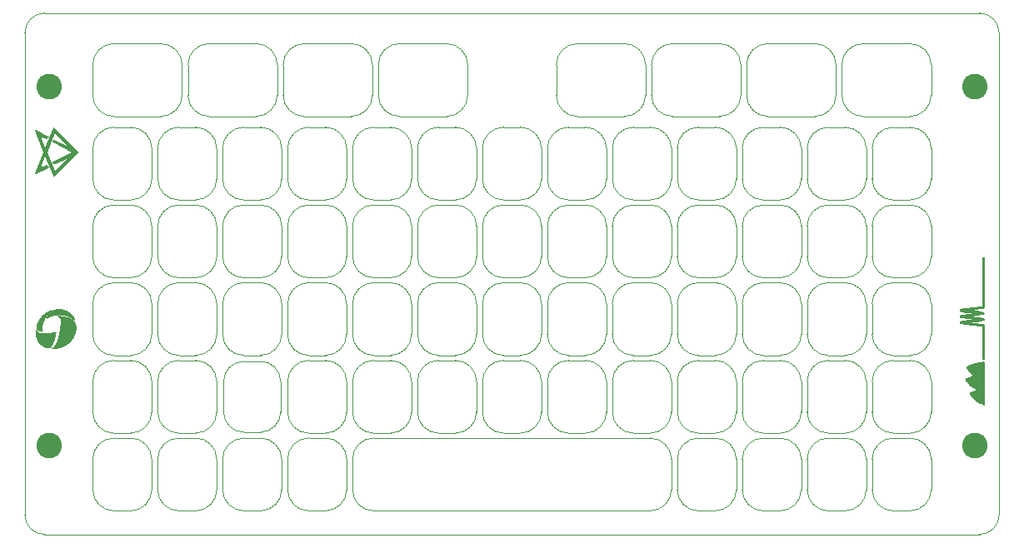
<source format=gbs>
G04*
G04 #@! TF.GenerationSoftware,Altium Limited,Altium Designer,24.2.2 (26)*
G04*
G04 Layer_Color=16711935*
%FSLAX25Y25*%
%MOIN*%
G70*
G04*
G04 #@! TF.SameCoordinates,661FBD00-BEF8-4439-B900-685B4A6DAB74*
G04*
G04*
G04 #@! TF.FilePolarity,Negative*
G04*
G01*
G75*
%ADD10C,0.00394*%
%ADD11C,0.10236*%
G36*
X-183206Y-34061D02*
X-183189Y-34063D01*
X-183189Y-34063D01*
X-183189Y-34063D01*
X-183170Y-34069D01*
X-183152Y-34074D01*
X-183152Y-34074D01*
X-183152Y-34074D01*
X-183133Y-34084D01*
X-183118Y-34092D01*
X-183118Y-34092D01*
X-183118Y-34092D01*
X-183094Y-34112D01*
X-183088Y-34117D01*
X-183088Y-34117D01*
X-183088Y-34117D01*
X-173533Y-43672D01*
X-173508Y-43702D01*
X-173490Y-43736D01*
X-173479Y-43773D01*
X-173475Y-43812D01*
X-173479Y-43851D01*
X-173490Y-43888D01*
X-173508Y-43922D01*
X-173533Y-43952D01*
X-183088Y-53507D01*
X-183088Y-53507D01*
X-183088Y-53507D01*
X-183094Y-53512D01*
X-183118Y-53532D01*
X-183118Y-53532D01*
X-183118Y-53532D01*
X-183135Y-53541D01*
X-183152Y-53550D01*
X-183152Y-53550D01*
X-183152Y-53550D01*
X-183168Y-53555D01*
X-183189Y-53561D01*
X-183189Y-53561D01*
X-183189Y-53561D01*
X-183201Y-53562D01*
X-183228Y-53565D01*
X-183228Y-53565D01*
X-183228D01*
X-183238Y-53564D01*
X-183266Y-53561D01*
X-183267Y-53561D01*
X-183267Y-53561D01*
X-183376Y-53539D01*
X-183376Y-53539D01*
X-183376Y-53539D01*
X-183398Y-53533D01*
X-183413Y-53528D01*
X-183413Y-53528D01*
X-183413Y-53528D01*
X-183432Y-53518D01*
X-183447Y-53510D01*
X-183447Y-53510D01*
X-183447Y-53510D01*
X-183461Y-53498D01*
X-183477Y-53485D01*
X-183477Y-53485D01*
X-183477Y-53485D01*
X-183488Y-53472D01*
X-183501Y-53455D01*
X-183501Y-53455D01*
X-183501Y-53455D01*
X-183510Y-53439D01*
X-183519Y-53421D01*
X-183519Y-53421D01*
X-183520Y-53421D01*
X-186742Y-45599D01*
X-188583Y-50073D01*
X-186244Y-48929D01*
X-186241Y-48928D01*
X-186239Y-48926D01*
X-186223Y-48921D01*
X-186208Y-48915D01*
X-186205Y-48915D01*
X-186202Y-48914D01*
X-186186Y-48912D01*
X-186170Y-48909D01*
X-186167Y-48909D01*
X-186164Y-48909D01*
X-186147Y-48910D01*
X-186131Y-48910D01*
X-186128Y-48911D01*
X-186125Y-48911D01*
X-186109Y-48915D01*
X-186093Y-48919D01*
X-186090Y-48921D01*
X-186088Y-48921D01*
X-185984Y-48960D01*
X-185981Y-48961D01*
X-185979Y-48962D01*
X-185964Y-48970D01*
X-185949Y-48977D01*
X-185947Y-48979D01*
X-185944Y-48980D01*
X-185932Y-48991D01*
X-185918Y-49001D01*
X-185916Y-49003D01*
X-185914Y-49005D01*
X-185904Y-49018D01*
X-185893Y-49030D01*
X-185891Y-49032D01*
X-185889Y-49035D01*
X-185882Y-49049D01*
X-185873Y-49064D01*
X-185872Y-49066D01*
X-185871Y-49069D01*
X-185527Y-49886D01*
X-185523Y-49899D01*
X-185518Y-49911D01*
X-185517Y-49918D01*
X-185515Y-49923D01*
X-185514Y-49937D01*
X-185512Y-49950D01*
X-185512Y-49956D01*
X-185511Y-49962D01*
X-185512Y-49975D01*
X-185513Y-49988D01*
X-185514Y-49994D01*
X-185515Y-50001D01*
X-185519Y-50013D01*
X-185521Y-50026D01*
X-185524Y-50032D01*
X-185526Y-50038D01*
X-185532Y-50050D01*
X-185537Y-50062D01*
X-185541Y-50067D01*
X-185544Y-50072D01*
X-185552Y-50082D01*
X-185560Y-50093D01*
X-185564Y-50097D01*
X-185568Y-50102D01*
X-185578Y-50111D01*
X-185588Y-50120D01*
X-185593Y-50123D01*
X-185598Y-50127D01*
X-185610Y-50133D01*
X-185621Y-50140D01*
X-190613Y-52621D01*
X-190617Y-52622D01*
X-190620Y-52624D01*
X-190635Y-52629D01*
X-190650Y-52635D01*
X-190653Y-52636D01*
X-190656Y-52637D01*
X-190672Y-52639D01*
X-190688Y-52641D01*
X-190691Y-52641D01*
X-190695Y-52642D01*
X-190711Y-52641D01*
X-190727Y-52640D01*
X-190730Y-52640D01*
X-190733Y-52639D01*
X-190749Y-52635D01*
X-190764Y-52632D01*
X-190768Y-52630D01*
X-190771Y-52629D01*
X-190785Y-52622D01*
X-190800Y-52616D01*
X-190803Y-52614D01*
X-190806Y-52612D01*
X-190819Y-52602D01*
X-190831Y-52593D01*
X-190834Y-52591D01*
X-190836Y-52589D01*
X-190918Y-52513D01*
X-190920Y-52511D01*
X-190922Y-52509D01*
X-190932Y-52496D01*
X-190943Y-52484D01*
X-190945Y-52481D01*
X-190947Y-52479D01*
X-190955Y-52464D01*
X-190963Y-52451D01*
X-190964Y-52447D01*
X-190965Y-52444D01*
X-190970Y-52429D01*
X-190975Y-52414D01*
X-190976Y-52411D01*
X-190977Y-52407D01*
X-190978Y-52392D01*
X-190980Y-52375D01*
X-190980Y-52372D01*
X-190980Y-52369D01*
X-190979Y-52353D01*
X-190978Y-52337D01*
X-190977Y-52333D01*
X-190977Y-52330D01*
X-190972Y-52315D01*
X-190968Y-52299D01*
X-190966Y-52296D01*
X-190965Y-52293D01*
X-187472Y-43828D01*
X-190965Y-35362D01*
X-190966Y-35359D01*
X-190968Y-35356D01*
X-190972Y-35341D01*
X-190977Y-35325D01*
X-190977Y-35322D01*
X-190978Y-35319D01*
X-190979Y-35302D01*
X-190980Y-35287D01*
X-190980Y-35283D01*
X-190980Y-35280D01*
X-190978Y-35264D01*
X-190977Y-35248D01*
X-190976Y-35245D01*
X-190975Y-35241D01*
X-190970Y-35227D01*
X-190965Y-35211D01*
X-190964Y-35208D01*
X-190963Y-35205D01*
X-190955Y-35191D01*
X-190947Y-35177D01*
X-190945Y-35174D01*
X-190943Y-35171D01*
X-190933Y-35159D01*
X-190922Y-35147D01*
X-190920Y-35145D01*
X-190918Y-35142D01*
X-190836Y-35067D01*
X-190834Y-35064D01*
X-190831Y-35062D01*
X-190819Y-35053D01*
X-190806Y-35043D01*
X-190803Y-35041D01*
X-190800Y-35039D01*
X-190785Y-35033D01*
X-190771Y-35026D01*
X-190768Y-35025D01*
X-190764Y-35024D01*
X-190749Y-35020D01*
X-190733Y-35016D01*
X-190730Y-35016D01*
X-190727Y-35015D01*
X-190711Y-35015D01*
X-190695Y-35013D01*
X-190691Y-35014D01*
X-190688Y-35014D01*
X-190672Y-35016D01*
X-190656Y-35019D01*
X-190653Y-35020D01*
X-190650Y-35020D01*
X-190635Y-35026D01*
X-190620Y-35031D01*
X-190617Y-35033D01*
X-190613Y-35034D01*
X-185621Y-37515D01*
X-185610Y-37522D01*
X-185598Y-37528D01*
X-185593Y-37532D01*
X-185588Y-37536D01*
X-185579Y-37545D01*
X-185568Y-37553D01*
X-185564Y-37558D01*
X-185560Y-37562D01*
X-185552Y-37573D01*
X-185544Y-37583D01*
X-185541Y-37589D01*
X-185537Y-37594D01*
X-185532Y-37606D01*
X-185526Y-37617D01*
X-185524Y-37623D01*
X-185521Y-37629D01*
X-185519Y-37642D01*
X-185515Y-37655D01*
X-185514Y-37661D01*
X-185513Y-37667D01*
X-185512Y-37680D01*
X-185511Y-37693D01*
X-185512Y-37699D01*
X-185512Y-37706D01*
X-185514Y-37719D01*
X-185515Y-37732D01*
X-185517Y-37738D01*
X-185518Y-37744D01*
X-185523Y-37756D01*
X-185527Y-37769D01*
X-185871Y-38586D01*
X-185872Y-38589D01*
X-185873Y-38592D01*
X-185882Y-38606D01*
X-185889Y-38620D01*
X-185891Y-38623D01*
X-185893Y-38626D01*
X-185904Y-38638D01*
X-185914Y-38650D01*
X-185917Y-38652D01*
X-185919Y-38655D01*
X-185932Y-38665D01*
X-185944Y-38675D01*
X-185947Y-38676D01*
X-185950Y-38678D01*
X-185964Y-38685D01*
X-185978Y-38693D01*
X-185982Y-38694D01*
X-185985Y-38695D01*
X-186089Y-38734D01*
X-186092Y-38734D01*
X-186095Y-38736D01*
X-186110Y-38739D01*
X-186126Y-38743D01*
X-186129Y-38743D01*
X-186132Y-38744D01*
X-186149Y-38745D01*
X-186165Y-38746D01*
X-186168Y-38745D01*
X-186171Y-38745D01*
X-186187Y-38743D01*
X-186203Y-38740D01*
X-186206Y-38739D01*
X-186209Y-38739D01*
X-186224Y-38733D01*
X-186240Y-38728D01*
X-186243Y-38726D01*
X-186246Y-38725D01*
X-188581Y-37557D01*
X-186742Y-42025D01*
X-183520Y-34203D01*
X-183519Y-34203D01*
X-183519Y-34203D01*
X-183510Y-34185D01*
X-183501Y-34169D01*
X-183501Y-34169D01*
X-183501Y-34169D01*
X-183488Y-34152D01*
X-183477Y-34139D01*
X-183477Y-34139D01*
X-183477Y-34139D01*
X-183461Y-34126D01*
X-183447Y-34114D01*
X-183447Y-34114D01*
X-183447Y-34114D01*
X-183432Y-34106D01*
X-183413Y-34096D01*
X-183413Y-34096D01*
X-183413Y-34096D01*
X-183398Y-34091D01*
X-183376Y-34085D01*
X-183376Y-34085D01*
X-183376Y-34085D01*
X-183267Y-34063D01*
X-183267Y-34063D01*
X-183266Y-34063D01*
X-183243Y-34060D01*
X-183228Y-34059D01*
X-183228D01*
X-183228Y-34059D01*
X-183206Y-34061D01*
D02*
G37*
G36*
X188870Y-85803D02*
X188887Y-85804D01*
X188887Y-85804D01*
X188887Y-85804D01*
X188906Y-85810D01*
X188924Y-85815D01*
X188924Y-85816D01*
X188924Y-85816D01*
X188939Y-85824D01*
X188958Y-85834D01*
X188958Y-85834D01*
X188959Y-85834D01*
X188972Y-85845D01*
X188988Y-85858D01*
X188988Y-85858D01*
X188988Y-85859D01*
X189000Y-85873D01*
X189013Y-85888D01*
X189013Y-85888D01*
X189013Y-85888D01*
X189022Y-85905D01*
X189031Y-85922D01*
X189031Y-85923D01*
X189031Y-85923D01*
X189037Y-85941D01*
X189042Y-85960D01*
X189042Y-85960D01*
X189042Y-85960D01*
X189044Y-85978D01*
X189046Y-85998D01*
X189046Y-85998D01*
X189046Y-85998D01*
X189018Y-106187D01*
X189016Y-106203D01*
X189015Y-106220D01*
X189014Y-106222D01*
X189014Y-106225D01*
X189009Y-106241D01*
X189005Y-106257D01*
X189003Y-106260D01*
X189003Y-106262D01*
X188995Y-106277D01*
X188987Y-106292D01*
X188986Y-106294D01*
X188984Y-106297D01*
X188974Y-106309D01*
X188964Y-106323D01*
X188961Y-106324D01*
X188960Y-106326D01*
X188947Y-106337D01*
X188934Y-106348D01*
X188792Y-106449D01*
X188788Y-106451D01*
X188788Y-106451D01*
X188784Y-106453D01*
X188783Y-106454D01*
X188776Y-106459D01*
X188767Y-106463D01*
X188758Y-106468D01*
X188755Y-106469D01*
X188753Y-106470D01*
X188602Y-106534D01*
X188599Y-106534D01*
X188596Y-106536D01*
X188581Y-106540D01*
X188565Y-106545D01*
X188562Y-106545D01*
X188559Y-106546D01*
X187993Y-106643D01*
X187991Y-106644D01*
X187989Y-106644D01*
X187143Y-106772D01*
X187141Y-106772D01*
X187140Y-106772D01*
X185712Y-106968D01*
X185712D01*
X185712Y-106968D01*
X184617Y-107117D01*
X184059Y-107197D01*
X184580Y-107272D01*
X185693Y-107427D01*
X185693D01*
X187762Y-107713D01*
X187767Y-107714D01*
X187771Y-107715D01*
X188462Y-107845D01*
X188464Y-107845D01*
X188467Y-107845D01*
X188483Y-107851D01*
X188500Y-107855D01*
X188502Y-107856D01*
X188504Y-107857D01*
X188817Y-107991D01*
X188824Y-107995D01*
X188831Y-107998D01*
X188841Y-108004D01*
X188851Y-108010D01*
X188857Y-108015D01*
X188864Y-108019D01*
X188872Y-108027D01*
X188881Y-108035D01*
X188886Y-108041D01*
X188891Y-108046D01*
X188898Y-108056D01*
X188905Y-108065D01*
X188909Y-108072D01*
X188913Y-108078D01*
X189022Y-108278D01*
X189022Y-108280D01*
X189023Y-108281D01*
X189030Y-108297D01*
X189037Y-108313D01*
X189037Y-108315D01*
X189038Y-108317D01*
X189041Y-108334D01*
X189044Y-108351D01*
X189044Y-108353D01*
X189045Y-108355D01*
X189044Y-108373D01*
X189045Y-108390D01*
X189044Y-108392D01*
X189044Y-108394D01*
X189030Y-108524D01*
X189028Y-108529D01*
X189028Y-108535D01*
X189024Y-108548D01*
X189021Y-108562D01*
X189019Y-108567D01*
X189018Y-108572D01*
X188974Y-108687D01*
X188970Y-108695D01*
X188967Y-108704D01*
X188962Y-108712D01*
X188957Y-108722D01*
X188952Y-108729D01*
X188947Y-108737D01*
X188879Y-108826D01*
X188868Y-108837D01*
X188858Y-108849D01*
X188855Y-108851D01*
X188852Y-108854D01*
X188840Y-108863D01*
X188828Y-108872D01*
X188742Y-108927D01*
X188731Y-108932D01*
X188722Y-108938D01*
X188714Y-108941D01*
X188707Y-108945D01*
X188696Y-108948D01*
X188685Y-108952D01*
X188556Y-108985D01*
X188544Y-108987D01*
X188533Y-108990D01*
X185753Y-109380D01*
X185753D01*
X185752Y-109380D01*
X184037Y-109620D01*
X185512Y-109821D01*
X185512D01*
X186585Y-109967D01*
X186585Y-109967D01*
X186586Y-109967D01*
X187521Y-110095D01*
X187521Y-110095D01*
X187521D01*
X188325Y-110206D01*
X188327Y-110207D01*
X188329Y-110207D01*
X188473Y-110230D01*
X188488Y-110233D01*
X188502Y-110237D01*
X188670Y-110290D01*
X188680Y-110294D01*
X188691Y-110298D01*
X188698Y-110302D01*
X188705Y-110305D01*
X188715Y-110311D01*
X188724Y-110317D01*
X188853Y-110409D01*
X188866Y-110420D01*
X188880Y-110431D01*
X188881Y-110433D01*
X188883Y-110434D01*
X188893Y-110448D01*
X188904Y-110462D01*
X188985Y-110585D01*
X188994Y-110602D01*
X189003Y-110618D01*
X189003Y-110619D01*
X189003Y-110619D01*
X189008Y-110637D01*
X189014Y-110656D01*
X189042Y-110801D01*
X189042Y-110808D01*
X189044Y-110815D01*
X189044Y-110827D01*
X189046Y-110840D01*
X189045Y-110847D01*
X189045Y-110854D01*
X189043Y-110866D01*
X189041Y-110878D01*
X189040Y-110885D01*
X189038Y-110892D01*
X189034Y-110904D01*
X189030Y-110915D01*
X189027Y-110922D01*
X189024Y-110928D01*
X188917Y-111140D01*
X188913Y-111147D01*
X188910Y-111154D01*
X188903Y-111163D01*
X188896Y-111173D01*
X188891Y-111179D01*
X188886Y-111185D01*
X188878Y-111193D01*
X188869Y-111201D01*
X188863Y-111205D01*
X188857Y-111211D01*
X188847Y-111217D01*
X188838Y-111223D01*
X188831Y-111226D01*
X188824Y-111230D01*
X188525Y-111370D01*
X188521Y-111372D01*
X188516Y-111374D01*
X188503Y-111378D01*
X188489Y-111383D01*
X188484Y-111383D01*
X188479Y-111385D01*
X187807Y-111514D01*
X187802Y-111514D01*
X187797Y-111516D01*
X185694Y-111807D01*
X185694Y-111807D01*
X184580Y-111962D01*
X184056Y-112038D01*
X184617Y-112118D01*
X185712Y-112267D01*
X185712Y-112267D01*
X185712D01*
X187151Y-112464D01*
X187152Y-112464D01*
X187153Y-112464D01*
X187995Y-112591D01*
X187997Y-112591D01*
X187999Y-112592D01*
X188558Y-112688D01*
X188561Y-112689D01*
X188565Y-112689D01*
X188580Y-112694D01*
X188595Y-112698D01*
X188598Y-112699D01*
X188602Y-112700D01*
X188754Y-112765D01*
X188756Y-112766D01*
X188759Y-112767D01*
X188767Y-112772D01*
X188775Y-112776D01*
X188783Y-112781D01*
X188788Y-112784D01*
X188789Y-112785D01*
X188793Y-112786D01*
X188935Y-112888D01*
X188947Y-112899D01*
X188960Y-112909D01*
X188962Y-112912D01*
X188964Y-112914D01*
X188974Y-112927D01*
X188984Y-112939D01*
X188986Y-112942D01*
X188988Y-112945D01*
X188995Y-112959D01*
X189003Y-112973D01*
X189004Y-112976D01*
X189005Y-112979D01*
X189009Y-112995D01*
X189014Y-113010D01*
X189014Y-113014D01*
X189015Y-113017D01*
X189016Y-113033D01*
X189018Y-113049D01*
X189046Y-126684D01*
X189046Y-126684D01*
X189046Y-126684D01*
X189044Y-126704D01*
X189042Y-126723D01*
X189042Y-126723D01*
X189042Y-126723D01*
X189037Y-126741D01*
X189031Y-126760D01*
X189031Y-126760D01*
X189031Y-126760D01*
X189023Y-126776D01*
X189013Y-126794D01*
X189013Y-126794D01*
X189013Y-126794D01*
X189001Y-126809D01*
X188989Y-126824D01*
X188988Y-126824D01*
X188988Y-126824D01*
X188973Y-126837D01*
X188959Y-126849D01*
X188959Y-126849D01*
X188958Y-126849D01*
X188941Y-126858D01*
X188925Y-126867D01*
X188924Y-126867D01*
X188924Y-126867D01*
X188906Y-126873D01*
X188887Y-126878D01*
X188887Y-126878D01*
X188887Y-126878D01*
X188868Y-126880D01*
X188849Y-126882D01*
X188849Y-126882D01*
X188848Y-126882D01*
X188355D01*
X188337Y-126880D01*
X188319Y-126879D01*
X188317Y-126878D01*
X188316Y-126878D01*
X188299Y-126873D01*
X188281Y-126868D01*
X188280Y-126867D01*
X188279Y-126867D01*
X188263Y-126859D01*
X188247Y-126850D01*
X188246Y-126849D01*
X188245Y-126849D01*
X188231Y-126837D01*
X188217Y-126826D01*
X188216Y-126825D01*
X188215Y-126824D01*
X188203Y-126810D01*
X188192Y-126797D01*
X188191Y-126795D01*
X188190Y-126794D01*
X188181Y-126778D01*
X188173Y-126763D01*
X188172Y-126761D01*
X188172Y-126760D01*
X188167Y-126743D01*
X188161Y-126726D01*
X188161Y-126724D01*
X188161Y-126723D01*
X188159Y-126705D01*
X188157Y-126687D01*
X188119Y-124003D01*
X188118Y-123994D01*
X188103Y-122691D01*
X188103Y-122691D01*
X188103Y-122690D01*
X188091Y-120958D01*
X188091Y-120958D01*
X188091Y-120957D01*
X188083Y-119115D01*
X188083Y-119114D01*
X188083Y-119114D01*
X188080Y-117439D01*
D01*
X188077Y-115804D01*
X188066Y-114599D01*
D01*
X188053Y-113765D01*
X187901Y-113755D01*
X187894Y-113753D01*
X187888Y-113753D01*
X183744Y-113192D01*
X183744D01*
X179530Y-112621D01*
X179517Y-112618D01*
X179504Y-112615D01*
X179351Y-112573D01*
X179334Y-112567D01*
X179317Y-112560D01*
X179316Y-112560D01*
X179315Y-112559D01*
X179300Y-112550D01*
X179284Y-112540D01*
X179191Y-112469D01*
X179189Y-112467D01*
X179187Y-112465D01*
X179175Y-112453D01*
X179163Y-112442D01*
X179161Y-112440D01*
X179159Y-112438D01*
X179150Y-112424D01*
X179140Y-112410D01*
X179139Y-112408D01*
X179138Y-112406D01*
X179075Y-112289D01*
X179070Y-112277D01*
X179064Y-112266D01*
X179062Y-112259D01*
X179060Y-112253D01*
X179057Y-112241D01*
X179054Y-112229D01*
X179029Y-112083D01*
X179028Y-112074D01*
X179026Y-112066D01*
X179027Y-112055D01*
X179026Y-112045D01*
X179027Y-112036D01*
X179027Y-112027D01*
X179045Y-111873D01*
X179046Y-111867D01*
X179047Y-111861D01*
X179050Y-111848D01*
X179053Y-111835D01*
X179055Y-111829D01*
X179057Y-111824D01*
X179080Y-111764D01*
X179081Y-111762D01*
X179082Y-111759D01*
X179090Y-111744D01*
X179098Y-111729D01*
X179099Y-111727D01*
X179101Y-111725D01*
X179140Y-111666D01*
X179151Y-111653D01*
X179163Y-111639D01*
X179212Y-111589D01*
X179215Y-111586D01*
X179218Y-111583D01*
X179230Y-111574D01*
X179241Y-111564D01*
X179245Y-111562D01*
X179248Y-111559D01*
X179299Y-111527D01*
X179307Y-111523D01*
X179313Y-111519D01*
X179324Y-111515D01*
X179334Y-111510D01*
X179342Y-111508D01*
X179350Y-111505D01*
X179451Y-111476D01*
X179464Y-111473D01*
X179476Y-111470D01*
X180325Y-111343D01*
X180326Y-111343D01*
X180326Y-111343D01*
X181300Y-111202D01*
X181301Y-111202D01*
X181302Y-111202D01*
X182434Y-111045D01*
X182434Y-111045D01*
X182434Y-111045D01*
X183558Y-110891D01*
X183558Y-110891D01*
X184031Y-110825D01*
X183548Y-110758D01*
X183548D01*
X182403Y-110601D01*
X182402Y-110601D01*
X182402Y-110601D01*
X180231Y-110300D01*
X180226Y-110299D01*
X180221Y-110299D01*
X179568Y-110173D01*
X179561Y-110171D01*
X179554Y-110169D01*
X179543Y-110165D01*
X179531Y-110162D01*
X179525Y-110158D01*
X179518Y-110156D01*
X179234Y-110015D01*
X179227Y-110011D01*
X179221Y-110007D01*
X179211Y-110001D01*
X179201Y-109994D01*
X179196Y-109989D01*
X179190Y-109984D01*
X179182Y-109976D01*
X179173Y-109968D01*
X179169Y-109961D01*
X179163Y-109956D01*
X179157Y-109946D01*
X179150Y-109936D01*
X179147Y-109929D01*
X179143Y-109923D01*
X179039Y-109703D01*
X179035Y-109693D01*
X179031Y-109684D01*
X179029Y-109675D01*
X179026Y-109666D01*
X179024Y-109656D01*
X179022Y-109646D01*
X179021Y-109637D01*
X179020Y-109628D01*
X179020Y-109618D01*
X179020Y-109608D01*
X179021Y-109598D01*
X179022Y-109589D01*
X179024Y-109579D01*
X179026Y-109569D01*
X179029Y-109561D01*
X179031Y-109552D01*
X179035Y-109542D01*
X179039Y-109533D01*
X179144Y-109312D01*
X179148Y-109305D01*
X179151Y-109299D01*
X179158Y-109289D01*
X179164Y-109279D01*
X179169Y-109273D01*
X179173Y-109267D01*
X179182Y-109259D01*
X179190Y-109250D01*
X179196Y-109245D01*
X179201Y-109240D01*
X179212Y-109234D01*
X179221Y-109227D01*
X179228Y-109224D01*
X179234Y-109220D01*
X179520Y-109077D01*
X179527Y-109075D01*
X179533Y-109071D01*
X179545Y-109068D01*
X179556Y-109064D01*
X179563Y-109062D01*
X179570Y-109060D01*
X180226Y-108932D01*
X180232Y-108932D01*
X180237Y-108931D01*
X182421Y-108624D01*
X182421Y-108624D01*
X182421Y-108624D01*
X183572Y-108464D01*
X183572D01*
X184011Y-108402D01*
X182254Y-108163D01*
X182254D01*
X179556Y-107796D01*
X179497Y-107792D01*
X179489Y-107791D01*
X179482Y-107791D01*
X179470Y-107788D01*
X179458Y-107786D01*
X179451Y-107783D01*
X179444Y-107781D01*
X179349Y-107748D01*
X179342Y-107745D01*
X179335Y-107743D01*
X179325Y-107737D01*
X179314Y-107732D01*
X179308Y-107727D01*
X179301Y-107723D01*
X179292Y-107716D01*
X179283Y-107709D01*
X179278Y-107703D01*
X179272Y-107698D01*
X179174Y-107596D01*
X179171Y-107591D01*
X179166Y-107587D01*
X179158Y-107576D01*
X179150Y-107565D01*
X179148Y-107560D01*
X179144Y-107555D01*
X179070Y-107422D01*
X179065Y-107411D01*
X179060Y-107400D01*
X179057Y-107393D01*
X179054Y-107386D01*
X179052Y-107375D01*
X179049Y-107363D01*
X179023Y-107234D01*
X179022Y-107223D01*
X179021Y-107213D01*
X179021Y-107204D01*
X179020Y-107195D01*
X179021Y-107185D01*
X179021Y-107175D01*
X179029Y-107100D01*
D01*
D01*
X179029Y-107100D01*
X179032Y-107084D01*
X179037Y-107062D01*
X179062Y-106982D01*
X179068Y-106968D01*
X179074Y-106954D01*
X179110Y-106880D01*
X179111Y-106879D01*
X179111Y-106879D01*
X179121Y-106863D01*
X179131Y-106847D01*
X179131Y-106846D01*
X179131Y-106846D01*
X179175Y-106789D01*
X179188Y-106777D01*
X179199Y-106764D01*
X179248Y-106720D01*
X179257Y-106713D01*
X179266Y-106706D01*
X179318Y-106669D01*
X179328Y-106663D01*
X179338Y-106657D01*
X179386Y-106631D01*
X179394Y-106627D01*
X179402Y-106623D01*
X179412Y-106620D01*
X179422Y-106616D01*
X179430Y-106614D01*
X179439Y-106611D01*
X179473Y-106604D01*
X179486Y-106602D01*
X179500Y-106600D01*
X179549Y-106597D01*
X180797Y-106434D01*
X180797D01*
X182197Y-106250D01*
X182197D01*
X183847Y-106031D01*
X183847D01*
X185496Y-105813D01*
X185496D01*
X185496Y-105813D01*
X186894Y-105629D01*
X186894D01*
X186894Y-105629D01*
X188052Y-105477D01*
X188066Y-103878D01*
Y-103878D01*
X188077Y-101700D01*
Y-101700D01*
X188080Y-98572D01*
D01*
X188083Y-95658D01*
X188083Y-95658D01*
X188083Y-95658D01*
X188091Y-92762D01*
X188091Y-92761D01*
X188091Y-92761D01*
X188103Y-90244D01*
X188103Y-90243D01*
X188103Y-90243D01*
X188118Y-88741D01*
X188119Y-88732D01*
X188157Y-85996D01*
X188159Y-85978D01*
X188161Y-85960D01*
X188161Y-85958D01*
X188161Y-85957D01*
X188167Y-85940D01*
X188172Y-85922D01*
X188172Y-85921D01*
X188173Y-85920D01*
X188182Y-85904D01*
X188190Y-85888D01*
X188191Y-85887D01*
X188192Y-85886D01*
X188203Y-85873D01*
X188215Y-85858D01*
X188216Y-85857D01*
X188217Y-85856D01*
X188231Y-85845D01*
X188245Y-85834D01*
X188246Y-85833D01*
X188247Y-85832D01*
X188263Y-85824D01*
X188279Y-85815D01*
X188280Y-85815D01*
X188281Y-85814D01*
X188299Y-85809D01*
X188316Y-85804D01*
X188317Y-85804D01*
X188319Y-85804D01*
X188336Y-85802D01*
X188355Y-85800D01*
X188848D01*
X188849Y-85800D01*
X188849Y-85800D01*
X188870Y-85803D01*
D02*
G37*
G36*
X-181705Y-106624D02*
X-181671Y-106628D01*
X-181637Y-106624D01*
X-181568Y-106625D01*
X-181534Y-106629D01*
X-181520Y-106627D01*
X-181500Y-106626D01*
X-181500D01*
X-181499D01*
X-181431Y-106626D01*
D01*
X-181362Y-106627D01*
D01*
X-181362D01*
X-181294Y-106627D01*
X-181294D01*
X-181294D01*
X-181260Y-106631D01*
X-181233Y-106629D01*
X-181226Y-106628D01*
X-181226D01*
D01*
D01*
X-181157Y-106629D01*
D01*
X-181157D01*
X-181089Y-106629D01*
D01*
X-181020Y-106630D01*
X-181020D01*
X-181020D01*
X-181008Y-106631D01*
X-180986Y-106633D01*
X-180983Y-106633D01*
X-180952Y-106630D01*
X-180952D01*
X-180952D01*
X-180883Y-106631D01*
X-180864Y-106633D01*
X-180849Y-106635D01*
X-180831Y-106633D01*
X-180815Y-106632D01*
X-180815D01*
X-180815D01*
X-180815D01*
X-180746Y-106632D01*
X-180746D01*
X-180746D01*
X-180735Y-106633D01*
X-180712Y-106636D01*
X-180697Y-106634D01*
X-180678Y-106633D01*
X-180678D01*
D01*
D01*
X-180609Y-106633D01*
X-180594Y-106635D01*
X-180571Y-106637D01*
X-180571Y-106638D01*
X-180571D01*
X-180550Y-106644D01*
X-180534Y-106649D01*
X-180534Y-106649D01*
X-180534Y-106649D01*
X-180507Y-106664D01*
X-180500Y-106668D01*
X-180500Y-106668D01*
X-180500Y-106668D01*
X-180481Y-106684D01*
X-180470Y-106692D01*
X-180470Y-106693D01*
X-180470Y-106693D01*
X-180461Y-106703D01*
X-180404Y-106704D01*
D01*
X-180336Y-106704D01*
X-180336D01*
X-180336D01*
X-180267Y-106705D01*
X-180230Y-106709D01*
X-180229Y-106709D01*
D01*
X-180229Y-106709D01*
X-180203Y-106717D01*
X-180192Y-106720D01*
X-180192Y-106721D01*
X-180192Y-106721D01*
X-180178Y-106728D01*
X-180158Y-106739D01*
X-180158Y-106739D01*
X-180158Y-106739D01*
X-180144Y-106751D01*
X-180128Y-106764D01*
X-180128Y-106764D01*
X-180128Y-106764D01*
X-180120Y-106775D01*
X-180063Y-106775D01*
X-180063Y-106775D01*
X-180062Y-106775D01*
X-179994Y-106776D01*
X-179994D01*
X-179926Y-106776D01*
X-179892Y-106780D01*
X-179857Y-106777D01*
X-179857D01*
D01*
D01*
X-179789Y-106778D01*
X-179750Y-106782D01*
X-179713Y-106793D01*
X-179679Y-106812D01*
X-179649Y-106837D01*
X-179641Y-106847D01*
X-179584Y-106848D01*
X-179545Y-106852D01*
X-179510Y-106863D01*
X-179508Y-106863D01*
D01*
X-179508Y-106863D01*
X-179494Y-106871D01*
X-179474Y-106882D01*
X-179445Y-106907D01*
X-179445Y-106907D01*
X-179444Y-106907D01*
X-179436Y-106918D01*
X-179379Y-106918D01*
X-179379D01*
X-179379D01*
X-179361Y-106920D01*
X-179345Y-106922D01*
X-179311Y-106919D01*
D01*
X-179311D01*
X-179242Y-106919D01*
X-179217Y-106922D01*
X-179203Y-106923D01*
X-179203Y-106923D01*
X-179203D01*
X-179171Y-106933D01*
X-179166Y-106935D01*
X-179166D01*
X-179166Y-106935D01*
X-179139Y-106950D01*
X-179132Y-106954D01*
X-179132Y-106954D01*
X-179132Y-106954D01*
X-179113Y-106969D01*
X-179103Y-106978D01*
X-179103Y-106978D01*
X-179103Y-106978D01*
X-179093Y-106990D01*
X-179090Y-106991D01*
X-179067Y-106993D01*
X-179067Y-106993D01*
X-179067D01*
X-179059Y-106996D01*
X-179030Y-107005D01*
X-179030Y-107005D01*
X-179030Y-107005D01*
X-179014Y-107013D01*
X-178996Y-107023D01*
X-178996Y-107023D01*
X-178996Y-107023D01*
X-178980Y-107036D01*
X-178966Y-107048D01*
X-178966Y-107048D01*
X-178966Y-107048D01*
X-178957Y-107060D01*
X-178945Y-107061D01*
X-178935Y-107062D01*
X-178920Y-107061D01*
X-178901Y-107059D01*
X-178901D01*
D01*
D01*
X-178832Y-107060D01*
X-178820Y-107061D01*
X-178794Y-107064D01*
X-178757Y-107076D01*
D01*
X-178757Y-107076D01*
X-178723Y-107094D01*
X-178698Y-107114D01*
X-178693Y-107119D01*
X-178693Y-107119D01*
X-178693Y-107119D01*
X-178683Y-107131D01*
X-178677Y-107131D01*
X-178657Y-107134D01*
X-178657Y-107134D01*
X-178657D01*
X-178634Y-107141D01*
X-178621Y-107145D01*
X-178620Y-107145D01*
X-178620Y-107145D01*
X-178590Y-107162D01*
X-178586Y-107164D01*
X-178586Y-107164D01*
X-178586Y-107164D01*
X-178567Y-107180D01*
X-178557Y-107189D01*
X-178557Y-107189D01*
X-178557Y-107189D01*
X-178547Y-107201D01*
X-178525Y-107203D01*
X-178499Y-107200D01*
X-178491Y-107200D01*
X-178491D01*
D01*
D01*
X-178423Y-107200D01*
X-178423D01*
X-178423D01*
X-178384Y-107204D01*
X-178358Y-107213D01*
X-178347Y-107216D01*
X-178347Y-107216D01*
D01*
X-178344Y-107218D01*
X-178313Y-107235D01*
X-178283Y-107259D01*
X-178283Y-107260D01*
X-178283Y-107260D01*
X-178278Y-107266D01*
X-178259Y-107290D01*
X-178254Y-107299D01*
X-178245Y-107304D01*
X-178245Y-107304D01*
X-178245Y-107304D01*
X-178234Y-107313D01*
X-178215Y-107328D01*
X-178215Y-107329D01*
X-178215Y-107329D01*
X-178209Y-107337D01*
X-178207Y-107339D01*
X-178150Y-107340D01*
X-178150Y-107340D01*
X-178150Y-107340D01*
X-178135Y-107341D01*
X-178111Y-107344D01*
X-178111Y-107344D01*
X-178111D01*
X-178104Y-107346D01*
X-178074Y-107355D01*
X-178074Y-107355D01*
X-178074Y-107355D01*
X-178056Y-107365D01*
X-178040Y-107374D01*
X-178040Y-107374D01*
X-178040Y-107374D01*
X-178027Y-107385D01*
X-178011Y-107399D01*
X-178010Y-107399D01*
X-178010Y-107399D01*
X-178001Y-107411D01*
X-177986Y-107429D01*
X-177986Y-107429D01*
X-177986Y-107429D01*
X-177981Y-107438D01*
X-177972Y-107443D01*
X-177972Y-107443D01*
X-177972Y-107443D01*
X-177953Y-107459D01*
X-177943Y-107468D01*
X-177943Y-107468D01*
X-177943Y-107468D01*
X-177934Y-107478D01*
X-177877Y-107479D01*
X-177877D01*
X-177877D01*
X-177866Y-107480D01*
X-177839Y-107483D01*
X-177802Y-107495D01*
X-177775Y-107510D01*
X-177768Y-107513D01*
X-177748Y-107530D01*
X-177738Y-107538D01*
X-177738Y-107538D01*
X-177738Y-107538D01*
X-177726Y-107553D01*
X-177714Y-107568D01*
X-177714Y-107568D01*
X-177714Y-107568D01*
X-177709Y-107578D01*
X-177700Y-107582D01*
X-177670Y-107607D01*
X-177670Y-107607D01*
X-177670Y-107607D01*
X-177665Y-107614D01*
X-177661Y-107618D01*
X-177605Y-107618D01*
X-177594Y-107620D01*
X-177566Y-107623D01*
X-177529Y-107634D01*
D01*
X-177529Y-107634D01*
X-177495Y-107653D01*
X-177471Y-107673D01*
X-177465Y-107677D01*
X-177465Y-107677D01*
X-177465Y-107677D01*
X-177441Y-107708D01*
X-177436Y-107717D01*
X-177434Y-107718D01*
X-177427Y-107722D01*
X-177427Y-107722D01*
X-177427Y-107722D01*
X-177408Y-107738D01*
X-177397Y-107747D01*
X-177397Y-107747D01*
X-177397Y-107747D01*
X-177387Y-107760D01*
X-177373Y-107777D01*
X-177373Y-107777D01*
X-177373Y-107777D01*
X-177368Y-107786D01*
X-177359Y-107791D01*
X-177329Y-107816D01*
X-177329Y-107816D01*
X-177329Y-107816D01*
X-177320Y-107827D01*
X-177315Y-107828D01*
X-177294Y-107830D01*
X-177294Y-107830D01*
X-177294Y-107830D01*
X-177279Y-107835D01*
X-177257Y-107842D01*
X-177257Y-107842D01*
X-177257Y-107842D01*
X-177240Y-107851D01*
X-177223Y-107860D01*
X-177223Y-107861D01*
X-177223Y-107861D01*
X-177209Y-107872D01*
X-177193Y-107885D01*
X-177193Y-107885D01*
X-177193Y-107885D01*
X-177185Y-107895D01*
X-177183Y-107897D01*
X-177173Y-107898D01*
X-177157Y-107900D01*
X-177157Y-107900D01*
X-177157D01*
X-177133Y-107908D01*
X-177120Y-107912D01*
X-177120Y-107912D01*
X-177120Y-107912D01*
X-177104Y-107920D01*
X-177086Y-107930D01*
X-177086Y-107930D01*
X-177086Y-107930D01*
X-177076Y-107939D01*
X-177057Y-107955D01*
X-177057Y-107955D01*
X-177057Y-107955D01*
X-177038Y-107978D01*
X-177032Y-107985D01*
Y-107985D01*
X-177032Y-107985D01*
X-177028Y-107994D01*
X-177018Y-107999D01*
X-176989Y-108024D01*
X-176989Y-108024D01*
X-176989Y-108024D01*
X-176979Y-108036D01*
X-176964Y-108054D01*
X-176960Y-108063D01*
X-176951Y-108068D01*
X-176951Y-108068D01*
X-176951Y-108068D01*
X-176937Y-108080D01*
X-176921Y-108093D01*
X-176921Y-108093D01*
X-176921Y-108093D01*
X-176913Y-108103D01*
X-176897Y-108123D01*
X-176897Y-108123D01*
X-176897Y-108123D01*
X-176892Y-108133D01*
X-176883Y-108137D01*
X-176883Y-108138D01*
X-176883Y-108138D01*
X-176866Y-108151D01*
X-176853Y-108162D01*
X-176853Y-108162D01*
X-176853Y-108162D01*
X-176845Y-108173D01*
X-176788Y-108173D01*
X-176787Y-108173D01*
X-176753Y-108177D01*
X-176749Y-108177D01*
X-176749D01*
X-176749Y-108177D01*
X-176712Y-108189D01*
X-176678Y-108208D01*
X-176657Y-108225D01*
X-176648Y-108232D01*
X-176648Y-108232D01*
X-176648Y-108232D01*
X-176625Y-108262D01*
X-176624Y-108263D01*
D01*
X-176624Y-108263D01*
X-176608Y-108294D01*
X-176606Y-108297D01*
Y-108297D01*
X-176606Y-108297D01*
X-176600Y-108317D01*
X-176599Y-108320D01*
X-176576Y-108327D01*
X-176576D01*
X-176576Y-108327D01*
X-176548Y-108343D01*
X-176542Y-108346D01*
X-176542Y-108346D01*
X-176542Y-108346D01*
X-176523Y-108362D01*
X-176512Y-108371D01*
X-176512Y-108371D01*
X-176512Y-108371D01*
X-176489Y-108400D01*
X-176488Y-108401D01*
D01*
X-176488Y-108401D01*
X-176483Y-108410D01*
X-176474Y-108415D01*
X-176445Y-108440D01*
X-176445Y-108440D01*
X-176444Y-108440D01*
X-176434Y-108453D01*
X-176420Y-108470D01*
X-176420Y-108470D01*
X-176420Y-108470D01*
X-176415Y-108479D01*
X-176407Y-108484D01*
X-176377Y-108509D01*
X-176377Y-108509D01*
X-176377Y-108509D01*
X-176367Y-108520D01*
X-176352Y-108539D01*
X-176351Y-108542D01*
X-176348Y-108548D01*
X-176339Y-108553D01*
X-176339Y-108553D01*
X-176339Y-108553D01*
X-176320Y-108569D01*
X-176309Y-108578D01*
X-176309Y-108578D01*
X-176309Y-108578D01*
X-176293Y-108597D01*
X-176285Y-108608D01*
X-176285Y-108608D01*
X-176284Y-108608D01*
X-176280Y-108617D01*
X-176271Y-108622D01*
X-176271Y-108622D01*
X-176271Y-108622D01*
X-176260Y-108631D01*
X-176241Y-108647D01*
X-176241Y-108647D01*
X-176241Y-108647D01*
X-176228Y-108663D01*
X-176217Y-108677D01*
X-176217Y-108677D01*
X-176217Y-108677D01*
X-176212Y-108686D01*
X-176210Y-108687D01*
X-176203Y-108691D01*
X-176203Y-108691D01*
X-176203Y-108691D01*
X-176184Y-108707D01*
X-176173Y-108716D01*
X-176173Y-108716D01*
X-176173Y-108716D01*
X-176163Y-108729D01*
X-176149Y-108746D01*
X-176149Y-108746D01*
X-176149Y-108746D01*
X-176144Y-108755D01*
X-176135Y-108760D01*
X-176105Y-108785D01*
X-176081Y-108815D01*
X-176076Y-108824D01*
X-176067Y-108829D01*
X-176043Y-108850D01*
X-176037Y-108854D01*
X-176037Y-108854D01*
X-176037Y-108854D01*
X-176013Y-108884D01*
X-176008Y-108894D01*
X-176005Y-108895D01*
X-175999Y-108898D01*
X-175999Y-108898D01*
X-175999Y-108898D01*
X-175980Y-108914D01*
X-175969Y-108923D01*
X-175969Y-108923D01*
X-175969Y-108923D01*
X-175946Y-108952D01*
X-175945Y-108953D01*
D01*
X-175945Y-108953D01*
X-175940Y-108963D01*
X-175931Y-108967D01*
X-175931Y-108967D01*
X-175931Y-108967D01*
X-175918Y-108979D01*
X-175901Y-108992D01*
X-175901Y-108992D01*
X-175901Y-108992D01*
X-175891Y-109005D01*
X-175877Y-109022D01*
X-175877Y-109023D01*
X-175877Y-109023D01*
X-175872Y-109032D01*
X-175863Y-109037D01*
X-175863Y-109037D01*
X-175863Y-109037D01*
X-175853Y-109045D01*
X-175834Y-109061D01*
X-175834Y-109062D01*
X-175833Y-109062D01*
X-175815Y-109085D01*
X-175809Y-109092D01*
Y-109092D01*
X-175809Y-109092D01*
X-175804Y-109101D01*
X-175795Y-109106D01*
X-175795Y-109106D01*
X-175795Y-109106D01*
X-175777Y-109122D01*
X-175766Y-109130D01*
X-175766Y-109131D01*
X-175766Y-109131D01*
X-175742Y-109160D01*
X-175741Y-109161D01*
D01*
X-175741Y-109161D01*
X-175737Y-109170D01*
X-175728Y-109175D01*
X-175728Y-109175D01*
X-175728Y-109175D01*
X-175711Y-109188D01*
X-175698Y-109200D01*
X-175698Y-109200D01*
X-175698Y-109200D01*
X-175685Y-109216D01*
X-175673Y-109230D01*
X-175673Y-109230D01*
X-175673Y-109230D01*
X-175658Y-109259D01*
X-175655Y-109264D01*
Y-109264D01*
X-175655Y-109264D01*
X-175649Y-109287D01*
X-175630Y-109293D01*
X-175626Y-109294D01*
X-175626D01*
X-175626Y-109294D01*
X-175604Y-109306D01*
X-175592Y-109313D01*
X-175592Y-109313D01*
X-175592Y-109313D01*
X-175575Y-109327D01*
X-175562Y-109338D01*
X-175562Y-109338D01*
X-175562Y-109338D01*
X-175554Y-109348D01*
X-175538Y-109368D01*
X-175520Y-109402D01*
Y-109402D01*
X-175520Y-109402D01*
X-175509Y-109438D01*
X-175509Y-109440D01*
D01*
X-175509Y-109440D01*
X-175506Y-109466D01*
X-175505Y-109478D01*
Y-109478D01*
Y-109478D01*
Y-109478D01*
X-175506Y-109535D01*
X-175496Y-109544D01*
X-175495Y-109544D01*
X-175495Y-109544D01*
X-175483Y-109559D01*
X-175471Y-109574D01*
X-175471Y-109574D01*
X-175471Y-109574D01*
X-175466Y-109583D01*
X-175457Y-109588D01*
X-175457Y-109588D01*
X-175457Y-109588D01*
X-175439Y-109603D01*
X-175427Y-109613D01*
X-175427Y-109613D01*
X-175427Y-109613D01*
X-175416Y-109627D01*
X-175403Y-109643D01*
X-175403Y-109643D01*
X-175403Y-109643D01*
X-175398Y-109652D01*
X-175389Y-109657D01*
X-175360Y-109682D01*
X-175335Y-109712D01*
X-175330Y-109721D01*
X-175321Y-109726D01*
X-175321Y-109726D01*
X-175321Y-109726D01*
X-175308Y-109738D01*
X-175292Y-109751D01*
X-175292Y-109751D01*
X-175292Y-109751D01*
X-175276Y-109771D01*
X-175267Y-109781D01*
X-175267Y-109781D01*
X-175267Y-109781D01*
X-175259Y-109796D01*
X-175249Y-109816D01*
X-175249Y-109816D01*
X-175249Y-109816D01*
X-175248Y-109822D01*
X-175239Y-109853D01*
X-175239Y-109853D01*
Y-109853D01*
X-175238Y-109860D01*
X-175235Y-109891D01*
Y-109891D01*
Y-109891D01*
Y-109891D01*
X-175235Y-109948D01*
X-175225Y-109957D01*
X-175201Y-109987D01*
X-175196Y-109996D01*
X-175187Y-110001D01*
X-175187Y-110001D01*
X-175187Y-110001D01*
X-175166Y-110019D01*
X-175157Y-110026D01*
X-175157Y-110026D01*
X-175157Y-110026D01*
X-175144Y-110042D01*
X-175133Y-110056D01*
X-175133Y-110056D01*
X-175133Y-110056D01*
X-175123Y-110076D01*
X-175115Y-110091D01*
X-175115Y-110091D01*
X-175115Y-110091D01*
X-175110Y-110106D01*
X-175104Y-110128D01*
X-175104Y-110128D01*
Y-110128D01*
X-175103Y-110139D01*
X-175102Y-110154D01*
X-175090Y-110164D01*
X-175090Y-110164D01*
X-175090Y-110164D01*
X-175085Y-110170D01*
X-175066Y-110194D01*
X-175048Y-110228D01*
X-175048Y-110228D01*
Y-110228D01*
X-175037Y-110266D01*
X-175034Y-110292D01*
X-175031Y-110294D01*
X-175023Y-110301D01*
X-174998Y-110331D01*
X-174994Y-110340D01*
X-174985Y-110345D01*
X-174985Y-110345D01*
X-174984Y-110345D01*
X-174969Y-110359D01*
X-174955Y-110370D01*
X-174955Y-110370D01*
X-174955Y-110370D01*
X-174940Y-110388D01*
X-174930Y-110400D01*
X-174930Y-110400D01*
X-174930Y-110400D01*
X-174918Y-110424D01*
X-174912Y-110435D01*
X-174912Y-110435D01*
X-174912Y-110435D01*
X-174907Y-110455D01*
X-174901Y-110472D01*
X-174901Y-110472D01*
X-174901Y-110472D01*
X-174900Y-110490D01*
X-174898Y-110511D01*
X-174898Y-110511D01*
X-174898Y-110511D01*
X-174899Y-110568D01*
X-174888Y-110576D01*
X-174888Y-110576D01*
X-174888Y-110576D01*
X-174876Y-110591D01*
X-174864Y-110607D01*
X-174864Y-110607D01*
X-174864Y-110607D01*
X-174854Y-110625D01*
X-174846Y-110641D01*
X-174846Y-110641D01*
X-174846Y-110641D01*
X-174839Y-110663D01*
X-174835Y-110678D01*
Y-110678D01*
X-174835Y-110678D01*
X-174833Y-110699D01*
X-174831Y-110717D01*
Y-110717D01*
Y-110717D01*
Y-110717D01*
X-174832Y-110774D01*
X-174821Y-110782D01*
X-174797Y-110813D01*
X-174792Y-110822D01*
X-174783Y-110827D01*
X-174783Y-110827D01*
X-174783Y-110827D01*
X-174771Y-110837D01*
X-174753Y-110851D01*
X-174753Y-110852D01*
X-174753Y-110852D01*
X-174746Y-110861D01*
X-174729Y-110882D01*
X-174711Y-110916D01*
D01*
X-174711Y-110916D01*
X-174704Y-110940D01*
X-174700Y-110953D01*
Y-110953D01*
X-174700Y-110953D01*
X-174698Y-110975D01*
X-174697Y-110992D01*
Y-110992D01*
D01*
D01*
X-174698Y-111129D01*
D01*
Y-111129D01*
X-174698Y-111133D01*
X-174702Y-111167D01*
X-174714Y-111204D01*
X-174714Y-111204D01*
D01*
X-174732Y-111238D01*
X-174752Y-111262D01*
X-174757Y-111268D01*
X-174757D01*
Y-111268D01*
X-174764Y-111274D01*
X-174787Y-111293D01*
X-174822Y-111310D01*
D01*
X-174822Y-111311D01*
X-174843Y-111317D01*
X-174859Y-111321D01*
X-174898Y-111325D01*
X-174898D01*
X-174898D01*
X-174966Y-111324D01*
X-174989Y-111322D01*
X-175004Y-111320D01*
X-175004Y-111320D01*
X-175004D01*
X-175037Y-111310D01*
X-175041Y-111309D01*
X-175041D01*
X-175041Y-111309D01*
X-175069Y-111293D01*
X-175075Y-111290D01*
X-175075Y-111290D01*
X-175075Y-111290D01*
X-175094Y-111274D01*
X-175105Y-111265D01*
X-175105Y-111265D01*
X-175105Y-111265D01*
X-175129Y-111236D01*
X-175130Y-111235D01*
D01*
X-175130Y-111235D01*
X-175148Y-111200D01*
X-175154Y-111178D01*
X-175177Y-111170D01*
X-175177Y-111170D01*
X-175177Y-111170D01*
X-175194Y-111161D01*
X-175211Y-111152D01*
X-175211Y-111152D01*
X-175211Y-111152D01*
X-175223Y-111142D01*
X-175241Y-111127D01*
X-175241Y-111127D01*
X-175241Y-111127D01*
X-175251Y-111115D01*
X-175257Y-111114D01*
X-175277Y-111112D01*
X-175277Y-111112D01*
X-175277D01*
X-175300Y-111105D01*
X-175314Y-111101D01*
X-175314Y-111101D01*
X-175314Y-111101D01*
X-175348Y-111082D01*
X-175369Y-111064D01*
X-175377Y-111057D01*
X-175377Y-111057D01*
X-175377Y-111057D01*
X-175393Y-111038D01*
X-175402Y-111027D01*
X-175402Y-111027D01*
X-175402Y-111027D01*
X-175407Y-111018D01*
X-175416Y-111013D01*
X-175416Y-111013D01*
X-175416Y-111013D01*
X-175426Y-111005D01*
X-175445Y-110988D01*
X-175445Y-110988D01*
X-175445Y-110988D01*
X-175453Y-110979D01*
X-175470Y-110958D01*
X-175474Y-110949D01*
X-175483Y-110944D01*
X-175483Y-110944D01*
X-175483Y-110944D01*
X-175501Y-110929D01*
X-175513Y-110919D01*
X-175513Y-110919D01*
X-175513Y-110919D01*
X-175525Y-110905D01*
X-175538Y-110889D01*
X-175538Y-110889D01*
X-175538Y-110889D01*
X-175542Y-110880D01*
X-175551Y-110875D01*
X-175571Y-110858D01*
X-175581Y-110850D01*
X-175581Y-110850D01*
X-175581Y-110850D01*
X-175590Y-110839D01*
X-175647Y-110839D01*
X-175685Y-110835D01*
X-175712Y-110827D01*
X-175722Y-110823D01*
X-175722Y-110823D01*
D01*
X-175725Y-110821D01*
X-175756Y-110805D01*
X-175786Y-110780D01*
X-175786Y-110780D01*
X-175786Y-110780D01*
X-175795Y-110768D01*
X-175810Y-110750D01*
X-175815Y-110740D01*
X-175824Y-110736D01*
X-175824Y-110735D01*
X-175824Y-110735D01*
X-175838Y-110724D01*
X-175854Y-110711D01*
X-175854Y-110711D01*
X-175854Y-110711D01*
X-175870Y-110691D01*
X-175878Y-110680D01*
X-175878Y-110680D01*
X-175878Y-110680D01*
X-175883Y-110671D01*
X-175892Y-110667D01*
X-175922Y-110642D01*
X-175946Y-110611D01*
X-175951Y-110602D01*
X-175960Y-110597D01*
X-175960Y-110597D01*
X-175960Y-110597D01*
X-175975Y-110585D01*
X-175989Y-110573D01*
X-175989Y-110573D01*
X-175990Y-110572D01*
X-175998Y-110562D01*
X-176055Y-110561D01*
X-176094Y-110557D01*
X-176131Y-110546D01*
X-176165Y-110527D01*
X-176194Y-110502D01*
X-176219Y-110472D01*
X-176224Y-110463D01*
X-176233Y-110458D01*
X-176252Y-110441D01*
X-176262Y-110433D01*
X-176262Y-110433D01*
X-176262Y-110433D01*
X-176271Y-110423D01*
X-176328Y-110422D01*
X-176328D01*
X-176328D01*
X-176353Y-110419D01*
X-176366Y-110418D01*
X-176366Y-110418D01*
X-176366D01*
X-176391Y-110410D01*
X-176403Y-110406D01*
X-176403Y-110406D01*
X-176403Y-110406D01*
X-176416Y-110400D01*
X-176437Y-110388D01*
X-176437Y-110388D01*
X-176437D01*
X-176444Y-110383D01*
X-176467Y-110363D01*
X-176467Y-110363D01*
X-176467Y-110363D01*
X-176478Y-110350D01*
X-176491Y-110333D01*
X-176491Y-110333D01*
X-176491Y-110333D01*
X-176496Y-110324D01*
X-176505Y-110319D01*
X-176505Y-110319D01*
X-176505Y-110319D01*
X-176519Y-110307D01*
X-176535Y-110294D01*
X-176535Y-110294D01*
X-176535Y-110294D01*
X-176551Y-110274D01*
X-176559Y-110264D01*
X-176559Y-110264D01*
X-176559Y-110264D01*
X-176564Y-110255D01*
X-176567Y-110253D01*
X-176573Y-110250D01*
X-176573Y-110250D01*
X-176573Y-110250D01*
X-176592Y-110234D01*
X-176603Y-110225D01*
X-176603Y-110225D01*
X-176603Y-110225D01*
X-176612Y-110213D01*
X-176617Y-110212D01*
X-176638Y-110210D01*
X-176638Y-110210D01*
X-176638D01*
X-176662Y-110203D01*
X-176675Y-110198D01*
X-176675Y-110198D01*
X-176675Y-110198D01*
X-176694Y-110189D01*
X-176709Y-110180D01*
X-176709Y-110180D01*
X-176709Y-110180D01*
X-176723Y-110169D01*
X-176739Y-110155D01*
X-176739Y-110155D01*
X-176739Y-110155D01*
X-176749Y-110143D01*
X-176775Y-110140D01*
X-176812Y-110129D01*
X-176839Y-110114D01*
X-176846Y-110110D01*
X-176866Y-110094D01*
X-176876Y-110085D01*
X-176876Y-110085D01*
X-176876Y-110085D01*
X-176884Y-110075D01*
X-176941Y-110074D01*
X-176980Y-110070D01*
X-177014Y-110059D01*
X-177017Y-110059D01*
D01*
X-177017Y-110059D01*
X-177051Y-110040D01*
X-177071Y-110023D01*
X-177080Y-110015D01*
X-177080Y-110015D01*
X-177080Y-110015D01*
X-177089Y-110004D01*
X-177146Y-110004D01*
X-177184Y-110000D01*
X-177221Y-109988D01*
X-177255Y-109970D01*
X-177285Y-109945D01*
X-177310Y-109915D01*
X-177314Y-109906D01*
X-177323Y-109901D01*
X-177323Y-109901D01*
X-177323Y-109901D01*
X-177337Y-109889D01*
X-177353Y-109876D01*
X-177353Y-109876D01*
X-177353Y-109876D01*
X-177362Y-109865D01*
X-177419Y-109865D01*
X-177419D01*
X-177419D01*
X-177437Y-109863D01*
X-177457Y-109861D01*
X-177457Y-109861D01*
X-177457D01*
X-177480Y-109853D01*
X-177494Y-109849D01*
X-177494Y-109849D01*
X-177494Y-109849D01*
X-177513Y-109839D01*
X-177528Y-109830D01*
X-177528Y-109830D01*
X-177528Y-109830D01*
X-177542Y-109819D01*
X-177558Y-109806D01*
X-177558Y-109806D01*
X-177558Y-109806D01*
X-177568Y-109794D01*
X-177574Y-109793D01*
X-177594Y-109791D01*
X-177594Y-109791D01*
X-177594D01*
X-177617Y-109784D01*
X-177630Y-109779D01*
X-177630Y-109779D01*
X-177631Y-109779D01*
X-177649Y-109769D01*
X-177665Y-109761D01*
X-177665Y-109761D01*
X-177665Y-109761D01*
X-177678Y-109749D01*
X-177694Y-109736D01*
X-177694Y-109736D01*
X-177694Y-109736D01*
X-177704Y-109724D01*
X-177726Y-109722D01*
X-177760Y-109725D01*
D01*
X-177760D01*
X-177828Y-109724D01*
X-177851Y-109722D01*
X-177867Y-109720D01*
X-177867Y-109720D01*
X-177867Y-109720D01*
X-177890Y-109713D01*
X-177904Y-109708D01*
X-177904Y-109708D01*
X-177904Y-109708D01*
X-177923Y-109698D01*
X-177938Y-109690D01*
X-177938Y-109690D01*
X-177938Y-109690D01*
X-177954Y-109677D01*
X-177968Y-109665D01*
X-177968Y-109665D01*
X-177968Y-109665D01*
X-177981Y-109648D01*
X-177992Y-109635D01*
X-177992Y-109635D01*
X-177992Y-109635D01*
X-177997Y-109626D01*
X-177999Y-109625D01*
X-178006Y-109621D01*
X-178006Y-109621D01*
X-178006Y-109621D01*
X-178025Y-109605D01*
X-178035Y-109596D01*
X-178036Y-109596D01*
X-178036Y-109596D01*
X-178044Y-109585D01*
X-178101Y-109585D01*
X-178101D01*
X-178101D01*
X-178113Y-109583D01*
X-178135Y-109581D01*
X-178162Y-109583D01*
X-178170Y-109584D01*
X-178170D01*
D01*
D01*
X-178238Y-109584D01*
X-178238D01*
X-178238D01*
X-178277Y-109579D01*
X-178311Y-109569D01*
X-178314Y-109568D01*
D01*
X-178314Y-109568D01*
X-178328Y-109560D01*
X-178348Y-109549D01*
X-178377Y-109524D01*
X-178377Y-109524D01*
X-178377Y-109524D01*
X-178387Y-109513D01*
X-178402Y-109494D01*
X-178407Y-109485D01*
X-178416Y-109480D01*
X-178416Y-109480D01*
X-178416D01*
X-178419Y-109478D01*
X-178445Y-109455D01*
X-178454Y-109445D01*
X-178511Y-109444D01*
X-178545Y-109441D01*
X-178559Y-109442D01*
X-178579Y-109444D01*
X-178579D01*
X-178579D01*
X-178648Y-109443D01*
X-178686Y-109439D01*
X-178713Y-109431D01*
X-178723Y-109427D01*
X-178723Y-109427D01*
D01*
X-178726Y-109426D01*
X-178757Y-109409D01*
X-178787Y-109384D01*
X-178787Y-109384D01*
X-178787Y-109384D01*
X-178796Y-109373D01*
X-178852Y-109373D01*
X-178887Y-109369D01*
X-178921Y-109372D01*
D01*
X-178921D01*
X-178990Y-109372D01*
X-179014Y-109369D01*
X-179028Y-109368D01*
X-179028Y-109367D01*
X-179028D01*
X-179060Y-109357D01*
X-179065Y-109356D01*
X-179065D01*
X-179065Y-109356D01*
X-179093Y-109341D01*
X-179099Y-109337D01*
X-179099Y-109337D01*
X-179099Y-109337D01*
X-179118Y-109321D01*
X-179129Y-109312D01*
X-179129Y-109312D01*
X-179129Y-109312D01*
X-179137Y-109302D01*
X-179194Y-109301D01*
X-179194D01*
X-179194D01*
X-179206Y-109300D01*
X-179228Y-109298D01*
X-179244Y-109299D01*
X-179263Y-109301D01*
X-179263D01*
X-179263D01*
X-179263D01*
X-179331Y-109300D01*
X-179331D01*
X-179331D01*
X-179350Y-109298D01*
X-179370Y-109296D01*
X-179370Y-109296D01*
X-179370D01*
X-179393Y-109289D01*
X-179407Y-109284D01*
X-179407Y-109284D01*
X-179407Y-109284D01*
X-179425Y-109274D01*
X-179441Y-109266D01*
X-179441Y-109266D01*
X-179441Y-109266D01*
X-179455Y-109254D01*
X-179471Y-109241D01*
X-179471Y-109241D01*
X-179471Y-109241D01*
X-179479Y-109230D01*
X-179536Y-109230D01*
X-179536D01*
X-179605Y-109229D01*
X-179605D01*
X-179605D01*
X-179673Y-109229D01*
X-179673D01*
X-179673D01*
X-179691Y-109227D01*
X-179712Y-109224D01*
X-179712Y-109224D01*
X-179712D01*
X-179721Y-109222D01*
X-179749Y-109213D01*
X-179749Y-109213D01*
X-179749D01*
X-179757Y-109209D01*
X-179783Y-109194D01*
X-179783Y-109194D01*
X-179783Y-109194D01*
X-179796Y-109183D01*
X-179812Y-109169D01*
X-179813Y-109169D01*
X-179813Y-109169D01*
X-179821Y-109159D01*
X-179878Y-109158D01*
X-179878D01*
X-179946Y-109158D01*
X-179946D01*
X-179946D01*
X-180015Y-109157D01*
X-180015D01*
X-180015D01*
X-180049Y-109153D01*
X-180067Y-109155D01*
X-180083Y-109157D01*
X-180083D01*
X-180083D01*
X-180083D01*
X-180152Y-109156D01*
X-180152D01*
X-180152D01*
X-180161Y-109155D01*
X-180186Y-109152D01*
X-180220Y-109155D01*
D01*
X-180220D01*
X-180289Y-109155D01*
X-180312Y-109152D01*
X-180323Y-109151D01*
X-180345Y-109153D01*
X-180357Y-109154D01*
X-180357D01*
X-180357D01*
X-180357D01*
X-180426Y-109154D01*
X-180426D01*
X-180426D01*
X-180443Y-109152D01*
X-180460Y-109150D01*
X-180494Y-109153D01*
D01*
X-180494D01*
X-180563Y-109152D01*
X-180563D01*
X-180563D01*
X-180580Y-109151D01*
X-180601Y-109148D01*
X-180601Y-109148D01*
X-180601D01*
X-180611Y-109145D01*
X-180638Y-109137D01*
X-180638Y-109137D01*
X-180638D01*
X-180646Y-109132D01*
X-180665Y-109122D01*
X-180692Y-109136D01*
X-180724Y-109146D01*
X-180729Y-109147D01*
X-180729D01*
X-180729Y-109147D01*
X-180754Y-109149D01*
X-180768Y-109151D01*
X-180768D01*
X-180768D01*
X-180837Y-109150D01*
X-180837D01*
X-180837D01*
X-180854Y-109148D01*
X-180875Y-109146D01*
X-180875Y-109146D01*
X-180875D01*
X-180885Y-109143D01*
X-180912Y-109134D01*
X-180912Y-109134D01*
X-180912D01*
X-180920Y-109130D01*
X-180946Y-109116D01*
X-180946Y-109116D01*
X-180946Y-109116D01*
X-180960Y-109104D01*
X-180976Y-109091D01*
X-180976Y-109091D01*
X-180976Y-109091D01*
X-180985Y-109080D01*
X-181042Y-109080D01*
D01*
X-181110Y-109079D01*
D01*
X-181110D01*
X-181167Y-109079D01*
X-181176Y-109089D01*
X-181176Y-109089D01*
X-181176Y-109089D01*
X-181190Y-109101D01*
X-181206Y-109113D01*
X-181206Y-109113D01*
X-181206Y-109114D01*
X-181221Y-109121D01*
X-181240Y-109131D01*
X-181240Y-109131D01*
X-181240D01*
X-181245Y-109133D01*
X-181277Y-109142D01*
X-181316Y-109146D01*
X-181316D01*
X-181316D01*
X-181385Y-109145D01*
X-181419Y-109142D01*
X-181439Y-109143D01*
X-181453Y-109145D01*
X-181453D01*
X-181453D01*
X-181453D01*
X-181521Y-109144D01*
X-181521D01*
X-181521D01*
X-181532Y-109143D01*
X-181555Y-109140D01*
X-181579Y-109142D01*
X-181590Y-109143D01*
X-181590D01*
X-181590D01*
X-181658Y-109143D01*
X-181693Y-109139D01*
X-181714Y-109141D01*
X-181727Y-109142D01*
X-181727D01*
X-181727D01*
X-181795Y-109142D01*
X-181795D01*
X-181795D01*
X-181813Y-109140D01*
X-181830Y-109138D01*
X-181853Y-109140D01*
X-181864Y-109141D01*
X-181864D01*
X-181864D01*
X-181932Y-109140D01*
X-181966Y-109137D01*
X-181993Y-109139D01*
X-182001Y-109140D01*
X-182001D01*
D01*
D01*
X-182069Y-109139D01*
D01*
X-182069D01*
X-182138Y-109139D01*
D01*
X-182138D01*
X-182195Y-109138D01*
X-182203Y-109149D01*
X-182203Y-109149D01*
X-182203Y-109149D01*
X-182216Y-109159D01*
X-182234Y-109173D01*
X-182234Y-109173D01*
X-182234Y-109173D01*
X-182247Y-109180D01*
X-182268Y-109191D01*
X-182268Y-109191D01*
X-182268Y-109191D01*
X-182283Y-109195D01*
X-182305Y-109202D01*
X-182305D01*
X-182305Y-109202D01*
X-182323Y-109204D01*
X-182344Y-109205D01*
X-182344D01*
X-182344D01*
X-182401Y-109205D01*
X-182409Y-109215D01*
X-182409Y-109215D01*
X-182410Y-109215D01*
X-182439Y-109239D01*
X-182440Y-109240D01*
D01*
X-182440Y-109240D01*
X-182474Y-109258D01*
X-182502Y-109266D01*
X-182511Y-109268D01*
X-182511D01*
X-182511Y-109268D01*
X-182533Y-109271D01*
X-182550Y-109272D01*
X-182550D01*
D01*
D01*
X-182618Y-109271D01*
X-182618D01*
X-182618D01*
X-182631Y-109270D01*
X-182653Y-109268D01*
X-182666Y-109269D01*
X-182687Y-109271D01*
X-182687D01*
X-182687D01*
X-182755Y-109270D01*
X-182789Y-109267D01*
X-182808Y-109268D01*
X-182824Y-109270D01*
X-182824D01*
X-182824D01*
X-182881Y-109269D01*
X-182889Y-109280D01*
X-182889Y-109280D01*
X-182889Y-109280D01*
X-182915Y-109300D01*
X-182920Y-109304D01*
X-182920D01*
X-182920Y-109304D01*
X-182945Y-109317D01*
X-182954Y-109322D01*
X-182954Y-109322D01*
X-182954Y-109322D01*
X-182976Y-109328D01*
X-182991Y-109333D01*
X-182991Y-109333D01*
X-182991Y-109333D01*
X-183011Y-109335D01*
X-183030Y-109336D01*
X-183030D01*
X-183030D01*
X-183030D01*
X-183087Y-109336D01*
X-183095Y-109346D01*
X-183095Y-109346D01*
X-183095Y-109346D01*
X-183124Y-109370D01*
X-183126Y-109371D01*
D01*
X-183126Y-109371D01*
X-183157Y-109387D01*
X-183160Y-109389D01*
X-183160D01*
X-183160Y-109389D01*
X-183183Y-109395D01*
X-183197Y-109399D01*
X-183197D01*
X-183197Y-109399D01*
X-183213Y-109401D01*
X-183236Y-109403D01*
X-183236D01*
X-183236D01*
X-183304Y-109402D01*
X-183327Y-109400D01*
X-183338Y-109399D01*
X-183357Y-109400D01*
X-183373Y-109402D01*
X-183373D01*
X-183373D01*
X-183373D01*
X-183430Y-109401D01*
X-183438Y-109412D01*
X-183438Y-109412D01*
X-183438Y-109412D01*
X-183453Y-109423D01*
X-183469Y-109436D01*
X-183469Y-109436D01*
X-183469Y-109436D01*
X-183500Y-109452D01*
X-183503Y-109454D01*
D01*
X-183503Y-109454D01*
X-183540Y-109465D01*
X-183568Y-109467D01*
X-183579Y-109468D01*
X-183579D01*
D01*
D01*
X-183636Y-109468D01*
X-183644Y-109478D01*
X-183644Y-109478D01*
X-183644Y-109478D01*
X-183658Y-109489D01*
X-183675Y-109503D01*
X-183675Y-109503D01*
X-183675Y-109503D01*
X-183709Y-109521D01*
X-183740Y-109530D01*
X-183746Y-109532D01*
X-183746D01*
X-183746Y-109532D01*
X-183771Y-109534D01*
X-183785Y-109535D01*
X-183785D01*
X-183785D01*
X-183785D01*
X-183853Y-109535D01*
X-183853Y-109535D01*
X-183853Y-109535D01*
X-183873Y-109532D01*
X-183888Y-109531D01*
X-183915Y-109533D01*
X-183922Y-109534D01*
X-183922D01*
D01*
D01*
X-183979Y-109534D01*
X-183987Y-109544D01*
X-183987Y-109544D01*
X-183987Y-109544D01*
X-184000Y-109554D01*
X-184018Y-109568D01*
X-184018Y-109568D01*
X-184018Y-109568D01*
X-184027Y-109573D01*
X-184032Y-109582D01*
X-184032Y-109582D01*
X-184032Y-109582D01*
X-184043Y-109596D01*
X-184056Y-109612D01*
X-184056Y-109612D01*
X-184057Y-109612D01*
X-184070Y-109623D01*
X-184087Y-109636D01*
X-184087Y-109636D01*
X-184087Y-109636D01*
X-184101Y-109643D01*
X-184121Y-109654D01*
X-184121Y-109654D01*
X-184121Y-109654D01*
X-184132Y-109657D01*
X-184158Y-109665D01*
X-184158Y-109665D01*
X-184158D01*
X-184166Y-109666D01*
X-184197Y-109669D01*
X-184197D01*
X-184197D01*
X-184254Y-109668D01*
X-184263Y-109678D01*
X-184263Y-109678D01*
X-184263Y-109678D01*
X-184293Y-109703D01*
X-184326Y-109720D01*
X-184327Y-109721D01*
D01*
X-184327Y-109721D01*
X-184339Y-109724D01*
X-184364Y-109732D01*
X-184403Y-109735D01*
X-184403D01*
D01*
D01*
X-184460Y-109735D01*
X-184469Y-109745D01*
X-184469Y-109745D01*
X-184469Y-109745D01*
X-184475Y-109750D01*
X-184499Y-109770D01*
X-184499Y-109770D01*
X-184499Y-109770D01*
X-184513Y-109777D01*
X-184533Y-109788D01*
X-184533Y-109788D01*
X-184533Y-109788D01*
X-184552Y-109793D01*
X-184570Y-109799D01*
X-184571D01*
X-184571Y-109799D01*
X-184594Y-109801D01*
X-184609Y-109802D01*
X-184609D01*
X-184609D01*
X-184666Y-109801D01*
X-184675Y-109812D01*
X-184705Y-109836D01*
X-184714Y-109841D01*
X-184719Y-109850D01*
X-184719Y-109850D01*
X-184719Y-109850D01*
X-184732Y-109866D01*
X-184744Y-109880D01*
X-184744Y-109880D01*
X-184744Y-109880D01*
X-184762Y-109894D01*
X-184774Y-109904D01*
X-184774Y-109904D01*
X-184774Y-109904D01*
X-184798Y-109917D01*
X-184808Y-109922D01*
X-184808Y-109922D01*
X-184808Y-109922D01*
X-184828Y-109928D01*
X-184845Y-109933D01*
X-184845Y-109933D01*
X-184845Y-109933D01*
X-184863Y-109935D01*
X-184884Y-109936D01*
X-184884Y-109936D01*
X-184884Y-109936D01*
X-184941Y-109936D01*
X-184950Y-109947D01*
X-184950Y-109947D01*
X-184950Y-109947D01*
X-184964Y-109958D01*
X-184980Y-109971D01*
X-184980Y-109971D01*
X-184980Y-109971D01*
X-184995Y-109978D01*
X-185014Y-109989D01*
X-185014Y-109989D01*
X-185014D01*
X-185019Y-109990D01*
X-185052Y-110000D01*
X-185090Y-110003D01*
X-185090D01*
X-185090D01*
X-185147Y-110003D01*
X-185156Y-110013D01*
X-185186Y-110038D01*
X-185195Y-110042D01*
X-185198Y-110047D01*
X-185200Y-110051D01*
X-185200Y-110051D01*
X-185200Y-110051D01*
X-185216Y-110071D01*
X-185225Y-110081D01*
X-185225Y-110081D01*
X-185225Y-110081D01*
X-185244Y-110097D01*
X-185255Y-110105D01*
X-185255Y-110105D01*
X-185255Y-110105D01*
X-185264Y-110110D01*
X-185269Y-110119D01*
X-185269Y-110119D01*
X-185269Y-110119D01*
X-185283Y-110135D01*
X-185294Y-110149D01*
X-185294Y-110149D01*
X-185294Y-110149D01*
X-185311Y-110162D01*
X-185324Y-110173D01*
X-185324Y-110173D01*
X-185324Y-110173D01*
X-185342Y-110182D01*
X-185359Y-110191D01*
X-185359Y-110191D01*
X-185359Y-110191D01*
X-185374Y-110196D01*
X-185396Y-110202D01*
X-185396Y-110202D01*
X-185396Y-110202D01*
X-185415Y-110204D01*
X-185434Y-110206D01*
X-185434D01*
X-185434D01*
X-185434D01*
X-185491Y-110205D01*
X-185500Y-110216D01*
X-185500Y-110216D01*
X-185500Y-110216D01*
X-185520Y-110231D01*
X-185530Y-110240D01*
X-185530Y-110240D01*
X-185530Y-110240D01*
X-185560Y-110256D01*
X-185564Y-110258D01*
X-185564D01*
X-185565Y-110258D01*
X-185595Y-110267D01*
X-185602Y-110269D01*
X-185602D01*
X-185602Y-110269D01*
X-185626Y-110271D01*
X-185640Y-110272D01*
X-185640D01*
X-185640D01*
X-185640D01*
X-185697Y-110272D01*
X-185706Y-110282D01*
X-185706Y-110282D01*
X-185706Y-110282D01*
X-185717Y-110291D01*
X-185736Y-110307D01*
X-185736Y-110307D01*
X-185736Y-110307D01*
X-185745Y-110311D01*
X-185750Y-110320D01*
X-185775Y-110350D01*
X-185805Y-110374D01*
X-185814Y-110379D01*
X-185819Y-110388D01*
X-185836Y-110408D01*
X-185844Y-110418D01*
X-185844Y-110418D01*
X-185844Y-110418D01*
X-185856Y-110427D01*
X-185874Y-110442D01*
X-185878Y-110444D01*
X-185909Y-110460D01*
X-185946Y-110471D01*
X-185978Y-110474D01*
X-185985Y-110475D01*
X-185985D01*
D01*
D01*
X-186053Y-110474D01*
X-186053D01*
X-186053D01*
X-186064Y-110473D01*
X-186087Y-110470D01*
X-186121Y-110474D01*
X-186121D01*
X-186121D01*
X-186190Y-110473D01*
X-186190D01*
X-186190D01*
X-186229Y-110469D01*
X-186252Y-110462D01*
X-186266Y-110457D01*
X-186266Y-110457D01*
D01*
X-186271Y-110454D01*
X-186300Y-110439D01*
X-186329Y-110414D01*
Y-110414D01*
X-186329D01*
X-186335Y-110406D01*
X-186354Y-110384D01*
X-186372Y-110349D01*
X-186383Y-110312D01*
X-186386Y-110273D01*
Y-110273D01*
Y-110273D01*
X-186384Y-110068D01*
X-186380Y-110029D01*
X-186373Y-110006D01*
X-186369Y-109993D01*
X-186369Y-109992D01*
D01*
X-186365Y-109987D01*
X-186350Y-109958D01*
X-186325Y-109929D01*
X-186325D01*
Y-109929D01*
X-186295Y-109904D01*
X-186286Y-109900D01*
X-186281Y-109890D01*
X-186256Y-109861D01*
X-186226Y-109836D01*
X-186217Y-109832D01*
X-186212Y-109823D01*
X-186212Y-109823D01*
X-186212Y-109823D01*
X-186200Y-109809D01*
X-186187Y-109793D01*
X-186187Y-109793D01*
X-186187Y-109793D01*
X-186176Y-109784D01*
X-186176Y-109728D01*
Y-109727D01*
Y-109727D01*
X-186175Y-109718D01*
X-186172Y-109689D01*
X-186160Y-109652D01*
D01*
X-186160Y-109652D01*
X-186142Y-109619D01*
X-186150Y-109623D01*
X-186155Y-109632D01*
X-186180Y-109662D01*
X-186180Y-109662D01*
X-186180Y-109662D01*
X-186192Y-109671D01*
X-186210Y-109686D01*
X-186219Y-109691D01*
X-186224Y-109700D01*
X-186224Y-109700D01*
X-186224Y-109700D01*
X-186240Y-109719D01*
X-186249Y-109730D01*
X-186249Y-109730D01*
X-186249Y-109730D01*
X-186262Y-109740D01*
X-186279Y-109754D01*
X-186279Y-109754D01*
X-186279Y-109754D01*
X-186288Y-109759D01*
X-186290Y-109762D01*
X-186293Y-109768D01*
X-186293Y-109768D01*
X-186293Y-109768D01*
X-186309Y-109787D01*
X-186318Y-109798D01*
X-186318Y-109798D01*
X-186318Y-109798D01*
X-186329Y-109806D01*
X-186329Y-109863D01*
X-186333Y-109902D01*
X-186341Y-109925D01*
X-186345Y-109939D01*
X-186345Y-109939D01*
D01*
X-186364Y-109973D01*
X-186386Y-110000D01*
X-186388Y-110002D01*
X-186388D01*
Y-110002D01*
X-186396Y-110008D01*
X-186419Y-110027D01*
X-186428Y-110031D01*
X-186433Y-110040D01*
X-186433Y-110041D01*
X-186433Y-110041D01*
X-186441Y-110051D01*
X-186458Y-110070D01*
X-186458Y-110070D01*
X-186458Y-110070D01*
X-186481Y-110089D01*
X-186488Y-110095D01*
X-186488D01*
X-186488Y-110095D01*
X-186497Y-110099D01*
X-186502Y-110108D01*
X-186522Y-110133D01*
X-186527Y-110138D01*
X-186527Y-110138D01*
X-186527Y-110138D01*
X-186541Y-110150D01*
X-186557Y-110162D01*
X-186557Y-110162D01*
X-186557Y-110162D01*
X-186566Y-110167D01*
X-186566Y-110168D01*
X-186571Y-110176D01*
X-186596Y-110206D01*
X-186606Y-110215D01*
X-186607Y-110272D01*
X-186609Y-110295D01*
X-186611Y-110310D01*
X-186611Y-110310D01*
Y-110310D01*
X-186619Y-110335D01*
X-186623Y-110347D01*
X-186623Y-110347D01*
X-186623Y-110347D01*
X-186636Y-110372D01*
X-186641Y-110381D01*
X-186641Y-110381D01*
X-186641Y-110381D01*
X-186657Y-110400D01*
X-186666Y-110411D01*
X-186666Y-110411D01*
X-186666Y-110411D01*
X-186679Y-110421D01*
X-186696Y-110435D01*
X-186696Y-110435D01*
X-186696Y-110435D01*
X-186705Y-110440D01*
X-186710Y-110449D01*
X-186710Y-110449D01*
X-186710Y-110449D01*
X-186717Y-110457D01*
X-186735Y-110479D01*
X-186735Y-110479D01*
X-186735Y-110479D01*
X-186746Y-110487D01*
X-186746Y-110544D01*
Y-110544D01*
Y-110544D01*
X-186748Y-110560D01*
X-186750Y-110583D01*
X-186750Y-110583D01*
Y-110583D01*
X-186751Y-110586D01*
X-186762Y-110620D01*
X-186780Y-110654D01*
X-186780Y-110654D01*
X-186780Y-110654D01*
X-186794Y-110670D01*
X-186805Y-110684D01*
X-186805Y-110684D01*
X-186805Y-110684D01*
X-186817Y-110693D01*
X-186835Y-110708D01*
X-186836Y-110708D01*
X-186836Y-110708D01*
X-186845Y-110713D01*
X-186849Y-110722D01*
X-186850Y-110722D01*
X-186850Y-110722D01*
X-186863Y-110738D01*
X-186874Y-110751D01*
X-186874Y-110751D01*
X-186874Y-110752D01*
X-186885Y-110760D01*
X-186885Y-110817D01*
X-186887Y-110834D01*
X-186890Y-110855D01*
X-186890Y-110855D01*
Y-110855D01*
X-186901Y-110892D01*
X-186920Y-110927D01*
X-186939Y-110949D01*
X-186945Y-110956D01*
X-186945Y-110956D01*
X-186945Y-110956D01*
X-186955Y-110965D01*
X-186956Y-111022D01*
X-186956Y-111022D01*
X-186956Y-111022D01*
X-186958Y-111041D01*
X-186960Y-111060D01*
X-186960Y-111060D01*
X-186960Y-111060D01*
X-186965Y-111076D01*
X-186971Y-111097D01*
X-186971Y-111097D01*
X-186971Y-111097D01*
X-186979Y-111112D01*
X-186990Y-111131D01*
X-186990Y-111131D01*
X-186990Y-111132D01*
X-187004Y-111148D01*
X-187015Y-111161D01*
X-187015Y-111161D01*
X-187015Y-111161D01*
X-187028Y-111172D01*
X-187045Y-111186D01*
X-187045Y-111186D01*
X-187045Y-111186D01*
X-187054Y-111190D01*
X-187057Y-111195D01*
X-187059Y-111199D01*
X-187059Y-111199D01*
X-187059Y-111199D01*
X-187075Y-111219D01*
X-187084Y-111229D01*
X-187084Y-111229D01*
X-187084Y-111229D01*
X-187095Y-111238D01*
X-187095Y-111294D01*
Y-111294D01*
Y-111294D01*
X-187097Y-111311D01*
X-187099Y-111333D01*
X-187099Y-111333D01*
Y-111333D01*
X-187105Y-111352D01*
X-187111Y-111370D01*
X-187111Y-111370D01*
X-187111Y-111370D01*
X-187118Y-111383D01*
X-187129Y-111404D01*
X-187154Y-111434D01*
X-187154Y-111434D01*
X-187154Y-111434D01*
X-187165Y-111442D01*
X-187165Y-111499D01*
X-187170Y-111538D01*
X-187177Y-111561D01*
X-187181Y-111575D01*
X-187181Y-111575D01*
D01*
X-187200Y-111609D01*
X-187222Y-111636D01*
X-187224Y-111639D01*
X-187224D01*
Y-111639D01*
X-187232Y-111645D01*
X-187255Y-111663D01*
X-187264Y-111668D01*
X-187269Y-111677D01*
X-187269Y-111677D01*
X-187269Y-111677D01*
X-187284Y-111695D01*
X-187294Y-111707D01*
X-187294Y-111707D01*
X-187294Y-111707D01*
X-187304Y-111715D01*
X-187305Y-111772D01*
Y-111772D01*
Y-111772D01*
X-187307Y-111797D01*
X-187309Y-111811D01*
X-187309Y-111811D01*
Y-111811D01*
X-187313Y-111825D01*
X-187320Y-111848D01*
X-187339Y-111882D01*
X-187339Y-111882D01*
X-187339Y-111882D01*
X-187343Y-111887D01*
X-187364Y-111911D01*
X-187374Y-111920D01*
X-187375Y-111977D01*
X-187379Y-112015D01*
X-187391Y-112053D01*
X-187409Y-112087D01*
X-187434Y-112116D01*
X-187445Y-112125D01*
X-187445Y-112182D01*
X-187448Y-112208D01*
X-187449Y-112220D01*
X-187449Y-112220D01*
X-187449Y-112220D01*
X-187456Y-112241D01*
X-187461Y-112257D01*
X-187461Y-112257D01*
X-187461Y-112257D01*
X-187468Y-112271D01*
X-187479Y-112291D01*
X-187480Y-112291D01*
X-187480Y-112291D01*
X-187491Y-112305D01*
X-187504Y-112321D01*
X-187504Y-112321D01*
X-187504Y-112321D01*
X-187515Y-112330D01*
X-187515Y-112387D01*
X-187520Y-112425D01*
X-187531Y-112462D01*
X-187541Y-112481D01*
X-187550Y-112496D01*
X-187575Y-112526D01*
X-187575D01*
Y-112526D01*
X-187585Y-112534D01*
X-187586Y-112591D01*
Y-112592D01*
Y-112592D01*
X-187587Y-112600D01*
X-187590Y-112630D01*
X-187601Y-112667D01*
X-187601Y-112667D01*
D01*
X-187620Y-112701D01*
X-187640Y-112725D01*
X-187645Y-112731D01*
X-187645D01*
Y-112731D01*
X-187652Y-112737D01*
X-187656Y-112739D01*
X-187656Y-112796D01*
X-187660Y-112835D01*
X-187672Y-112872D01*
X-187682Y-112890D01*
X-187690Y-112906D01*
X-187715Y-112936D01*
X-187715D01*
Y-112936D01*
X-187726Y-112944D01*
X-187726Y-113001D01*
Y-113001D01*
Y-113001D01*
X-187728Y-113018D01*
X-187730Y-113035D01*
X-187727Y-113070D01*
Y-113070D01*
D01*
D01*
X-187728Y-113138D01*
X-187732Y-113175D01*
X-187732Y-113177D01*
D01*
X-187732Y-113177D01*
X-187741Y-113206D01*
X-187743Y-113214D01*
X-187743Y-113214D01*
X-187743Y-113214D01*
X-187753Y-113232D01*
X-187762Y-113248D01*
X-187762Y-113248D01*
X-187762Y-113248D01*
X-187773Y-113261D01*
X-187787Y-113277D01*
X-187787Y-113277D01*
X-187787Y-113277D01*
X-187797Y-113286D01*
X-187798Y-113343D01*
Y-113343D01*
Y-113343D01*
X-187802Y-113382D01*
X-187810Y-113408D01*
X-187814Y-113418D01*
X-187814Y-113418D01*
D01*
X-187815Y-113422D01*
X-187832Y-113453D01*
X-187857Y-113482D01*
X-187857Y-113482D01*
X-187857Y-113482D01*
X-187864Y-113488D01*
X-187868Y-113491D01*
X-187869Y-113685D01*
X-187871Y-113697D01*
X-187873Y-113719D01*
X-187870Y-113753D01*
Y-113753D01*
D01*
D01*
X-187871Y-113822D01*
X-187875Y-113860D01*
X-187886Y-113897D01*
X-187905Y-113931D01*
X-187930Y-113961D01*
X-187940Y-113970D01*
X-187941Y-114027D01*
Y-114027D01*
Y-114027D01*
X-187942Y-114039D01*
X-187944Y-114060D01*
X-187943Y-114079D01*
X-187941Y-114095D01*
Y-114095D01*
Y-114095D01*
X-187942Y-114164D01*
X-187944Y-114186D01*
X-187946Y-114198D01*
X-187944Y-114211D01*
X-187943Y-114232D01*
Y-114232D01*
Y-114232D01*
D01*
X-187943Y-114300D01*
X-187943Y-114300D01*
X-187943Y-114301D01*
X-187945Y-114319D01*
X-187947Y-114335D01*
X-187944Y-114369D01*
D01*
Y-114369D01*
X-187944Y-114437D01*
X-187948Y-114472D01*
X-187946Y-114496D01*
X-187945Y-114506D01*
Y-114506D01*
Y-114506D01*
X-187946Y-114574D01*
Y-114574D01*
Y-114574D01*
X-187947Y-114587D01*
X-187949Y-114609D01*
X-187946Y-114643D01*
D01*
Y-114643D01*
X-187947Y-114700D01*
X-187936Y-114708D01*
X-187936Y-114708D01*
X-187936Y-114708D01*
X-187931Y-114715D01*
X-187912Y-114739D01*
X-187894Y-114773D01*
X-187894Y-114773D01*
Y-114773D01*
X-187883Y-114810D01*
X-187880Y-114838D01*
X-187879Y-114849D01*
Y-114849D01*
Y-114849D01*
X-187880Y-114917D01*
Y-114917D01*
Y-114917D01*
X-187882Y-114936D01*
X-187884Y-114952D01*
X-187881Y-114986D01*
Y-114986D01*
Y-114986D01*
X-187881Y-115043D01*
X-187871Y-115051D01*
X-187846Y-115082D01*
X-187842Y-115091D01*
X-187833Y-115096D01*
X-187813Y-115112D01*
X-187803Y-115121D01*
X-187803Y-115121D01*
X-187803Y-115121D01*
X-187778Y-115151D01*
X-187774Y-115160D01*
X-187765Y-115165D01*
X-187765Y-115165D01*
X-187765Y-115165D01*
X-187751Y-115176D01*
X-187735Y-115190D01*
X-187735Y-115190D01*
X-187735Y-115190D01*
X-187724Y-115203D01*
X-187711Y-115220D01*
X-187711Y-115220D01*
X-187711Y-115220D01*
X-187706Y-115229D01*
X-187697Y-115234D01*
X-187697Y-115234D01*
X-187697Y-115234D01*
X-187678Y-115250D01*
X-187667Y-115259D01*
X-187667Y-115259D01*
X-187667Y-115259D01*
X-187656Y-115272D01*
X-187643Y-115289D01*
X-187643Y-115289D01*
X-187643Y-115289D01*
X-187636Y-115302D01*
X-187625Y-115323D01*
X-187625Y-115323D01*
X-187625Y-115323D01*
X-187619Y-115343D01*
X-187614Y-115360D01*
Y-115360D01*
X-187614Y-115360D01*
X-187612Y-115382D01*
X-187610Y-115399D01*
Y-115399D01*
D01*
D01*
X-187611Y-115468D01*
Y-115468D01*
Y-115468D01*
X-187613Y-115486D01*
X-187615Y-115506D01*
X-187615Y-115506D01*
Y-115506D01*
X-187619Y-115519D01*
X-187627Y-115543D01*
X-187627Y-115543D01*
Y-115543D01*
X-187631Y-115551D01*
X-187645Y-115577D01*
X-187645Y-115577D01*
X-187645Y-115577D01*
X-187653Y-115586D01*
X-187670Y-115607D01*
X-187670Y-115607D01*
X-187670Y-115607D01*
X-187676Y-115612D01*
X-187700Y-115631D01*
X-187700Y-115631D01*
X-187700Y-115631D01*
X-187714Y-115639D01*
X-187735Y-115649D01*
X-187735Y-115649D01*
X-187735Y-115649D01*
X-187745Y-115652D01*
X-187772Y-115660D01*
X-187772Y-115660D01*
X-187772D01*
X-187779Y-115661D01*
X-187810Y-115664D01*
X-187810D01*
X-187811D01*
X-187879Y-115663D01*
X-187879D01*
X-187947Y-115663D01*
X-187947Y-115663D01*
X-187947Y-115663D01*
X-188016Y-115662D01*
X-188016D01*
X-188084Y-115661D01*
X-188084Y-115661D01*
X-188084Y-115661D01*
X-188153Y-115661D01*
X-188187Y-115657D01*
X-188211Y-115659D01*
X-188221Y-115660D01*
X-188221D01*
X-188221D01*
X-188290Y-115659D01*
X-188312Y-115657D01*
X-188324Y-115656D01*
X-188339Y-115657D01*
X-188358Y-115659D01*
X-188358D01*
D01*
D01*
X-188427Y-115658D01*
X-188452Y-115656D01*
X-188465Y-115654D01*
X-188465Y-115654D01*
X-188465D01*
X-188498Y-115644D01*
X-188502Y-115643D01*
X-188502D01*
X-188502Y-115643D01*
X-188530Y-115627D01*
X-188536Y-115624D01*
X-188536Y-115624D01*
X-188536Y-115624D01*
X-188555Y-115608D01*
X-188566Y-115599D01*
X-188566Y-115599D01*
X-188566Y-115599D01*
X-188575Y-115588D01*
X-188632Y-115588D01*
X-188632D01*
X-188632D01*
X-188649Y-115586D01*
X-188670Y-115584D01*
X-188670Y-115584D01*
X-188670D01*
X-188680Y-115581D01*
X-188707Y-115572D01*
X-188707Y-115572D01*
X-188707D01*
X-188715Y-115568D01*
X-188741Y-115554D01*
X-188741Y-115554D01*
X-188741Y-115554D01*
X-188755Y-115542D01*
X-188771Y-115529D01*
X-188771Y-115529D01*
X-188771Y-115529D01*
X-188779Y-115518D01*
X-188837Y-115518D01*
X-188870Y-115514D01*
X-188884Y-115515D01*
X-188905Y-115517D01*
X-188905Y-115517D01*
X-188905Y-115517D01*
X-188974Y-115516D01*
X-189012Y-115512D01*
X-189039Y-115504D01*
X-189049Y-115501D01*
X-189049Y-115501D01*
D01*
X-189083Y-115482D01*
X-189113Y-115457D01*
X-189122Y-115445D01*
X-189148Y-115443D01*
X-189185Y-115431D01*
D01*
X-189185Y-115431D01*
X-189207Y-115419D01*
X-189219Y-115413D01*
X-189219Y-115413D01*
X-189219Y-115413D01*
X-189237Y-115398D01*
X-189249Y-115388D01*
X-189249Y-115388D01*
X-189249Y-115388D01*
X-189259Y-115376D01*
X-189265Y-115375D01*
X-189285Y-115373D01*
X-189285Y-115373D01*
X-189285D01*
X-189308Y-115366D01*
X-189322Y-115361D01*
X-189322Y-115361D01*
X-189322Y-115361D01*
X-189356Y-115343D01*
X-189377Y-115325D01*
X-189385Y-115318D01*
X-189385Y-115318D01*
X-189385Y-115318D01*
X-189394Y-115307D01*
X-189451Y-115307D01*
X-189489Y-115303D01*
X-189526Y-115291D01*
X-189560Y-115273D01*
X-189590Y-115248D01*
X-189615Y-115218D01*
X-189619Y-115208D01*
X-189628Y-115204D01*
X-189628Y-115203D01*
X-189629Y-115203D01*
X-189642Y-115192D01*
X-189658Y-115179D01*
X-189658Y-115179D01*
X-189658Y-115179D01*
X-189668Y-115167D01*
X-189680Y-115165D01*
X-189694Y-115164D01*
X-189694Y-115164D01*
X-189694D01*
X-189726Y-115154D01*
X-189731Y-115153D01*
X-189731D01*
X-189731Y-115152D01*
X-189759Y-115137D01*
X-189765Y-115134D01*
X-189765Y-115134D01*
X-189765Y-115134D01*
X-189784Y-115118D01*
X-189795Y-115109D01*
X-189795Y-115109D01*
X-189795Y-115109D01*
X-189818Y-115080D01*
X-189819Y-115079D01*
D01*
X-189819Y-115079D01*
X-189837Y-115044D01*
X-189844Y-115021D01*
X-189866Y-115014D01*
X-189891Y-115001D01*
X-189901Y-114996D01*
X-189901Y-114996D01*
X-189901Y-114996D01*
X-189930Y-114971D01*
X-189947Y-114950D01*
X-189955Y-114941D01*
X-189955Y-114941D01*
X-189955Y-114941D01*
X-189970Y-114911D01*
X-189973Y-114906D01*
Y-114906D01*
X-189973Y-114906D01*
X-189979Y-114883D01*
X-190002Y-114876D01*
X-190036Y-114857D01*
X-190066Y-114833D01*
Y-114833D01*
X-190066D01*
X-190072Y-114825D01*
X-190090Y-114803D01*
X-190108Y-114768D01*
D01*
X-190108Y-114768D01*
X-190119Y-114731D01*
X-190122Y-114705D01*
X-190123Y-114704D01*
X-190133Y-114695D01*
X-190133Y-114695D01*
X-190134Y-114695D01*
X-190149Y-114675D01*
X-190158Y-114665D01*
X-190158Y-114665D01*
X-190158Y-114665D01*
X-190163Y-114656D01*
X-190171Y-114651D01*
X-190172Y-114651D01*
X-190172Y-114651D01*
X-190177Y-114646D01*
X-190201Y-114626D01*
X-190226Y-114596D01*
Y-114596D01*
X-190226Y-114596D01*
X-190236Y-114576D01*
X-190243Y-114562D01*
X-190243Y-114562D01*
X-190244Y-114561D01*
X-190249Y-114542D01*
X-190254Y-114524D01*
Y-114524D01*
X-190254Y-114524D01*
X-190257Y-114501D01*
X-190258Y-114486D01*
Y-114486D01*
Y-114486D01*
X-190256Y-114292D01*
X-190267Y-114283D01*
X-190291Y-114253D01*
X-190291Y-114253D01*
X-190291Y-114253D01*
X-190296Y-114244D01*
X-190309Y-114218D01*
X-190309Y-114218D01*
X-190309Y-114218D01*
X-190312Y-114210D01*
X-190320Y-114181D01*
Y-114181D01*
X-190320Y-114181D01*
X-190322Y-114163D01*
X-190323Y-114143D01*
Y-114143D01*
Y-114143D01*
X-190323Y-114074D01*
X-190319Y-114040D01*
X-190320Y-114028D01*
X-190322Y-114006D01*
Y-114006D01*
Y-114006D01*
X-190322Y-113937D01*
Y-113937D01*
Y-113937D01*
X-190319Y-113912D01*
X-190317Y-113899D01*
X-190317Y-113899D01*
Y-113899D01*
X-190313Y-113885D01*
X-190306Y-113862D01*
X-190287Y-113828D01*
X-190287Y-113828D01*
X-190287Y-113828D01*
X-190283Y-113823D01*
X-190262Y-113798D01*
X-190252Y-113789D01*
X-190250Y-113595D01*
Y-113595D01*
Y-113595D01*
X-190246Y-113561D01*
X-190248Y-113548D01*
X-190250Y-113527D01*
Y-113527D01*
Y-113527D01*
X-190249Y-113459D01*
X-190246Y-113435D01*
X-190245Y-113420D01*
X-190245Y-113420D01*
X-190245Y-113420D01*
X-190237Y-113395D01*
X-190233Y-113383D01*
X-190233Y-113383D01*
X-190233Y-113383D01*
X-190220Y-113358D01*
X-190215Y-113349D01*
X-190215Y-113349D01*
X-190215Y-113349D01*
X-190199Y-113330D01*
X-190190Y-113319D01*
X-190190Y-113319D01*
X-190190Y-113319D01*
X-190179Y-113311D01*
X-190179Y-113254D01*
X-190177Y-113237D01*
X-190175Y-113215D01*
X-190174Y-113215D01*
Y-113215D01*
X-190163Y-113178D01*
X-190144Y-113144D01*
X-190126Y-113122D01*
X-190120Y-113114D01*
X-190120Y-113114D01*
X-190120Y-113114D01*
X-190109Y-113106D01*
X-190108Y-113049D01*
X-190106Y-113030D01*
X-190105Y-113015D01*
X-190106Y-113001D01*
X-190108Y-112980D01*
Y-112980D01*
Y-112980D01*
X-190107Y-112912D01*
X-190103Y-112873D01*
X-190095Y-112847D01*
X-190092Y-112836D01*
X-190092Y-112836D01*
D01*
X-190090Y-112833D01*
X-190073Y-112802D01*
X-190048Y-112773D01*
X-190048Y-112773D01*
X-190048Y-112773D01*
X-190038Y-112764D01*
X-190037Y-112707D01*
Y-112707D01*
Y-112707D01*
X-190035Y-112690D01*
X-190033Y-112669D01*
X-190033Y-112669D01*
Y-112668D01*
X-190026Y-112645D01*
X-190021Y-112631D01*
X-190021Y-112631D01*
X-190021Y-112631D01*
X-190011Y-112613D01*
X-190003Y-112598D01*
X-190003Y-112597D01*
X-190003Y-112597D01*
X-189991Y-112584D01*
X-189978Y-112568D01*
X-189978Y-112568D01*
X-189978Y-112568D01*
X-189967Y-112559D01*
X-189967Y-112502D01*
X-189963Y-112464D01*
X-189951Y-112427D01*
X-189937Y-112401D01*
X-189932Y-112393D01*
X-189932Y-112393D01*
X-189932Y-112393D01*
X-189920Y-112378D01*
X-189908Y-112363D01*
X-189908Y-112363D01*
X-189908Y-112363D01*
X-189877Y-112338D01*
X-189868Y-112334D01*
X-189863Y-112325D01*
X-189863Y-112325D01*
X-189863Y-112325D01*
X-189852Y-112311D01*
X-189839Y-112295D01*
X-189839Y-112295D01*
X-189839Y-112295D01*
X-189828Y-112286D01*
X-189827Y-112230D01*
Y-112230D01*
Y-112229D01*
X-189825Y-112205D01*
X-189823Y-112191D01*
X-189823Y-112191D01*
Y-112191D01*
X-189815Y-112166D01*
X-189812Y-112154D01*
X-189812Y-112154D01*
X-189812Y-112154D01*
X-189805Y-112142D01*
X-189793Y-112120D01*
X-189793Y-112120D01*
Y-112120D01*
X-189788Y-112114D01*
X-189768Y-112090D01*
X-189768Y-112090D01*
X-189768Y-112090D01*
X-189758Y-112082D01*
X-189757Y-112025D01*
Y-112025D01*
Y-112024D01*
X-189755Y-112009D01*
X-189753Y-111986D01*
X-189753Y-111986D01*
Y-111986D01*
X-189752Y-111983D01*
X-189741Y-111949D01*
X-189723Y-111915D01*
X-189723Y-111915D01*
X-189723Y-111915D01*
X-189709Y-111899D01*
X-189698Y-111885D01*
X-189698Y-111885D01*
X-189698Y-111885D01*
X-189687Y-111876D01*
X-189668Y-111861D01*
X-189668Y-111861D01*
X-189668Y-111861D01*
X-189659Y-111856D01*
X-189654Y-111847D01*
X-189637Y-111827D01*
X-189629Y-111817D01*
X-189629Y-111817D01*
X-189629Y-111817D01*
X-189618Y-111809D01*
X-189618Y-111752D01*
X-189614Y-111713D01*
X-189611Y-111705D01*
X-189602Y-111676D01*
X-189590Y-111654D01*
X-189583Y-111642D01*
X-189563Y-111617D01*
X-189558Y-111612D01*
X-189558D01*
Y-111612D01*
X-189548Y-111604D01*
X-189548Y-111547D01*
Y-111547D01*
Y-111547D01*
X-189543Y-111508D01*
X-189532Y-111474D01*
X-189532Y-111471D01*
D01*
X-189532Y-111471D01*
X-189524Y-111457D01*
X-189513Y-111437D01*
X-189488Y-111408D01*
X-189458Y-111383D01*
X-189449Y-111379D01*
X-189444Y-111370D01*
X-189444Y-111370D01*
X-189444Y-111370D01*
X-189428Y-111350D01*
X-189419Y-111340D01*
X-189419Y-111340D01*
X-189419Y-111340D01*
X-189400Y-111324D01*
X-189389Y-111316D01*
X-189389Y-111316D01*
X-189389Y-111315D01*
X-189380Y-111311D01*
X-189375Y-111302D01*
X-189375Y-111302D01*
X-189375Y-111302D01*
X-189359Y-111283D01*
X-189350Y-111272D01*
X-189350Y-111272D01*
X-189350Y-111272D01*
X-189339Y-111263D01*
X-189339Y-111206D01*
X-189336Y-111178D01*
X-189335Y-111168D01*
Y-111168D01*
X-189335Y-111168D01*
X-189323Y-111131D01*
X-189307Y-111101D01*
X-189305Y-111097D01*
X-189305Y-111097D01*
X-189305Y-111097D01*
X-189290Y-111079D01*
X-189280Y-111067D01*
X-189280Y-111067D01*
X-189280Y-111067D01*
X-189251Y-111044D01*
X-189250Y-111043D01*
D01*
X-189250Y-111043D01*
X-189241Y-111038D01*
X-189236Y-111029D01*
X-189219Y-111009D01*
X-189211Y-110999D01*
X-189211Y-110999D01*
X-189211Y-110999D01*
X-189181Y-110975D01*
X-189172Y-110970D01*
X-189167Y-110961D01*
X-189167Y-110961D01*
X-189167Y-110961D01*
X-189153Y-110945D01*
X-189142Y-110931D01*
X-189142Y-110931D01*
X-189142Y-110931D01*
X-189131Y-110923D01*
X-189131Y-110866D01*
X-189129Y-110850D01*
X-189127Y-110827D01*
X-189127Y-110827D01*
Y-110827D01*
X-189120Y-110806D01*
X-189115Y-110790D01*
X-189115Y-110790D01*
X-189115Y-110790D01*
X-189100Y-110764D01*
X-189096Y-110756D01*
X-189096Y-110756D01*
X-189096Y-110756D01*
X-189081Y-110737D01*
X-189072Y-110727D01*
X-189072Y-110727D01*
X-189072Y-110726D01*
X-189054Y-110712D01*
X-189041Y-110702D01*
X-189041Y-110702D01*
X-189041Y-110702D01*
X-189032Y-110697D01*
X-189027Y-110688D01*
X-189002Y-110659D01*
X-188972Y-110634D01*
X-188963Y-110629D01*
X-188958Y-110620D01*
X-188958Y-110620D01*
X-188958Y-110620D01*
X-188949Y-110609D01*
X-188933Y-110591D01*
X-188933Y-110591D01*
X-188933Y-110591D01*
X-188925Y-110584D01*
X-188903Y-110566D01*
X-188903Y-110566D01*
X-188903Y-110566D01*
X-188894Y-110562D01*
X-188889Y-110553D01*
X-188889Y-110553D01*
X-188889Y-110553D01*
X-188882Y-110544D01*
X-188864Y-110523D01*
X-188854Y-110514D01*
X-188853Y-110457D01*
X-188850Y-110430D01*
X-188849Y-110419D01*
Y-110419D01*
X-188849Y-110419D01*
X-188839Y-110385D01*
X-188837Y-110382D01*
Y-110382D01*
X-188837Y-110382D01*
X-188822Y-110354D01*
X-188819Y-110348D01*
X-188819Y-110348D01*
X-188819Y-110348D01*
X-188804Y-110330D01*
X-188794Y-110318D01*
X-188794Y-110318D01*
X-188794Y-110318D01*
X-188779Y-110306D01*
X-188764Y-110294D01*
X-188764Y-110294D01*
X-188764Y-110294D01*
X-188755Y-110289D01*
X-188753Y-110286D01*
X-188750Y-110280D01*
X-188750Y-110280D01*
X-188750Y-110280D01*
X-188725Y-110250D01*
X-188705Y-110234D01*
X-188695Y-110226D01*
X-188686Y-110221D01*
X-188681Y-110212D01*
X-188656Y-110182D01*
X-188626Y-110158D01*
X-188617Y-110153D01*
X-188612Y-110144D01*
X-188612Y-110144D01*
Y-110144D01*
X-188607Y-110138D01*
X-188587Y-110114D01*
X-188587Y-110114D01*
X-188587Y-110114D01*
X-188574Y-110104D01*
X-188557Y-110090D01*
X-188557Y-110090D01*
X-188557Y-110090D01*
X-188547Y-110085D01*
X-188546Y-110083D01*
X-188542Y-110076D01*
X-188542Y-110076D01*
X-188542Y-110076D01*
X-188526Y-110057D01*
X-188518Y-110047D01*
X-188518Y-110047D01*
X-188518Y-110046D01*
X-188505Y-110036D01*
X-188488Y-110022D01*
X-188487Y-110022D01*
X-188487Y-110022D01*
X-188478Y-110017D01*
X-188477Y-110014D01*
X-188473Y-110008D01*
X-188473Y-110008D01*
X-188473Y-110008D01*
X-188458Y-109989D01*
X-188449Y-109979D01*
X-188449Y-109979D01*
X-188449Y-109979D01*
X-188437Y-109969D01*
X-188436Y-109964D01*
X-188434Y-109943D01*
X-188434Y-109943D01*
X-188434Y-109943D01*
X-188428Y-109926D01*
X-188422Y-109906D01*
X-188422Y-109906D01*
X-188422Y-109906D01*
X-188414Y-109890D01*
X-188404Y-109872D01*
X-188404Y-109872D01*
X-188404Y-109872D01*
X-188394Y-109860D01*
X-188379Y-109842D01*
X-188379Y-109842D01*
X-188379Y-109842D01*
X-188364Y-109830D01*
X-188349Y-109818D01*
X-188349Y-109818D01*
X-188348Y-109818D01*
X-188329Y-109807D01*
X-188314Y-109800D01*
X-188314Y-109800D01*
X-188314Y-109800D01*
X-188299Y-109795D01*
X-188299Y-109777D01*
X-188297Y-109754D01*
X-188295Y-109739D01*
X-188295Y-109739D01*
Y-109739D01*
X-188287Y-109714D01*
X-188284Y-109702D01*
X-188284Y-109702D01*
X-188284Y-109702D01*
X-188270Y-109677D01*
X-188265Y-109668D01*
X-188265Y-109668D01*
X-188265Y-109668D01*
X-188249Y-109649D01*
X-188240Y-109638D01*
X-188240Y-109638D01*
X-188240Y-109638D01*
X-188227Y-109628D01*
X-188210Y-109614D01*
X-188210Y-109614D01*
X-188210Y-109614D01*
X-188176Y-109596D01*
X-188153Y-109589D01*
X-188152Y-109587D01*
X-188145Y-109566D01*
X-188145Y-109566D01*
X-188145Y-109566D01*
X-188131Y-109539D01*
X-188127Y-109532D01*
X-188127Y-109532D01*
X-188127Y-109532D01*
X-188111Y-109513D01*
X-188102Y-109502D01*
X-188102Y-109502D01*
X-188102Y-109502D01*
X-188084Y-109488D01*
X-188072Y-109478D01*
X-188072Y-109478D01*
X-188072Y-109478D01*
X-188041Y-109462D01*
X-188038Y-109460D01*
X-188038D01*
X-188037Y-109460D01*
X-188014Y-109453D01*
X-188011Y-109442D01*
X-188007Y-109430D01*
X-188007Y-109430D01*
X-188007Y-109430D01*
X-188001Y-109418D01*
X-187989Y-109396D01*
X-187989Y-109396D01*
Y-109396D01*
X-187984Y-109390D01*
X-187964Y-109367D01*
X-187964Y-109367D01*
X-187964Y-109367D01*
X-187951Y-109356D01*
X-187934Y-109342D01*
X-187934Y-109342D01*
X-187934Y-109342D01*
X-187920Y-109335D01*
X-187899Y-109324D01*
X-187899Y-109324D01*
X-187899Y-109324D01*
X-187884Y-109320D01*
X-187876Y-109317D01*
X-187869Y-109294D01*
X-187869Y-109294D01*
Y-109294D01*
X-187865Y-109286D01*
X-187850Y-109260D01*
X-187850Y-109260D01*
X-187850Y-109260D01*
X-187843Y-109251D01*
X-187826Y-109231D01*
X-187826Y-109231D01*
X-187826Y-109231D01*
X-187820Y-109226D01*
X-187795Y-109206D01*
X-187795Y-109206D01*
X-187795Y-109206D01*
X-187790Y-109203D01*
X-187761Y-109188D01*
X-187761Y-109188D01*
X-187761Y-109188D01*
X-187748Y-109185D01*
X-187738Y-109182D01*
X-187731Y-109159D01*
X-187731Y-109159D01*
Y-109159D01*
X-187728Y-109152D01*
X-187712Y-109125D01*
X-187712Y-109125D01*
X-187712Y-109125D01*
X-187702Y-109113D01*
X-187688Y-109095D01*
X-187688Y-109095D01*
X-187688Y-109095D01*
X-187666Y-109077D01*
X-187657Y-109071D01*
X-187657D01*
X-187657Y-109071D01*
X-187637Y-109060D01*
X-187623Y-109053D01*
X-187623Y-109053D01*
X-187623Y-109053D01*
X-187600Y-109046D01*
X-187593Y-109023D01*
X-187574Y-108989D01*
X-187549Y-108959D01*
X-187549D01*
Y-108959D01*
X-187519Y-108935D01*
X-187488Y-108918D01*
X-187485Y-108917D01*
D01*
X-187485Y-108917D01*
X-187448Y-108906D01*
X-187422Y-108904D01*
X-187421Y-108903D01*
X-187412Y-108892D01*
X-187382Y-108868D01*
X-187347Y-108850D01*
X-187310Y-108839D01*
X-187284Y-108836D01*
X-187274Y-108825D01*
X-187274Y-108825D01*
X-187274Y-108825D01*
X-187261Y-108814D01*
X-187244Y-108800D01*
X-187244Y-108800D01*
X-187244Y-108800D01*
X-187235Y-108795D01*
X-187230Y-108787D01*
X-187205Y-108757D01*
X-187205Y-108757D01*
X-187205Y-108757D01*
X-187199Y-108752D01*
X-187175Y-108732D01*
X-187166Y-108728D01*
X-187161Y-108719D01*
X-187144Y-108699D01*
X-187136Y-108689D01*
X-187136Y-108689D01*
X-187136Y-108689D01*
X-187106Y-108665D01*
X-187097Y-108660D01*
X-187092Y-108651D01*
X-187075Y-108631D01*
X-187067Y-108621D01*
X-187067Y-108621D01*
X-187067Y-108621D01*
X-187037Y-108597D01*
X-187028Y-108592D01*
X-187023Y-108583D01*
X-187023Y-108583D01*
X-187023Y-108583D01*
X-187008Y-108565D01*
X-186998Y-108553D01*
X-186998Y-108553D01*
X-186998Y-108553D01*
X-186983Y-108541D01*
X-186968Y-108529D01*
X-186968Y-108529D01*
X-186968Y-108529D01*
X-186959Y-108524D01*
X-186954Y-108515D01*
X-186929Y-108485D01*
X-186899Y-108461D01*
X-186864Y-108443D01*
X-186827Y-108432D01*
X-186789Y-108429D01*
X-186732Y-108429D01*
X-186723Y-108419D01*
X-186723Y-108419D01*
X-186723Y-108419D01*
X-186708Y-108407D01*
X-186693Y-108394D01*
X-186693Y-108394D01*
X-186693Y-108394D01*
X-186683Y-108389D01*
X-186679Y-108380D01*
X-186654Y-108351D01*
X-186624Y-108326D01*
X-186615Y-108322D01*
X-186610Y-108313D01*
X-186585Y-108283D01*
X-186585Y-108283D01*
X-186585Y-108283D01*
X-186578Y-108278D01*
X-186555Y-108258D01*
X-186545Y-108254D01*
X-186540Y-108245D01*
X-186527Y-108229D01*
X-186516Y-108215D01*
X-186485Y-108191D01*
X-186485Y-108191D01*
X-186485Y-108191D01*
X-186476Y-108186D01*
X-186475Y-108183D01*
X-186471Y-108177D01*
X-186471Y-108177D01*
X-186471Y-108177D01*
X-186456Y-108159D01*
X-186446Y-108147D01*
X-186446Y-108147D01*
X-186446Y-108147D01*
X-186435Y-108137D01*
X-186416Y-108123D01*
X-186382Y-108105D01*
D01*
X-186382Y-108105D01*
X-186345Y-108094D01*
X-186319Y-108091D01*
X-186309Y-108080D01*
X-186309Y-108080D01*
X-186309Y-108080D01*
X-186291Y-108065D01*
X-186279Y-108055D01*
X-186279Y-108055D01*
X-186279Y-108055D01*
X-186255Y-108043D01*
X-186244Y-108037D01*
X-186244Y-108037D01*
X-186244Y-108037D01*
X-186224Y-108031D01*
X-186207Y-108027D01*
X-186207Y-108027D01*
X-186207Y-108026D01*
X-186188Y-108025D01*
X-186181Y-108024D01*
X-186180Y-108023D01*
X-186171Y-108012D01*
X-186171Y-108012D01*
X-186171Y-108012D01*
X-186158Y-108002D01*
X-186141Y-107988D01*
X-186141Y-107988D01*
X-186141Y-107988D01*
X-186132Y-107983D01*
X-186127Y-107974D01*
X-186127Y-107974D01*
Y-107974D01*
X-186122Y-107968D01*
X-186102Y-107945D01*
X-186102Y-107945D01*
X-186102Y-107945D01*
X-186089Y-107934D01*
X-186072Y-107920D01*
X-186072Y-107920D01*
X-186072Y-107920D01*
X-186059Y-107913D01*
X-186038Y-107902D01*
X-186038Y-107902D01*
X-186038Y-107902D01*
X-186023Y-107898D01*
X-186001Y-107891D01*
X-186001D01*
X-186001Y-107891D01*
X-185983Y-107890D01*
X-185962Y-107888D01*
X-185962D01*
X-185962D01*
X-185905Y-107888D01*
X-185896Y-107878D01*
X-185866Y-107854D01*
X-185857Y-107849D01*
X-185852Y-107840D01*
X-185852Y-107840D01*
X-185852Y-107840D01*
X-185845Y-107831D01*
X-185827Y-107810D01*
X-185827Y-107810D01*
X-185827Y-107810D01*
X-185816Y-107801D01*
X-185797Y-107786D01*
X-185797Y-107786D01*
X-185797Y-107786D01*
X-185788Y-107781D01*
X-185783Y-107772D01*
X-185783Y-107772D01*
X-185783Y-107772D01*
X-185767Y-107753D01*
X-185758Y-107742D01*
X-185758Y-107742D01*
X-185758Y-107742D01*
X-185745Y-107732D01*
X-185728Y-107718D01*
X-185728Y-107718D01*
X-185728Y-107718D01*
X-185694Y-107700D01*
X-185665Y-107692D01*
X-185656Y-107689D01*
X-185656D01*
X-185656Y-107689D01*
X-185635Y-107687D01*
X-185618Y-107685D01*
X-185618D01*
D01*
D01*
X-185561Y-107686D01*
X-185554Y-107677D01*
X-185552Y-107676D01*
X-185522Y-107651D01*
X-185513Y-107646D01*
X-185508Y-107637D01*
X-185483Y-107608D01*
X-185483Y-107608D01*
X-185483Y-107607D01*
X-185471Y-107598D01*
X-185453Y-107583D01*
X-185450Y-107581D01*
X-185418Y-107565D01*
X-185386Y-107556D01*
X-185381Y-107554D01*
X-185381D01*
X-185381Y-107554D01*
X-185354Y-107552D01*
X-185343Y-107551D01*
X-185343D01*
X-185343D01*
X-185286Y-107551D01*
X-185277Y-107541D01*
X-185277Y-107541D01*
X-185277Y-107541D01*
X-185260Y-107527D01*
X-185247Y-107517D01*
X-185247Y-107517D01*
X-185247Y-107517D01*
X-185238Y-107512D01*
X-185233Y-107503D01*
X-185208Y-107473D01*
X-185178Y-107449D01*
X-185143Y-107431D01*
X-185106Y-107420D01*
X-185068Y-107416D01*
D01*
X-185067D01*
X-185011Y-107417D01*
X-185002Y-107406D01*
X-185002Y-107406D01*
X-185002Y-107406D01*
X-184990Y-107397D01*
X-184972Y-107382D01*
X-184963Y-107377D01*
X-184958Y-107368D01*
X-184933Y-107338D01*
X-184933Y-107338D01*
X-184933Y-107338D01*
X-184926Y-107333D01*
X-184903Y-107314D01*
X-184868Y-107296D01*
X-184868Y-107296D01*
X-184868D01*
X-184831Y-107285D01*
X-184803Y-107283D01*
X-184792Y-107282D01*
X-184792D01*
X-184792D01*
X-184736Y-107282D01*
X-184727Y-107272D01*
X-184727Y-107272D01*
X-184727Y-107272D01*
X-184717Y-107264D01*
X-184697Y-107247D01*
X-184697Y-107247D01*
X-184696Y-107247D01*
X-184687Y-107243D01*
X-184683Y-107234D01*
X-184662Y-107209D01*
X-184658Y-107204D01*
X-184658Y-107204D01*
X-184658Y-107204D01*
X-184643Y-107192D01*
X-184627Y-107179D01*
X-184627Y-107179D01*
X-184627Y-107179D01*
X-184597Y-107163D01*
X-184593Y-107161D01*
D01*
X-184593Y-107161D01*
X-184578Y-107157D01*
X-184556Y-107151D01*
X-184517Y-107147D01*
X-184517D01*
D01*
D01*
X-184460Y-107148D01*
X-184452Y-107137D01*
X-184422Y-107113D01*
X-184387Y-107095D01*
X-184350Y-107084D01*
X-184311Y-107080D01*
D01*
X-184311D01*
X-184243Y-107081D01*
D01*
X-184243D01*
X-184175Y-107082D01*
X-184174Y-107082D01*
X-184136Y-107086D01*
X-184099Y-107097D01*
X-184080Y-107107D01*
X-184065Y-107116D01*
X-184035Y-107141D01*
Y-107141D01*
X-184035D01*
X-184011Y-107171D01*
X-184002Y-107187D01*
X-183993Y-107205D01*
X-183982Y-107243D01*
X-183978Y-107281D01*
D01*
Y-107281D01*
X-183979Y-107352D01*
X-183974Y-107347D01*
X-183974Y-107347D01*
X-183974Y-107347D01*
X-183944Y-107322D01*
X-183922Y-107311D01*
X-183909Y-107304D01*
X-183909Y-107304D01*
X-183909D01*
X-183905Y-107303D01*
X-183872Y-107293D01*
X-183834Y-107290D01*
X-183834D01*
D01*
D01*
X-183777Y-107291D01*
X-183768Y-107280D01*
X-183768Y-107280D01*
X-183768Y-107280D01*
X-183739Y-107257D01*
X-183738Y-107256D01*
D01*
X-183738Y-107256D01*
X-183729Y-107251D01*
X-183724Y-107242D01*
X-183699Y-107212D01*
X-183669Y-107188D01*
X-183634Y-107170D01*
X-183597Y-107159D01*
X-183559Y-107156D01*
X-183502Y-107156D01*
X-183493Y-107146D01*
X-183463Y-107121D01*
X-183463Y-107121D01*
X-183463Y-107121D01*
X-183454Y-107116D01*
X-183449Y-107107D01*
X-183449Y-107107D01*
X-183449Y-107107D01*
X-183424Y-107078D01*
X-183401Y-107059D01*
X-183394Y-107053D01*
X-183394Y-107053D01*
X-183394Y-107053D01*
X-183375Y-107044D01*
X-183359Y-107035D01*
X-183359Y-107035D01*
X-183359Y-107035D01*
X-183335Y-107028D01*
X-183322Y-107024D01*
X-183322D01*
X-183322Y-107024D01*
X-183298Y-107022D01*
X-183283Y-107021D01*
X-183283D01*
X-183283D01*
X-183283D01*
X-183227Y-107021D01*
X-183227Y-107021D01*
X-183218Y-107011D01*
X-183218Y-107011D01*
X-183218Y-107011D01*
X-183198Y-106995D01*
X-183188Y-106987D01*
X-183188Y-106987D01*
X-183188Y-106987D01*
X-183169Y-106977D01*
X-183153Y-106969D01*
X-183153Y-106969D01*
X-183153Y-106969D01*
X-183141Y-106965D01*
X-183116Y-106958D01*
X-183116Y-106958D01*
X-183116D01*
X-183105Y-106957D01*
X-183078Y-106954D01*
X-183077D01*
X-183077D01*
X-183077D01*
X-183021Y-106955D01*
X-183012Y-106944D01*
X-182982Y-106920D01*
X-182947Y-106902D01*
X-182947Y-106902D01*
X-182947Y-106902D01*
X-182938Y-106899D01*
X-182910Y-106891D01*
X-182910D01*
X-182910Y-106891D01*
X-182892Y-106889D01*
X-182871Y-106887D01*
X-182871D01*
X-182871D01*
X-182815Y-106888D01*
X-182806Y-106878D01*
X-182806Y-106878D01*
X-182806Y-106878D01*
X-182791Y-106866D01*
X-182776Y-106853D01*
X-182776Y-106853D01*
X-182776Y-106853D01*
X-182761Y-106845D01*
X-182741Y-106835D01*
X-182741Y-106835D01*
X-182741D01*
X-182737Y-106834D01*
X-182704Y-106824D01*
X-182665Y-106821D01*
X-182665D01*
X-182665D01*
X-182608Y-106821D01*
X-182600Y-106811D01*
X-182600Y-106811D01*
X-182600Y-106811D01*
X-182587Y-106800D01*
X-182570Y-106787D01*
X-182570Y-106787D01*
X-182570Y-106787D01*
X-182556Y-106780D01*
X-182535Y-106769D01*
X-182535Y-106769D01*
X-182535Y-106769D01*
X-182515Y-106763D01*
X-182498Y-106758D01*
X-182498D01*
X-182498Y-106758D01*
X-182477Y-106756D01*
X-182459Y-106754D01*
X-182459D01*
D01*
D01*
X-182402Y-106755D01*
X-182394Y-106744D01*
X-182394Y-106744D01*
X-182394Y-106744D01*
X-182381Y-106734D01*
X-182363Y-106720D01*
X-182363Y-106720D01*
X-182363Y-106720D01*
X-182350Y-106713D01*
X-182329Y-106702D01*
X-182329Y-106702D01*
X-182329Y-106702D01*
X-182309Y-106696D01*
X-182292Y-106691D01*
X-182292D01*
X-182292Y-106691D01*
X-182271Y-106689D01*
X-182253Y-106687D01*
X-182253D01*
D01*
D01*
X-182185Y-106688D01*
X-182162Y-106691D01*
X-182151Y-106692D01*
X-182144Y-106691D01*
X-182116Y-106689D01*
X-182116D01*
X-182116D01*
X-182116D01*
X-182048Y-106689D01*
D01*
X-181980Y-106690D01*
X-181979D01*
X-181979D01*
X-181922Y-106690D01*
X-181914Y-106680D01*
X-181914Y-106680D01*
X-181914Y-106680D01*
X-181901Y-106669D01*
X-181884Y-106656D01*
X-181884Y-106656D01*
X-181884Y-106656D01*
X-181870Y-106649D01*
X-181849Y-106638D01*
X-181849Y-106638D01*
X-181849Y-106638D01*
X-181834Y-106633D01*
X-181812Y-106627D01*
X-181812D01*
X-181812Y-106627D01*
X-181796Y-106625D01*
X-181773Y-106623D01*
X-181773D01*
X-181773D01*
X-181705Y-106624D01*
D02*
G37*
G36*
X-181386Y-109366D02*
X-181318Y-109367D01*
X-181284Y-109370D01*
X-181275Y-109369D01*
X-181249Y-109367D01*
X-181249Y-109367D01*
X-181249Y-109367D01*
X-181181Y-109368D01*
X-181163Y-109370D01*
X-181147Y-109371D01*
X-181144Y-109371D01*
X-181113Y-109368D01*
X-181113D01*
X-181112D01*
X-181044Y-109369D01*
X-181044D01*
X-181044D01*
X-181019Y-109372D01*
X-181010Y-109373D01*
X-180976Y-109370D01*
D01*
X-180976D01*
X-180907Y-109370D01*
X-180907D01*
X-180907D01*
X-180895Y-109371D01*
X-180868Y-109374D01*
X-180832Y-109386D01*
X-180832D01*
X-180832Y-109386D01*
X-180804Y-109401D01*
X-180798Y-109404D01*
X-180798Y-109404D01*
X-180797Y-109404D01*
X-180778Y-109420D01*
X-180768Y-109429D01*
X-180768Y-109429D01*
X-180768Y-109429D01*
X-180759Y-109440D01*
X-180702Y-109440D01*
X-180702D01*
X-180634Y-109441D01*
D01*
X-180565Y-109442D01*
X-180565D01*
X-180565D01*
X-180497Y-109442D01*
D01*
X-180428Y-109443D01*
X-180428D01*
X-180428D01*
X-180360Y-109443D01*
X-180360D01*
X-180291Y-109444D01*
X-180291D01*
X-180291D01*
X-180268Y-109447D01*
X-180253Y-109448D01*
X-180253Y-109448D01*
X-180253D01*
X-180228Y-109456D01*
X-180216Y-109460D01*
X-180216Y-109460D01*
X-180216Y-109460D01*
X-180206Y-109465D01*
X-180182Y-109478D01*
X-180152Y-109503D01*
X-180152Y-109503D01*
X-180152Y-109503D01*
X-180143Y-109514D01*
X-180087Y-109514D01*
X-180087Y-109514D01*
X-180086Y-109514D01*
X-180018Y-109515D01*
X-180018D01*
X-179950Y-109516D01*
X-179950D01*
X-179949D01*
X-179881Y-109516D01*
D01*
X-179813Y-109517D01*
X-179813D01*
X-179813D01*
X-179788Y-109519D01*
X-179778Y-109520D01*
X-179760Y-109519D01*
X-179744Y-109517D01*
X-179744D01*
X-179744D01*
X-179675Y-109518D01*
X-179647Y-109521D01*
X-179641Y-109521D01*
X-179623Y-109520D01*
X-179607Y-109519D01*
X-179607D01*
X-179607D01*
X-179539Y-109519D01*
X-179500Y-109523D01*
X-179463Y-109535D01*
X-179429Y-109553D01*
X-179399Y-109578D01*
X-179391Y-109589D01*
X-179334Y-109589D01*
X-179334D01*
X-179334D01*
X-179265Y-109590D01*
X-179265D01*
X-179197Y-109590D01*
X-179197Y-109590D01*
X-179197Y-109590D01*
X-179173Y-109593D01*
X-179158Y-109595D01*
X-179158Y-109595D01*
X-179158Y-109595D01*
X-179134Y-109602D01*
X-179121Y-109606D01*
X-179121Y-109606D01*
X-179121Y-109606D01*
X-179107Y-109614D01*
X-179087Y-109625D01*
X-179087Y-109625D01*
X-179087Y-109625D01*
X-179079Y-109632D01*
X-179058Y-109650D01*
X-179058Y-109650D01*
X-179058Y-109650D01*
X-179049Y-109660D01*
X-178992Y-109661D01*
X-178992D01*
X-178992D01*
X-178923Y-109661D01*
X-178923D01*
X-178855Y-109662D01*
X-178821Y-109666D01*
X-178801Y-109664D01*
X-178787Y-109663D01*
X-178787D01*
X-178787D01*
X-178786D01*
X-178718Y-109663D01*
X-178718D01*
X-178718D01*
X-178695Y-109666D01*
X-178680Y-109667D01*
X-178680Y-109667D01*
X-178680D01*
X-178655Y-109675D01*
X-178643Y-109679D01*
X-178643Y-109679D01*
X-178643Y-109679D01*
X-178633Y-109684D01*
X-178609Y-109697D01*
X-178579Y-109722D01*
X-178579Y-109722D01*
X-178579Y-109722D01*
X-178570Y-109733D01*
X-178513Y-109733D01*
X-178475Y-109738D01*
X-178440Y-109748D01*
X-178438Y-109749D01*
D01*
X-178438Y-109749D01*
X-178404Y-109768D01*
X-178384Y-109784D01*
X-178374Y-109792D01*
X-178374Y-109793D01*
X-178374Y-109793D01*
X-178365Y-109803D01*
X-178308Y-109804D01*
X-178274Y-109807D01*
X-178257Y-109806D01*
X-178240Y-109804D01*
X-178240D01*
D01*
D01*
X-178172Y-109805D01*
X-178171D01*
X-178171D01*
X-178153Y-109807D01*
X-178133Y-109809D01*
X-178133Y-109809D01*
X-178133D01*
X-178120Y-109813D01*
X-178096Y-109821D01*
X-178096Y-109821D01*
X-178096D01*
X-178088Y-109825D01*
X-178062Y-109839D01*
X-178062Y-109839D01*
X-178062Y-109839D01*
X-178053Y-109847D01*
X-178032Y-109864D01*
X-178032Y-109864D01*
X-178032Y-109864D01*
X-178027Y-109870D01*
X-178024Y-109875D01*
X-177967Y-109875D01*
X-177942Y-109878D01*
X-177928Y-109879D01*
X-177928Y-109879D01*
X-177928D01*
X-177903Y-109887D01*
X-177891Y-109891D01*
X-177891Y-109891D01*
X-177891Y-109891D01*
X-177866Y-109905D01*
X-177857Y-109909D01*
X-177857Y-109909D01*
X-177857Y-109909D01*
X-177838Y-109925D01*
X-177827Y-109934D01*
X-177827Y-109934D01*
X-177827Y-109934D01*
X-177819Y-109945D01*
X-177762Y-109945D01*
X-177727Y-109949D01*
X-177721Y-109949D01*
X-177693Y-109946D01*
X-177693D01*
X-177693D01*
X-177693D01*
X-177625Y-109947D01*
X-177625D01*
X-177625D01*
X-177606Y-109949D01*
X-177586Y-109951D01*
X-177586Y-109951D01*
X-177586D01*
X-177573Y-109955D01*
X-177549Y-109962D01*
X-177549Y-109962D01*
X-177549D01*
X-177541Y-109967D01*
X-177515Y-109981D01*
X-177515Y-109981D01*
X-177515Y-109981D01*
X-177506Y-109988D01*
X-177485Y-110006D01*
X-177485Y-110006D01*
X-177485Y-110006D01*
X-177481Y-110012D01*
X-177461Y-110036D01*
X-177461Y-110036D01*
X-177461Y-110036D01*
X-177456Y-110045D01*
X-177447Y-110050D01*
X-177418Y-110075D01*
X-177409Y-110085D01*
X-177352Y-110086D01*
X-177332Y-110088D01*
X-177314Y-110090D01*
X-177314Y-110090D01*
X-177313Y-110090D01*
X-177294Y-110096D01*
X-177277Y-110102D01*
X-177277Y-110102D01*
X-177277Y-110102D01*
X-177261Y-110110D01*
X-177243Y-110120D01*
X-177243Y-110120D01*
X-177243Y-110120D01*
X-177228Y-110132D01*
X-177213Y-110145D01*
X-177213Y-110145D01*
X-177213Y-110145D01*
X-177204Y-110156D01*
X-177147Y-110156D01*
X-177109Y-110160D01*
X-177072Y-110172D01*
X-177038Y-110191D01*
X-177008Y-110215D01*
X-176999Y-110226D01*
X-176942Y-110227D01*
X-176904Y-110231D01*
X-176867Y-110242D01*
X-176833Y-110261D01*
X-176803Y-110286D01*
X-176779Y-110316D01*
X-176774Y-110325D01*
X-176765Y-110330D01*
X-176765Y-110330D01*
X-176765Y-110330D01*
X-176749Y-110343D01*
X-176735Y-110355D01*
X-176735Y-110355D01*
X-176735Y-110355D01*
X-176727Y-110365D01*
X-176670Y-110366D01*
X-176631Y-110370D01*
X-176594Y-110382D01*
X-176560Y-110400D01*
X-176530Y-110425D01*
X-176506Y-110455D01*
X-176501Y-110464D01*
X-176498Y-110466D01*
X-176492Y-110469D01*
X-176492Y-110469D01*
X-176492Y-110469D01*
X-176473Y-110485D01*
X-176463Y-110494D01*
X-176463Y-110494D01*
X-176462Y-110494D01*
X-176454Y-110505D01*
X-176397Y-110505D01*
X-176397D01*
X-176397D01*
X-176388Y-110506D01*
X-176358Y-110509D01*
X-176321Y-110521D01*
X-176321Y-110521D01*
D01*
X-176318Y-110523D01*
X-176287Y-110539D01*
X-176258Y-110564D01*
X-176258Y-110564D01*
X-176258Y-110564D01*
X-176233Y-110595D01*
X-176228Y-110604D01*
X-176219Y-110609D01*
X-176190Y-110634D01*
X-176190Y-110634D01*
X-176190Y-110634D01*
X-176180Y-110645D01*
X-176165Y-110664D01*
X-176161Y-110673D01*
X-176152Y-110678D01*
X-176152Y-110678D01*
X-176152Y-110678D01*
X-176141Y-110686D01*
X-176122Y-110703D01*
X-176122Y-110703D01*
X-176122Y-110703D01*
X-176112Y-110714D01*
X-176086Y-110717D01*
X-176049Y-110729D01*
X-176015Y-110747D01*
X-175985Y-110772D01*
X-175976Y-110784D01*
X-175971Y-110785D01*
X-175950Y-110787D01*
X-175950Y-110787D01*
X-175950D01*
X-175927Y-110794D01*
X-175913Y-110798D01*
X-175913Y-110798D01*
X-175913Y-110799D01*
X-175895Y-110808D01*
X-175879Y-110817D01*
X-175879Y-110817D01*
X-175879Y-110817D01*
X-175865Y-110828D01*
X-175849Y-110842D01*
X-175849Y-110842D01*
X-175849Y-110842D01*
X-175833Y-110861D01*
X-175825Y-110872D01*
X-175825Y-110872D01*
X-175825Y-110872D01*
X-175820Y-110881D01*
X-175811Y-110886D01*
X-175781Y-110911D01*
X-175757Y-110941D01*
X-175752Y-110950D01*
X-175743Y-110955D01*
X-175743Y-110955D01*
X-175743Y-110955D01*
X-175724Y-110971D01*
X-175713Y-110980D01*
X-175713Y-110980D01*
X-175713Y-110980D01*
X-175704Y-110992D01*
X-175678Y-110995D01*
X-175641Y-111006D01*
X-175607Y-111025D01*
X-175577Y-111050D01*
Y-111050D01*
X-175577D01*
X-175572Y-111056D01*
X-175553Y-111080D01*
X-175535Y-111114D01*
D01*
X-175535Y-111114D01*
X-175528Y-111136D01*
X-175528Y-111137D01*
X-175505Y-111144D01*
X-175483Y-111156D01*
X-175471Y-111163D01*
X-175457Y-111174D01*
X-175441Y-111188D01*
X-175432Y-111200D01*
X-175424Y-111201D01*
X-175406Y-111203D01*
X-175406Y-111203D01*
X-175406Y-111203D01*
X-175374Y-111213D01*
X-175369Y-111214D01*
X-175369D01*
X-175369Y-111214D01*
X-175343Y-111228D01*
X-175335Y-111233D01*
X-175335Y-111233D01*
X-175335Y-111233D01*
X-175307Y-111256D01*
X-175305Y-111258D01*
D01*
X-175305Y-111258D01*
X-175285Y-111283D01*
X-175281Y-111288D01*
X-175281Y-111288D01*
X-175280Y-111288D01*
X-175268Y-111312D01*
X-175263Y-111322D01*
X-175263Y-111322D01*
X-175263Y-111322D01*
X-175256Y-111344D01*
X-175256Y-111345D01*
X-175237Y-111351D01*
X-175233Y-111352D01*
X-175233D01*
X-175233Y-111352D01*
X-175199Y-111371D01*
X-175176Y-111390D01*
X-175169Y-111396D01*
X-175169Y-111396D01*
X-175169Y-111396D01*
X-175145Y-111426D01*
X-175127Y-111460D01*
X-175120Y-111483D01*
X-175111Y-111486D01*
X-175097Y-111490D01*
X-175097Y-111490D01*
X-175097Y-111490D01*
X-175078Y-111501D01*
X-175063Y-111509D01*
X-175063Y-111509D01*
X-175063Y-111509D01*
X-175046Y-111523D01*
X-175033Y-111534D01*
X-175033Y-111534D01*
X-175033Y-111534D01*
X-175015Y-111556D01*
X-175009Y-111564D01*
X-175009Y-111564D01*
X-175009Y-111564D01*
X-174996Y-111589D01*
X-174991Y-111598D01*
X-174991Y-111598D01*
X-174991Y-111598D01*
X-174985Y-111620D01*
X-174980Y-111635D01*
Y-111635D01*
X-174980Y-111636D01*
X-174978Y-111657D01*
X-174977Y-111674D01*
Y-111674D01*
Y-111674D01*
X-174977Y-111731D01*
X-174967Y-111740D01*
X-174967Y-111740D01*
X-174967Y-111740D01*
X-174957Y-111752D01*
X-174942Y-111770D01*
X-174938Y-111779D01*
X-174928Y-111784D01*
X-174899Y-111809D01*
X-174899Y-111809D01*
X-174899Y-111809D01*
X-174889Y-111821D01*
X-174874Y-111839D01*
X-174870Y-111848D01*
X-174861Y-111853D01*
X-174831Y-111878D01*
X-174806Y-111908D01*
X-174802Y-111917D01*
X-174793Y-111922D01*
X-174793Y-111922D01*
X-174793Y-111922D01*
X-174775Y-111937D01*
X-174763Y-111947D01*
X-174763Y-111947D01*
X-174763Y-111947D01*
X-174751Y-111962D01*
X-174739Y-111977D01*
X-174739Y-111977D01*
X-174739Y-111977D01*
X-174731Y-111992D01*
X-174721Y-112012D01*
X-174721Y-112012D01*
Y-112012D01*
X-174719Y-112016D01*
X-174710Y-112049D01*
X-174706Y-112088D01*
Y-112088D01*
D01*
D01*
X-174707Y-112144D01*
X-174696Y-112153D01*
X-174696Y-112153D01*
X-174696Y-112153D01*
X-174686Y-112166D01*
X-174672Y-112183D01*
X-174672Y-112183D01*
X-174672Y-112183D01*
X-174667Y-112192D01*
X-174658Y-112197D01*
X-174636Y-112215D01*
X-174628Y-112222D01*
X-174628Y-112222D01*
X-174628Y-112222D01*
X-174604Y-112252D01*
X-174587Y-112285D01*
X-174586Y-112287D01*
D01*
X-174586Y-112287D01*
X-174579Y-112310D01*
X-174575Y-112324D01*
Y-112324D01*
X-174575Y-112324D01*
X-174573Y-112347D01*
X-174572Y-112363D01*
Y-112363D01*
Y-112363D01*
X-174572Y-112419D01*
X-174562Y-112428D01*
X-174562Y-112428D01*
X-174562Y-112428D01*
X-174555Y-112437D01*
X-174537Y-112459D01*
X-174533Y-112468D01*
X-174524Y-112472D01*
X-174524Y-112472D01*
X-174524D01*
X-174521Y-112475D01*
X-174494Y-112497D01*
X-174470Y-112528D01*
D01*
X-174469Y-112528D01*
X-174453Y-112559D01*
X-174452Y-112562D01*
Y-112562D01*
X-174451Y-112562D01*
X-174446Y-112582D01*
X-174441Y-112599D01*
Y-112599D01*
X-174441Y-112599D01*
X-174439Y-112613D01*
X-174437Y-112638D01*
Y-112638D01*
Y-112638D01*
X-174439Y-112832D01*
X-174428Y-112840D01*
X-174428Y-112840D01*
X-174428Y-112840D01*
X-174416Y-112856D01*
X-174404Y-112871D01*
X-174404Y-112871D01*
X-174404Y-112871D01*
X-174395Y-112888D01*
X-174386Y-112905D01*
X-174386Y-112905D01*
X-174386Y-112905D01*
X-174380Y-112925D01*
X-174375Y-112942D01*
Y-112942D01*
X-174375Y-112942D01*
X-174373Y-112963D01*
X-174372Y-112981D01*
Y-112981D01*
Y-112981D01*
Y-112981D01*
X-174372Y-113038D01*
X-174362Y-113046D01*
X-174362Y-113046D01*
X-174362Y-113046D01*
X-174354Y-113055D01*
X-174337Y-113077D01*
X-174319Y-113111D01*
X-174319Y-113111D01*
X-174319Y-113111D01*
X-174317Y-113120D01*
X-174308Y-113148D01*
Y-113148D01*
X-174308Y-113148D01*
X-174307Y-113166D01*
X-174305Y-113187D01*
Y-113187D01*
Y-113187D01*
X-174306Y-113255D01*
X-174308Y-113278D01*
X-174309Y-113289D01*
X-174308Y-113300D01*
X-174306Y-113324D01*
Y-113324D01*
Y-113324D01*
Y-113324D01*
X-174310Y-113792D01*
X-174300Y-113800D01*
X-174300Y-113800D01*
X-174300Y-113800D01*
X-174292Y-113810D01*
X-174276Y-113830D01*
X-174276Y-113830D01*
X-174275Y-113830D01*
X-174267Y-113847D01*
X-174258Y-113865D01*
X-174258Y-113865D01*
X-174258Y-113865D01*
X-174251Y-113888D01*
X-174247Y-113902D01*
Y-113902D01*
X-174247Y-113902D01*
X-174245Y-113924D01*
X-174243Y-113941D01*
X-174243Y-113941D01*
X-174243Y-113941D01*
X-174244Y-114009D01*
X-174246Y-114033D01*
X-174247Y-114043D01*
X-174246Y-114064D01*
X-174244Y-114077D01*
Y-114078D01*
Y-114078D01*
Y-114078D01*
X-174245Y-114146D01*
X-174249Y-114180D01*
X-174246Y-114204D01*
X-174246Y-114215D01*
Y-114215D01*
Y-114215D01*
X-174246Y-114283D01*
Y-114283D01*
Y-114283D01*
X-174247Y-114294D01*
X-174250Y-114322D01*
X-174262Y-114359D01*
X-174277Y-114386D01*
X-174280Y-114393D01*
X-174297Y-114413D01*
X-174305Y-114422D01*
X-174305Y-114422D01*
X-174305Y-114422D01*
X-174316Y-114431D01*
X-174322Y-115173D01*
Y-115173D01*
Y-115173D01*
X-174324Y-115187D01*
X-174326Y-115207D01*
X-174325Y-115220D01*
X-174323Y-115241D01*
Y-115241D01*
Y-115241D01*
Y-115241D01*
X-174323Y-115310D01*
Y-115310D01*
Y-115310D01*
X-174325Y-115321D01*
X-174328Y-115348D01*
X-174339Y-115385D01*
X-174354Y-115412D01*
X-174358Y-115419D01*
X-174374Y-115439D01*
X-174383Y-115449D01*
X-174383Y-115449D01*
X-174383Y-115449D01*
X-174393Y-115457D01*
X-174394Y-115514D01*
Y-115515D01*
Y-115515D01*
X-174396Y-115531D01*
X-174398Y-115549D01*
X-174396Y-115566D01*
X-174394Y-115583D01*
Y-115583D01*
D01*
D01*
X-174395Y-115651D01*
X-174399Y-115690D01*
X-174411Y-115727D01*
X-174429Y-115761D01*
X-174454Y-115791D01*
X-174465Y-115799D01*
X-174465Y-115856D01*
X-174468Y-115884D01*
X-174469Y-115890D01*
X-174466Y-115925D01*
Y-115925D01*
Y-115925D01*
X-174467Y-115993D01*
X-174469Y-116012D01*
X-174471Y-116032D01*
X-174471Y-116032D01*
Y-116032D01*
X-174478Y-116055D01*
X-174482Y-116069D01*
X-174482Y-116069D01*
X-174482Y-116069D01*
X-174499Y-116099D01*
X-174501Y-116103D01*
X-174501Y-116103D01*
X-174501Y-116103D01*
X-174517Y-116122D01*
X-174526Y-116132D01*
X-174526Y-116133D01*
X-174526Y-116133D01*
X-174536Y-116141D01*
X-174537Y-116198D01*
Y-116198D01*
Y-116198D01*
X-174539Y-116221D01*
X-174541Y-116237D01*
X-174541Y-116237D01*
Y-116237D01*
X-174544Y-116247D01*
X-174552Y-116274D01*
X-174571Y-116308D01*
X-174571Y-116308D01*
X-174571Y-116308D01*
X-174580Y-116318D01*
X-174596Y-116337D01*
X-174596Y-116338D01*
X-174596Y-116338D01*
X-174605Y-116345D01*
X-174607Y-116346D01*
X-174607Y-116403D01*
X-174611Y-116441D01*
X-174622Y-116476D01*
X-174623Y-116478D01*
D01*
X-174623Y-116478D01*
X-174641Y-116513D01*
X-174658Y-116532D01*
X-174666Y-116542D01*
X-174666Y-116542D01*
X-174666Y-116542D01*
X-174677Y-116551D01*
X-174677Y-116608D01*
X-174681Y-116646D01*
X-174689Y-116669D01*
X-174693Y-116683D01*
X-174693Y-116683D01*
D01*
X-174712Y-116717D01*
X-174734Y-116744D01*
X-174736Y-116747D01*
X-174736D01*
Y-116747D01*
X-174744Y-116753D01*
X-174747Y-116756D01*
X-174748Y-116813D01*
Y-116813D01*
Y-116813D01*
X-174749Y-116825D01*
X-174752Y-116851D01*
X-174763Y-116888D01*
D01*
X-174763Y-116888D01*
X-174775Y-116910D01*
X-174782Y-116922D01*
X-174782Y-116922D01*
X-174782Y-116922D01*
X-174797Y-116940D01*
X-174807Y-116952D01*
X-174807Y-116952D01*
X-174807Y-116952D01*
X-174817Y-116961D01*
X-174818Y-117017D01*
X-174822Y-117056D01*
X-174834Y-117093D01*
X-174852Y-117127D01*
X-174877Y-117157D01*
X-174888Y-117165D01*
X-174888Y-117222D01*
X-174892Y-117261D01*
X-174900Y-117286D01*
X-174904Y-117298D01*
X-174904Y-117298D01*
Y-117298D01*
X-174922Y-117332D01*
X-174941Y-117353D01*
X-174947Y-117362D01*
X-174947Y-117362D01*
X-174947Y-117362D01*
X-174957Y-117369D01*
X-174977Y-117386D01*
X-174987Y-117391D01*
X-174991Y-117400D01*
X-174992Y-117400D01*
X-174992Y-117400D01*
X-175003Y-117413D01*
X-175016Y-117429D01*
X-175016Y-117429D01*
X-175016Y-117429D01*
X-175027Y-117438D01*
X-175027Y-117495D01*
Y-117495D01*
Y-117495D01*
X-175029Y-117512D01*
X-175032Y-117534D01*
X-175032Y-117534D01*
Y-117534D01*
X-175041Y-117563D01*
X-175043Y-117571D01*
D01*
X-175043Y-117571D01*
X-175049Y-117581D01*
X-175062Y-117605D01*
X-175087Y-117634D01*
X-175087Y-117634D01*
X-175087Y-117634D01*
X-175104Y-117649D01*
X-175117Y-117659D01*
X-175117Y-117659D01*
X-175117Y-117659D01*
X-175126Y-117663D01*
X-175131Y-117672D01*
X-175156Y-117702D01*
X-175166Y-117711D01*
X-175167Y-117768D01*
X-175168Y-117780D01*
X-175171Y-117806D01*
X-175182Y-117843D01*
D01*
X-175182Y-117843D01*
X-175201Y-117877D01*
X-175222Y-117902D01*
X-175226Y-117907D01*
X-175226Y-117907D01*
X-175226Y-117907D01*
X-175241Y-117919D01*
X-175256Y-117931D01*
X-175256Y-117931D01*
X-175256Y-117931D01*
X-175265Y-117936D01*
X-175270Y-117945D01*
X-175270Y-117945D01*
Y-117945D01*
X-175275Y-117951D01*
X-175295Y-117975D01*
X-175295Y-117975D01*
X-175295Y-117975D01*
X-175306Y-117983D01*
X-175306Y-118040D01*
X-175308Y-118053D01*
X-175310Y-118079D01*
X-175322Y-118116D01*
D01*
X-175322Y-118116D01*
X-175340Y-118150D01*
X-175361Y-118174D01*
X-175365Y-118180D01*
X-175365Y-118180D01*
X-175365Y-118180D01*
X-175380Y-118192D01*
X-175396Y-118204D01*
X-175396Y-118204D01*
X-175396Y-118204D01*
X-175405Y-118209D01*
X-175409Y-118218D01*
X-175434Y-118248D01*
X-175434Y-118248D01*
X-175434Y-118248D01*
X-175445Y-118256D01*
X-175445Y-118313D01*
X-175449Y-118346D01*
X-175450Y-118352D01*
Y-118352D01*
X-175450Y-118352D01*
X-175458Y-118379D01*
X-175461Y-118389D01*
X-175461Y-118389D01*
X-175461Y-118389D01*
X-175473Y-118411D01*
X-175480Y-118423D01*
X-175480Y-118423D01*
X-175480Y-118423D01*
X-175493Y-118439D01*
X-175505Y-118452D01*
X-175505Y-118453D01*
X-175505Y-118453D01*
X-175535Y-118477D01*
X-175544Y-118482D01*
X-175549Y-118491D01*
X-175549Y-118491D01*
X-175549Y-118491D01*
X-175564Y-118509D01*
X-175574Y-118520D01*
X-175574Y-118520D01*
X-175574Y-118520D01*
X-175580Y-118526D01*
X-175604Y-118545D01*
X-175613Y-118550D01*
X-175618Y-118558D01*
X-175618Y-118559D01*
X-175618Y-118559D01*
X-175626Y-118569D01*
X-175643Y-118588D01*
X-175643Y-118588D01*
X-175643Y-118588D01*
X-175666Y-118607D01*
X-175673Y-118613D01*
X-175673D01*
X-175673Y-118613D01*
X-175682Y-118617D01*
X-175687Y-118626D01*
X-175707Y-118651D01*
X-175712Y-118656D01*
X-175712Y-118656D01*
X-175712Y-118656D01*
X-175724Y-118666D01*
X-175726Y-118692D01*
X-175735Y-118718D01*
X-175738Y-118729D01*
X-175738Y-118729D01*
D01*
X-175740Y-118732D01*
X-175757Y-118763D01*
X-175782Y-118792D01*
X-175782Y-118792D01*
X-175782Y-118792D01*
X-175793Y-118802D01*
X-175793Y-118802D01*
X-175794Y-118808D01*
X-175796Y-118828D01*
X-175796Y-118828D01*
Y-118828D01*
X-175801Y-118844D01*
X-175808Y-118865D01*
X-175808Y-118865D01*
Y-118865D01*
X-175814Y-118877D01*
X-175826Y-118899D01*
X-175826Y-118899D01*
X-175826Y-118899D01*
X-175833Y-118907D01*
X-175851Y-118929D01*
X-175881Y-118953D01*
X-175881D01*
X-175882Y-118953D01*
X-175891Y-118958D01*
X-175895Y-118967D01*
X-175895Y-118967D01*
X-175896Y-118967D01*
X-175907Y-118981D01*
X-175920Y-118997D01*
X-175920Y-118997D01*
X-175920Y-118997D01*
X-175940Y-119012D01*
X-175950Y-119021D01*
X-175951Y-119021D01*
X-175951Y-119021D01*
X-175960Y-119026D01*
X-175964Y-119035D01*
X-175964Y-119035D01*
X-175965Y-119035D01*
X-175975Y-119048D01*
X-175989Y-119065D01*
X-175989Y-119065D01*
X-175989Y-119065D01*
X-176002Y-119074D01*
X-176020Y-119089D01*
X-176020Y-119089D01*
X-176020Y-119089D01*
X-176029Y-119094D01*
X-176033Y-119103D01*
X-176058Y-119132D01*
X-176089Y-119157D01*
X-176098Y-119162D01*
X-176103Y-119171D01*
X-176103Y-119171D01*
X-176103Y-119171D01*
X-176119Y-119190D01*
X-176128Y-119200D01*
X-176128Y-119201D01*
X-176128Y-119201D01*
X-176138Y-119209D01*
X-176139Y-119266D01*
Y-119266D01*
Y-119266D01*
X-176140Y-119282D01*
X-176143Y-119304D01*
X-176143Y-119305D01*
Y-119305D01*
X-176144Y-119308D01*
X-176154Y-119341D01*
X-176173Y-119376D01*
X-176173Y-119376D01*
X-176173Y-119376D01*
X-176187Y-119392D01*
X-176198Y-119405D01*
X-176198Y-119405D01*
X-176198Y-119405D01*
X-176209Y-119414D01*
X-176228Y-119430D01*
X-176228Y-119430D01*
X-176228Y-119430D01*
X-176240Y-119436D01*
X-176262Y-119448D01*
X-176262Y-119448D01*
X-176262Y-119448D01*
X-176278Y-119452D01*
X-176285Y-119454D01*
X-176293Y-119477D01*
X-176311Y-119511D01*
X-176330Y-119534D01*
X-176336Y-119541D01*
X-176336Y-119541D01*
X-176336Y-119541D01*
X-176354Y-119555D01*
X-176366Y-119565D01*
X-176366Y-119565D01*
X-176366Y-119565D01*
X-176375Y-119570D01*
X-176380Y-119579D01*
X-176393Y-119595D01*
X-176405Y-119609D01*
X-176435Y-119633D01*
X-176435Y-119633D01*
X-176435Y-119633D01*
X-176444Y-119638D01*
X-176449Y-119647D01*
X-176449Y-119647D01*
X-176449Y-119647D01*
X-176465Y-119666D01*
X-176474Y-119677D01*
X-176474Y-119677D01*
X-176474Y-119677D01*
X-176487Y-119687D01*
X-176504Y-119701D01*
X-176504Y-119701D01*
X-176504Y-119701D01*
X-176513Y-119706D01*
X-176518Y-119715D01*
X-176543Y-119745D01*
X-176573Y-119769D01*
X-176583Y-119774D01*
X-176587Y-119783D01*
X-176587Y-119783D01*
Y-119783D01*
X-176592Y-119789D01*
X-176612Y-119812D01*
X-176612Y-119813D01*
X-176612Y-119813D01*
X-176625Y-119823D01*
X-176642Y-119837D01*
X-176642Y-119837D01*
X-176642Y-119837D01*
X-176652Y-119842D01*
X-176656Y-119851D01*
X-176656Y-119851D01*
Y-119851D01*
X-176662Y-119857D01*
X-176681Y-119880D01*
X-176681Y-119880D01*
X-176681Y-119880D01*
X-176694Y-119891D01*
X-176711Y-119905D01*
X-176711Y-119905D01*
X-176712Y-119905D01*
X-176721Y-119910D01*
X-176725Y-119919D01*
X-176726Y-119919D01*
X-176726Y-119919D01*
X-176733Y-119927D01*
X-176750Y-119948D01*
X-176750Y-119948D01*
X-176750Y-119948D01*
X-176763Y-119959D01*
X-176780Y-119973D01*
X-176781Y-119973D01*
X-176781Y-119973D01*
X-176790Y-119977D01*
X-176795Y-119986D01*
X-176795Y-119986D01*
X-176795Y-119986D01*
X-176806Y-120000D01*
X-176819Y-120016D01*
X-176820Y-120016D01*
X-176820Y-120016D01*
X-176839Y-120032D01*
X-176850Y-120041D01*
X-176850Y-120041D01*
X-176850Y-120041D01*
X-176859Y-120045D01*
X-176864Y-120054D01*
X-176880Y-120074D01*
X-176889Y-120084D01*
X-176889Y-120084D01*
X-176889Y-120084D01*
X-176919Y-120108D01*
X-176928Y-120113D01*
X-176933Y-120122D01*
X-176944Y-120136D01*
X-176958Y-120152D01*
X-176988Y-120176D01*
X-176997Y-120181D01*
X-177002Y-120190D01*
X-177027Y-120220D01*
X-177027Y-120220D01*
X-177027Y-120220D01*
X-177033Y-120225D01*
X-177057Y-120244D01*
X-177066Y-120249D01*
X-177071Y-120258D01*
X-177071Y-120258D01*
X-177071Y-120258D01*
X-177079Y-120268D01*
X-177096Y-120288D01*
X-177096Y-120288D01*
X-177096Y-120288D01*
X-177119Y-120307D01*
X-177126Y-120312D01*
X-177126D01*
X-177126Y-120312D01*
X-177135Y-120317D01*
X-177140Y-120326D01*
X-177140Y-120326D01*
X-177140Y-120326D01*
X-177149Y-120337D01*
X-177165Y-120356D01*
X-177165Y-120356D01*
X-177165Y-120356D01*
X-177173Y-120362D01*
X-177195Y-120380D01*
X-177195Y-120380D01*
X-177195Y-120380D01*
X-177204Y-120385D01*
X-177209Y-120394D01*
X-177209Y-120394D01*
X-177209Y-120394D01*
X-177223Y-120410D01*
X-177234Y-120423D01*
X-177234Y-120423D01*
X-177234Y-120423D01*
X-177247Y-120434D01*
X-177264Y-120448D01*
X-177264Y-120448D01*
X-177264Y-120448D01*
X-177273Y-120452D01*
X-177278Y-120462D01*
X-177303Y-120491D01*
X-177333Y-120516D01*
X-177368Y-120534D01*
X-177405Y-120545D01*
X-177431Y-120547D01*
X-177441Y-120559D01*
X-177441Y-120559D01*
X-177441Y-120559D01*
X-177450Y-120566D01*
X-177471Y-120583D01*
X-177505Y-120601D01*
D01*
X-177505Y-120601D01*
X-177536Y-120610D01*
X-177542Y-120612D01*
X-177542D01*
X-177542Y-120612D01*
X-177567Y-120614D01*
X-177568Y-120614D01*
X-177570Y-120616D01*
X-177578Y-120626D01*
X-177578Y-120626D01*
X-177578Y-120626D01*
X-177608Y-120650D01*
X-177618Y-120655D01*
X-177619Y-120657D01*
X-177622Y-120664D01*
X-177622Y-120664D01*
X-177622Y-120664D01*
X-177638Y-120683D01*
X-177647Y-120694D01*
X-177647Y-120694D01*
X-177647Y-120694D01*
X-177660Y-120704D01*
X-177677Y-120718D01*
X-177678Y-120718D01*
X-177678Y-120718D01*
X-177687Y-120723D01*
X-177691Y-120732D01*
X-177716Y-120762D01*
X-177716Y-120762D01*
X-177716Y-120762D01*
X-177746Y-120786D01*
X-177756Y-120791D01*
X-177761Y-120800D01*
X-177761Y-120800D01*
X-177761Y-120800D01*
X-177774Y-120816D01*
X-177785Y-120829D01*
X-177785Y-120829D01*
X-177785Y-120830D01*
X-177811Y-120851D01*
X-177815Y-120854D01*
X-177815D01*
X-177816Y-120854D01*
X-177825Y-120859D01*
X-177830Y-120868D01*
X-177830Y-120868D01*
X-177830Y-120868D01*
X-177841Y-120881D01*
X-177854Y-120897D01*
X-177854Y-120897D01*
X-177854Y-120897D01*
X-177868Y-120908D01*
X-177885Y-120922D01*
X-177885Y-120922D01*
X-177885Y-120922D01*
X-177894Y-120926D01*
X-177899Y-120935D01*
X-177899Y-120936D01*
X-177899Y-120936D01*
X-177914Y-120954D01*
X-177924Y-120965D01*
X-177924Y-120965D01*
X-177924Y-120965D01*
X-177938Y-120977D01*
X-177954Y-120990D01*
X-177954Y-120990D01*
X-177954Y-120990D01*
X-177969Y-120997D01*
X-177988Y-121008D01*
X-177988Y-121008D01*
X-177988D01*
X-177992Y-121009D01*
X-178025Y-121019D01*
X-178064Y-121022D01*
X-178064D01*
X-178064D01*
X-178121Y-121021D01*
X-178129Y-121032D01*
X-178130Y-121032D01*
X-178130Y-121032D01*
X-178143Y-121043D01*
X-178160Y-121056D01*
X-178160Y-121056D01*
X-178160Y-121056D01*
X-178169Y-121061D01*
X-178172Y-121067D01*
X-178174Y-121070D01*
X-178199Y-121100D01*
X-178229Y-121124D01*
X-178238Y-121129D01*
X-178243Y-121138D01*
X-178243Y-121138D01*
X-178243Y-121138D01*
X-178259Y-121157D01*
X-178268Y-121168D01*
X-178268Y-121168D01*
X-178268Y-121168D01*
X-178281Y-121178D01*
X-178298Y-121192D01*
X-178298Y-121192D01*
X-178298Y-121192D01*
X-178332Y-121210D01*
X-178361Y-121218D01*
X-178369Y-121221D01*
X-178369D01*
X-178369Y-121221D01*
X-178391Y-121223D01*
X-178395Y-121223D01*
X-178405Y-121235D01*
X-178405Y-121235D01*
X-178405Y-121235D01*
X-178425Y-121251D01*
X-178435Y-121259D01*
X-178435Y-121259D01*
X-178436Y-121259D01*
X-178466Y-121275D01*
X-178470Y-121277D01*
X-178470D01*
X-178470Y-121277D01*
X-178497Y-121285D01*
X-178507Y-121288D01*
X-178507D01*
X-178507Y-121288D01*
X-178530Y-121290D01*
X-178533Y-121291D01*
X-178534Y-121292D01*
X-178543Y-121302D01*
X-178543Y-121302D01*
X-178543Y-121302D01*
X-178572Y-121326D01*
X-178573Y-121327D01*
D01*
X-178573Y-121327D01*
X-178582Y-121331D01*
X-178587Y-121341D01*
X-178604Y-121360D01*
X-178612Y-121370D01*
X-178612Y-121370D01*
X-178612Y-121370D01*
X-178642Y-121395D01*
X-178651Y-121399D01*
X-178656Y-121408D01*
X-178681Y-121438D01*
X-178711Y-121463D01*
X-178746Y-121481D01*
X-178783Y-121491D01*
X-178821Y-121495D01*
X-178878Y-121494D01*
X-178887Y-121505D01*
X-178887Y-121505D01*
X-178887Y-121505D01*
X-178900Y-121515D01*
X-178917Y-121529D01*
X-178917Y-121529D01*
X-178917Y-121529D01*
X-178926Y-121534D01*
X-178931Y-121543D01*
X-178956Y-121573D01*
X-178956Y-121573D01*
X-178956Y-121573D01*
X-178971Y-121584D01*
X-178986Y-121597D01*
X-178986Y-121597D01*
X-178986Y-121597D01*
X-179001Y-121605D01*
X-179021Y-121615D01*
X-179021Y-121615D01*
X-179021D01*
X-179025Y-121616D01*
X-179058Y-121626D01*
X-179096Y-121629D01*
X-179096D01*
X-179096D01*
X-179153Y-121629D01*
X-179154Y-121630D01*
X-179162Y-121639D01*
X-179162Y-121639D01*
X-179162Y-121639D01*
X-179192Y-121664D01*
X-179201Y-121669D01*
X-179203Y-121671D01*
X-179206Y-121677D01*
X-179206Y-121677D01*
X-179206Y-121677D01*
X-179222Y-121696D01*
X-179231Y-121707D01*
X-179231Y-121707D01*
X-179231Y-121707D01*
X-179260Y-121731D01*
X-179261Y-121731D01*
D01*
X-179261Y-121732D01*
X-179293Y-121748D01*
X-179296Y-121749D01*
X-179296D01*
X-179296Y-121750D01*
X-179319Y-121756D01*
X-179333Y-121760D01*
X-179333D01*
X-179333Y-121760D01*
X-179349Y-121762D01*
X-179372Y-121764D01*
X-179372D01*
X-179372D01*
X-179429Y-121763D01*
X-179437Y-121774D01*
X-179437Y-121774D01*
X-179437Y-121774D01*
X-179450Y-121784D01*
X-179467Y-121798D01*
X-179467Y-121798D01*
X-179467Y-121798D01*
X-179476Y-121803D01*
X-179481Y-121812D01*
X-179481Y-121812D01*
X-179481Y-121812D01*
X-179493Y-121826D01*
X-179506Y-121842D01*
X-179506Y-121842D01*
X-179506Y-121842D01*
X-179526Y-121858D01*
X-179536Y-121866D01*
X-179536Y-121866D01*
X-179536Y-121866D01*
X-179567Y-121882D01*
X-179571Y-121884D01*
X-179571D01*
X-179571Y-121884D01*
X-179602Y-121893D01*
X-179608Y-121895D01*
X-179608D01*
X-179608Y-121895D01*
X-179633Y-121897D01*
X-179647Y-121898D01*
X-179647D01*
X-179647D01*
X-179647D01*
X-179704Y-121898D01*
X-179712Y-121908D01*
X-179712Y-121908D01*
X-179712Y-121908D01*
X-179725Y-121919D01*
X-179742Y-121933D01*
X-179743Y-121933D01*
X-179743Y-121933D01*
X-179755Y-121940D01*
X-179777Y-121951D01*
X-179777Y-121951D01*
X-179777Y-121951D01*
X-179792Y-121955D01*
X-179814Y-121962D01*
X-179814D01*
X-179814Y-121962D01*
X-179832Y-121963D01*
X-179853Y-121965D01*
X-179853D01*
X-179853D01*
X-179910Y-121965D01*
X-179918Y-121975D01*
X-179949Y-122000D01*
X-179983Y-122018D01*
X-179983Y-122018D01*
X-179983Y-122018D01*
X-179992Y-122020D01*
X-180020Y-122028D01*
X-180020D01*
X-180020Y-122028D01*
X-180038Y-122030D01*
X-180059Y-122032D01*
X-180059D01*
X-180059D01*
X-180116Y-122031D01*
X-180124Y-122042D01*
X-180155Y-122066D01*
X-180164Y-122071D01*
X-180169Y-122080D01*
X-180169Y-122080D01*
X-180169Y-122080D01*
X-180177Y-122090D01*
X-180193Y-122110D01*
X-180193Y-122110D01*
X-180193Y-122110D01*
X-180206Y-122120D01*
X-180224Y-122134D01*
X-180224Y-122134D01*
X-180224Y-122134D01*
X-180249Y-122147D01*
X-180258Y-122152D01*
X-180258D01*
X-180258Y-122152D01*
X-180295Y-122163D01*
X-180324Y-122166D01*
X-180334Y-122167D01*
X-180334D01*
X-180334D01*
X-180402Y-122166D01*
X-180437Y-122162D01*
X-180454Y-122164D01*
X-180471Y-122165D01*
X-180471Y-122165D01*
X-180471Y-122165D01*
X-180528Y-122165D01*
X-180536Y-122175D01*
X-180567Y-122200D01*
X-180576Y-122204D01*
X-180577Y-122207D01*
X-180581Y-122213D01*
X-180581Y-122213D01*
X-180581Y-122213D01*
X-180597Y-122232D01*
X-180605Y-122243D01*
X-180606Y-122243D01*
X-180606Y-122243D01*
X-180635Y-122267D01*
X-180636Y-122267D01*
D01*
X-180636Y-122267D01*
X-180667Y-122284D01*
X-180670Y-122285D01*
X-180670D01*
X-180670Y-122285D01*
X-180693Y-122292D01*
X-180707Y-122296D01*
X-180707D01*
X-180707Y-122296D01*
X-180725Y-122298D01*
X-180746Y-122300D01*
X-180746D01*
X-180746D01*
X-180814Y-122299D01*
X-180849Y-122296D01*
X-180866Y-122297D01*
X-180883Y-122299D01*
X-180883D01*
D01*
D01*
X-180940Y-122298D01*
X-180940Y-122299D01*
X-180949Y-122309D01*
X-180949Y-122309D01*
X-180949Y-122309D01*
X-180963Y-122320D01*
X-180979Y-122333D01*
X-180979Y-122333D01*
X-180979Y-122333D01*
X-180994Y-122341D01*
X-181013Y-122351D01*
X-181013Y-122351D01*
X-181013D01*
X-181018Y-122352D01*
X-181050Y-122362D01*
X-181089Y-122365D01*
X-181089D01*
X-181089D01*
X-181146Y-122365D01*
X-181155Y-122375D01*
X-181155Y-122375D01*
X-181155Y-122375D01*
X-181168Y-122386D01*
X-181185Y-122400D01*
X-181185Y-122400D01*
X-181185Y-122400D01*
X-181198Y-122406D01*
X-181219Y-122418D01*
X-181219Y-122418D01*
X-181219Y-122418D01*
X-181239Y-122423D01*
X-181256Y-122429D01*
X-181256D01*
X-181256Y-122429D01*
X-181278Y-122430D01*
X-181295Y-122432D01*
X-181295D01*
D01*
D01*
X-181363Y-122431D01*
X-181363D01*
X-181363D01*
X-181388Y-122429D01*
X-181398Y-122428D01*
X-181412Y-122429D01*
X-181432Y-122431D01*
X-181432D01*
X-181432D01*
X-181432D01*
X-181489Y-122430D01*
X-181498Y-122441D01*
X-181498Y-122441D01*
X-181498Y-122441D01*
X-181528Y-122465D01*
X-181562Y-122483D01*
X-181594Y-122493D01*
X-181599Y-122494D01*
X-181599D01*
X-181599Y-122494D01*
X-181624Y-122496D01*
X-181638Y-122497D01*
X-181638D01*
X-181638D01*
X-181695Y-122497D01*
X-181704Y-122507D01*
X-181704Y-122508D01*
X-181704Y-122508D01*
X-181723Y-122523D01*
X-181734Y-122532D01*
X-181734Y-122532D01*
X-181734Y-122532D01*
X-181764Y-122548D01*
X-181768Y-122550D01*
X-181768D01*
X-181768Y-122550D01*
X-181795Y-122558D01*
X-181805Y-122561D01*
X-181805D01*
X-181805Y-122561D01*
X-181828Y-122563D01*
X-181844Y-122564D01*
X-181844D01*
X-181844D01*
X-181913Y-122564D01*
X-181947Y-122560D01*
X-181967Y-122562D01*
X-181981Y-122563D01*
X-181981D01*
X-181981D01*
X-181981D01*
X-182049Y-122562D01*
X-182084Y-122559D01*
X-182097Y-122560D01*
X-182118Y-122562D01*
X-182118D01*
X-182118D01*
X-182175Y-122561D01*
X-182184Y-122572D01*
X-182184Y-122572D01*
X-182184Y-122572D01*
X-182190Y-122577D01*
X-182214Y-122596D01*
X-182214Y-122596D01*
X-182214Y-122596D01*
X-182228Y-122603D01*
X-182248Y-122614D01*
X-182248Y-122614D01*
X-182248Y-122614D01*
X-182259Y-122617D01*
X-182285Y-122625D01*
X-182285Y-122625D01*
X-182285D01*
X-182293Y-122626D01*
X-182324Y-122628D01*
X-182324D01*
X-182324D01*
X-182393Y-122628D01*
X-182416Y-122625D01*
X-182427Y-122624D01*
X-182461Y-122627D01*
X-182461D01*
D01*
D01*
X-182529Y-122627D01*
D01*
X-182598Y-122626D01*
D01*
X-182598D01*
X-182655Y-122626D01*
X-182659Y-122631D01*
X-182664Y-122636D01*
X-182664Y-122636D01*
X-182664Y-122636D01*
X-182678Y-122648D01*
X-182694Y-122660D01*
X-182694Y-122660D01*
X-182694Y-122660D01*
X-182725Y-122677D01*
X-182728Y-122678D01*
D01*
X-182728Y-122678D01*
X-182743Y-122683D01*
X-182765Y-122689D01*
X-182804Y-122693D01*
X-182804D01*
D01*
D01*
X-182872Y-122692D01*
X-182872D01*
X-182872D01*
X-182885Y-122691D01*
X-182906Y-122688D01*
X-182931Y-122691D01*
X-182941Y-122692D01*
X-182941D01*
X-182941D01*
X-183009Y-122691D01*
X-183028Y-122689D01*
X-183044Y-122687D01*
X-183059Y-122689D01*
X-183078Y-122690D01*
X-183078D01*
X-183078D01*
X-183078D01*
X-183146Y-122690D01*
X-183146D01*
X-183146D01*
X-183159Y-122688D01*
X-183181Y-122686D01*
X-183215Y-122689D01*
D01*
X-183215D01*
X-183283Y-122689D01*
X-183307Y-122686D01*
X-183317Y-122685D01*
X-183352Y-122688D01*
D01*
X-183352D01*
X-183420Y-122687D01*
X-183420D01*
X-183420D01*
X-183489Y-122687D01*
X-183489D01*
X-183557Y-122686D01*
X-183557D01*
X-183557D01*
X-183626Y-122686D01*
X-183694Y-122685D01*
X-183694D01*
X-183763Y-122684D01*
X-183763Y-122684D01*
X-183763Y-122684D01*
X-183831Y-122684D01*
X-183855Y-122681D01*
X-183870Y-122680D01*
X-183870Y-122680D01*
X-183870Y-122680D01*
X-183898Y-122671D01*
X-183907Y-122668D01*
X-183907Y-122668D01*
X-183907Y-122668D01*
X-183923Y-122659D01*
X-183941Y-122650D01*
X-183941Y-122650D01*
X-183941Y-122650D01*
X-183949Y-122643D01*
X-183970Y-122625D01*
X-183970Y-122625D01*
X-183970Y-122625D01*
X-183984Y-122608D01*
X-183995Y-122594D01*
X-183995Y-122594D01*
X-183995Y-122594D01*
X-184010Y-122565D01*
X-184013Y-122560D01*
Y-122560D01*
X-184013Y-122560D01*
X-184023Y-122527D01*
X-184024Y-122523D01*
Y-122523D01*
X-184024Y-122523D01*
X-184026Y-122497D01*
X-184027Y-122484D01*
Y-122484D01*
Y-122484D01*
Y-122484D01*
X-184027Y-122416D01*
X-184027Y-122416D01*
X-184027Y-122416D01*
X-184024Y-122392D01*
X-184022Y-122377D01*
X-184022Y-122377D01*
X-184022Y-122377D01*
X-184015Y-122353D01*
X-184011Y-122340D01*
X-184011Y-122340D01*
X-184011Y-122340D01*
X-184003Y-122326D01*
X-183992Y-122306D01*
X-183992Y-122306D01*
X-183992Y-122306D01*
X-183985Y-122298D01*
X-183967Y-122276D01*
X-183967Y-122276D01*
X-183967Y-122276D01*
X-183955Y-122266D01*
X-183937Y-122252D01*
X-183937Y-122252D01*
X-183937Y-122252D01*
X-183928Y-122247D01*
X-183923Y-122238D01*
X-183923Y-122238D01*
X-183923Y-122238D01*
X-183912Y-122225D01*
X-183898Y-122209D01*
X-183898Y-122209D01*
X-183898Y-122209D01*
X-183886Y-122198D01*
X-183868Y-122184D01*
X-183868Y-122184D01*
X-183868Y-122184D01*
X-183861Y-122180D01*
X-183859Y-122179D01*
X-183854Y-122170D01*
X-183854Y-122170D01*
X-183854Y-122170D01*
X-183843Y-122157D01*
X-183829Y-122141D01*
X-183829Y-122141D01*
X-183829Y-122141D01*
X-183817Y-122131D01*
X-183799Y-122116D01*
X-183799Y-122116D01*
X-183799Y-122116D01*
X-183787Y-122110D01*
X-183765Y-122098D01*
X-183765Y-122098D01*
X-183765Y-122098D01*
X-183743Y-122092D01*
X-183728Y-122087D01*
X-183728D01*
X-183727Y-122087D01*
X-183703Y-122085D01*
X-183702Y-122085D01*
X-183701Y-122084D01*
X-183692Y-122073D01*
X-183692Y-122073D01*
X-183692Y-122073D01*
X-183663Y-122050D01*
X-183662Y-122049D01*
D01*
X-183661Y-122049D01*
X-183630Y-122033D01*
X-183627Y-122031D01*
X-183627D01*
X-183627Y-122031D01*
X-183604Y-122024D01*
X-183590Y-122020D01*
X-183590D01*
X-183590Y-122020D01*
X-183574Y-122019D01*
X-183564Y-122018D01*
X-183554Y-122006D01*
X-183554Y-122006D01*
X-183554Y-122006D01*
X-183542Y-121997D01*
X-183524Y-121982D01*
X-183515Y-121977D01*
X-183510Y-121968D01*
X-183510Y-121968D01*
X-183510Y-121968D01*
X-183499Y-121954D01*
X-183485Y-121938D01*
X-183485Y-121938D01*
X-183485Y-121938D01*
X-183466Y-121923D01*
X-183455Y-121914D01*
X-183455Y-121914D01*
X-183455Y-121914D01*
X-183446Y-121909D01*
X-183441Y-121900D01*
X-183416Y-121870D01*
X-183386Y-121846D01*
X-183377Y-121841D01*
X-183372Y-121832D01*
X-183347Y-121802D01*
X-183347Y-121802D01*
X-183347Y-121802D01*
X-183317Y-121778D01*
X-183308Y-121773D01*
X-183303Y-121764D01*
X-183278Y-121735D01*
X-183248Y-121710D01*
X-183239Y-121706D01*
X-183234Y-121696D01*
X-183234Y-121696D01*
X-183234Y-121696D01*
X-183226Y-121687D01*
X-183209Y-121667D01*
X-183209Y-121667D01*
X-183209Y-121667D01*
X-183205Y-121663D01*
X-183179Y-121642D01*
X-183169Y-121638D01*
X-183165Y-121629D01*
X-183148Y-121609D01*
X-183140Y-121599D01*
X-183140Y-121599D01*
X-183140Y-121599D01*
X-183109Y-121574D01*
X-183100Y-121570D01*
X-183096Y-121561D01*
X-183071Y-121531D01*
X-183071Y-121531D01*
X-183071Y-121531D01*
X-183060Y-121522D01*
X-183060Y-121466D01*
X-183055Y-121427D01*
X-183048Y-121404D01*
X-183044Y-121390D01*
X-183044Y-121390D01*
D01*
X-183025Y-121356D01*
X-183003Y-121329D01*
X-183000Y-121326D01*
X-183000D01*
Y-121326D01*
X-182993Y-121320D01*
X-182970Y-121302D01*
X-182936Y-121284D01*
X-182913Y-121277D01*
X-182906Y-121254D01*
X-182906Y-121254D01*
Y-121254D01*
X-182901Y-121246D01*
X-182887Y-121220D01*
X-182887Y-121220D01*
X-182887Y-121220D01*
X-182880Y-121211D01*
X-182862Y-121190D01*
X-182862Y-121190D01*
X-182862Y-121190D01*
X-182856Y-121185D01*
X-182832Y-121166D01*
X-182832Y-121166D01*
X-182832Y-121166D01*
X-182823Y-121161D01*
X-182818Y-121152D01*
X-182793Y-121122D01*
X-182781Y-121113D01*
X-182778Y-121087D01*
X-182767Y-121050D01*
X-182748Y-121016D01*
X-182723Y-120986D01*
X-182712Y-120977D01*
X-182711Y-120974D01*
X-182709Y-120951D01*
X-182709Y-120950D01*
Y-120950D01*
X-182706Y-120942D01*
X-182697Y-120914D01*
X-182697Y-120914D01*
X-182697Y-120914D01*
X-182688Y-120897D01*
X-182679Y-120879D01*
X-182679Y-120879D01*
X-182679Y-120879D01*
X-182665Y-120864D01*
X-182654Y-120850D01*
X-182654Y-120850D01*
X-182654Y-120850D01*
X-182636Y-120835D01*
X-182624Y-120826D01*
X-182624Y-120825D01*
X-182624Y-120825D01*
X-182614Y-120821D01*
X-182609Y-120812D01*
X-182609Y-120812D01*
X-182609Y-120812D01*
X-182596Y-120795D01*
X-182585Y-120782D01*
X-182585Y-120782D01*
X-182585Y-120782D01*
X-182573Y-120772D01*
X-182570Y-120746D01*
X-182558Y-120709D01*
D01*
X-182558Y-120709D01*
X-182540Y-120675D01*
X-182519Y-120651D01*
X-182515Y-120645D01*
X-182515Y-120645D01*
X-182515Y-120645D01*
X-182503Y-120636D01*
X-182500Y-120610D01*
X-182489Y-120573D01*
D01*
X-182489Y-120573D01*
X-182477Y-120551D01*
X-182470Y-120539D01*
X-182470Y-120539D01*
X-182470Y-120539D01*
X-182455Y-120521D01*
X-182445Y-120509D01*
X-182445Y-120509D01*
X-182445Y-120509D01*
X-182431Y-120497D01*
X-182415Y-120485D01*
X-182415Y-120485D01*
X-182415Y-120485D01*
X-182406Y-120480D01*
X-182401Y-120471D01*
X-182376Y-120441D01*
X-182366Y-120433D01*
X-182365Y-120376D01*
X-182365Y-120376D01*
X-182365Y-120376D01*
X-182363Y-120357D01*
X-182361Y-120337D01*
X-182361Y-120337D01*
X-182361Y-120337D01*
X-182357Y-120325D01*
X-182349Y-120300D01*
X-182349Y-120300D01*
X-182349Y-120300D01*
X-182345Y-120293D01*
X-182331Y-120266D01*
X-182331Y-120266D01*
X-182331Y-120266D01*
X-182323Y-120256D01*
X-182306Y-120236D01*
X-182306Y-120236D01*
X-182306Y-120236D01*
X-182296Y-120228D01*
X-182276Y-120212D01*
X-182276Y-120212D01*
X-182276Y-120212D01*
X-182267Y-120207D01*
X-182262Y-120198D01*
X-182262Y-120198D01*
X-182262Y-120198D01*
X-182249Y-120183D01*
X-182237Y-120169D01*
X-182237Y-120169D01*
X-182237Y-120168D01*
X-182226Y-120160D01*
X-182226Y-120103D01*
Y-120103D01*
Y-120103D01*
X-182225Y-120091D01*
X-182222Y-120064D01*
X-182210Y-120027D01*
D01*
X-182210Y-120027D01*
X-182198Y-120006D01*
X-182192Y-119993D01*
X-182192Y-119993D01*
X-182192Y-119993D01*
X-182176Y-119975D01*
X-182167Y-119964D01*
X-182167Y-119964D01*
X-182167Y-119964D01*
X-182156Y-119955D01*
X-182156Y-119898D01*
Y-119898D01*
Y-119898D01*
X-182153Y-119878D01*
X-182151Y-119860D01*
X-182151Y-119860D01*
Y-119860D01*
X-182146Y-119844D01*
X-182140Y-119823D01*
X-182140Y-119823D01*
Y-119823D01*
X-182136Y-119816D01*
X-182121Y-119789D01*
X-182121Y-119789D01*
X-182121Y-119789D01*
X-182111Y-119776D01*
X-182096Y-119759D01*
X-182096Y-119759D01*
X-182096Y-119759D01*
X-182087Y-119751D01*
X-182086Y-119750D01*
X-182085Y-119693D01*
X-182081Y-119655D01*
X-182070Y-119618D01*
X-182051Y-119584D01*
X-182030Y-119559D01*
X-182026Y-119554D01*
X-182026D01*
Y-119554D01*
X-182015Y-119545D01*
X-182015Y-119489D01*
Y-119489D01*
Y-119489D01*
X-182014Y-119476D01*
X-182011Y-119450D01*
X-181999Y-119413D01*
D01*
X-181999Y-119413D01*
X-181987Y-119391D01*
X-181981Y-119379D01*
X-181981Y-119379D01*
X-181981Y-119379D01*
X-181966Y-119361D01*
X-181956Y-119349D01*
X-181956Y-119349D01*
X-181956Y-119349D01*
X-181945Y-119341D01*
X-181945Y-119284D01*
X-181943Y-119264D01*
X-181941Y-119245D01*
X-181941Y-119245D01*
X-181941Y-119245D01*
X-181931Y-119213D01*
X-181929Y-119208D01*
Y-119208D01*
X-181929Y-119208D01*
X-181915Y-119183D01*
X-181910Y-119174D01*
X-181910Y-119174D01*
X-181910Y-119174D01*
X-181896Y-119157D01*
X-181886Y-119144D01*
X-181886Y-119144D01*
X-181886Y-119144D01*
X-181871Y-119133D01*
X-181855Y-119120D01*
X-181855Y-119120D01*
X-181855Y-119120D01*
X-181846Y-119115D01*
X-181841Y-119106D01*
X-181825Y-119086D01*
X-181816Y-119077D01*
X-181816Y-119077D01*
X-181816Y-119077D01*
X-181806Y-119068D01*
X-181804Y-118874D01*
Y-118874D01*
Y-118874D01*
X-181802Y-118859D01*
X-181800Y-118835D01*
X-181800Y-118835D01*
Y-118835D01*
X-181798Y-118827D01*
X-181788Y-118798D01*
X-181770Y-118764D01*
X-181770Y-118764D01*
X-181770Y-118764D01*
X-181757Y-118749D01*
X-181745Y-118735D01*
X-181745Y-118735D01*
Y-118735D01*
X-181742Y-118732D01*
X-181734Y-118726D01*
X-181734Y-118669D01*
X-181731Y-118640D01*
X-181730Y-118631D01*
X-181730Y-118631D01*
X-181730Y-118631D01*
X-181721Y-118604D01*
X-181718Y-118594D01*
X-181718Y-118594D01*
X-181718Y-118594D01*
X-181707Y-118573D01*
X-181700Y-118560D01*
X-181700Y-118560D01*
X-181700Y-118560D01*
X-181686Y-118543D01*
X-181675Y-118530D01*
X-181675Y-118530D01*
X-181675Y-118530D01*
X-181664Y-118521D01*
X-181664Y-118464D01*
D01*
Y-118464D01*
X-181659Y-118426D01*
X-181648Y-118389D01*
X-181629Y-118355D01*
X-181604Y-118325D01*
X-181604D01*
Y-118325D01*
X-181599Y-118320D01*
X-181594Y-118316D01*
X-181593Y-118260D01*
Y-118260D01*
Y-118260D01*
X-181591Y-118239D01*
X-181589Y-118221D01*
X-181589Y-118221D01*
Y-118221D01*
X-181584Y-118205D01*
X-181578Y-118184D01*
X-181578Y-118184D01*
Y-118184D01*
X-181574Y-118178D01*
X-181559Y-118150D01*
X-181559Y-118150D01*
X-181559Y-118150D01*
X-181549Y-118138D01*
X-181534Y-118120D01*
X-181534Y-118120D01*
X-181534Y-118120D01*
X-181524Y-118112D01*
X-181524Y-118112D01*
X-181522Y-117918D01*
X-181521Y-117909D01*
X-181518Y-117879D01*
X-181506Y-117842D01*
D01*
X-181506Y-117842D01*
X-181488Y-117808D01*
X-181467Y-117784D01*
X-181463Y-117778D01*
X-181463Y-117778D01*
X-181463Y-117778D01*
X-181452Y-117770D01*
X-181452Y-117713D01*
X-181448Y-117680D01*
X-181448Y-117674D01*
Y-117674D01*
X-181447Y-117674D01*
X-181440Y-117650D01*
X-181436Y-117637D01*
X-181436Y-117637D01*
X-181436Y-117637D01*
X-181426Y-117619D01*
X-181417Y-117603D01*
X-181417Y-117603D01*
X-181417Y-117603D01*
X-181404Y-117587D01*
X-181393Y-117573D01*
X-181392Y-117573D01*
X-181392Y-117573D01*
X-181382Y-117565D01*
X-181380Y-117371D01*
X-181377Y-117346D01*
X-181376Y-117333D01*
X-181376Y-117332D01*
Y-117332D01*
X-181368Y-117308D01*
X-181364Y-117296D01*
X-181364Y-117296D01*
X-181364Y-117296D01*
X-181351Y-117271D01*
X-181346Y-117262D01*
X-181346Y-117262D01*
X-181346Y-117262D01*
X-181335Y-117249D01*
X-181321Y-117232D01*
X-181310Y-117223D01*
X-181310Y-117166D01*
X-181306Y-117132D01*
X-181308Y-117115D01*
X-181309Y-117098D01*
Y-117098D01*
D01*
D01*
X-181309Y-117029D01*
Y-117029D01*
Y-117029D01*
X-181307Y-117017D01*
X-181305Y-116991D01*
X-181293Y-116954D01*
D01*
X-181293Y-116954D01*
X-181281Y-116932D01*
X-181274Y-116920D01*
X-181274Y-116920D01*
X-181274Y-116920D01*
X-181259Y-116902D01*
X-181249Y-116890D01*
X-181249Y-116890D01*
X-181249Y-116890D01*
X-181239Y-116881D01*
X-181237Y-116688D01*
Y-116687D01*
Y-116687D01*
X-181235Y-116671D01*
X-181234Y-116653D01*
X-181235Y-116636D01*
X-181237Y-116619D01*
Y-116619D01*
D01*
D01*
X-181236Y-116551D01*
X-181236Y-116551D01*
X-181236Y-116550D01*
X-181234Y-116535D01*
X-181232Y-116512D01*
X-181232Y-116512D01*
Y-116512D01*
X-181230Y-116505D01*
X-181220Y-116475D01*
X-181220Y-116475D01*
X-181220Y-116475D01*
X-181210Y-116457D01*
X-181202Y-116441D01*
X-181202Y-116441D01*
X-181202Y-116441D01*
X-181191Y-116428D01*
X-181177Y-116411D01*
X-181177Y-116411D01*
X-181177Y-116411D01*
X-181166Y-116403D01*
X-181166Y-116346D01*
X-181162Y-116311D01*
X-181164Y-116290D01*
X-181165Y-116277D01*
Y-116277D01*
Y-116277D01*
Y-116277D01*
X-181165Y-116209D01*
X-181165Y-116209D01*
X-181165Y-116209D01*
X-181163Y-116189D01*
X-181160Y-116170D01*
X-181160Y-116170D01*
X-181160Y-116170D01*
X-181156Y-116155D01*
X-181149Y-116133D01*
X-181149Y-116133D01*
X-181149Y-116133D01*
X-181141Y-116119D01*
X-181130Y-116099D01*
X-181130Y-116099D01*
X-181130Y-116099D01*
X-181117Y-116083D01*
X-181105Y-116069D01*
X-181105Y-116069D01*
X-181105Y-116069D01*
X-181095Y-116061D01*
X-181094Y-116004D01*
Y-116004D01*
Y-116004D01*
X-181093Y-115987D01*
X-181091Y-115970D01*
X-181092Y-115950D01*
X-181094Y-115936D01*
Y-115936D01*
Y-115935D01*
X-181093Y-115867D01*
X-181089Y-115833D01*
X-181091Y-115817D01*
X-181093Y-115798D01*
Y-115798D01*
D01*
D01*
X-181092Y-115730D01*
Y-115730D01*
Y-115730D01*
X-181090Y-115712D01*
X-181088Y-115691D01*
X-181088Y-115691D01*
Y-115691D01*
X-181085Y-115682D01*
X-181076Y-115654D01*
X-181076Y-115654D01*
Y-115654D01*
X-181072Y-115646D01*
X-181058Y-115620D01*
X-181058Y-115620D01*
X-181058Y-115620D01*
X-181046Y-115607D01*
X-181033Y-115591D01*
X-181033Y-115591D01*
X-181033Y-115591D01*
X-181022Y-115582D01*
X-181022Y-115525D01*
X-181019Y-115502D01*
X-181017Y-115487D01*
X-181017Y-115487D01*
X-181017Y-115487D01*
X-181010Y-115463D01*
X-181006Y-115450D01*
X-181006Y-115450D01*
X-181006Y-115450D01*
X-180995Y-115430D01*
X-180987Y-115416D01*
X-180987Y-115416D01*
X-180987Y-115416D01*
X-180974Y-115400D01*
X-180963Y-115386D01*
X-180962Y-115386D01*
X-180962Y-115386D01*
X-180952Y-115377D01*
X-180948Y-114909D01*
X-180944Y-114875D01*
X-180946Y-114855D01*
X-180947Y-114841D01*
Y-114841D01*
Y-114841D01*
Y-114841D01*
X-180947Y-114772D01*
Y-114772D01*
Y-114772D01*
X-180945Y-114760D01*
X-180942Y-114734D01*
X-180931Y-114697D01*
Y-114697D01*
X-180931Y-114697D01*
X-180915Y-114669D01*
X-180912Y-114663D01*
X-180912Y-114663D01*
X-180912Y-114663D01*
X-180896Y-114644D01*
X-180887Y-114633D01*
X-180887Y-114633D01*
X-180887Y-114633D01*
X-180877Y-114625D01*
X-180876Y-114568D01*
X-180873Y-114533D01*
X-180873Y-114530D01*
X-180876Y-114499D01*
Y-114499D01*
Y-114499D01*
X-180875Y-114431D01*
X-180873Y-114408D01*
X-180871Y-114397D01*
X-180873Y-114383D01*
X-180875Y-114362D01*
X-180875Y-114362D01*
X-180875Y-114362D01*
X-180874Y-114294D01*
X-180870Y-114255D01*
X-180867Y-114246D01*
X-180858Y-114218D01*
X-180840Y-114184D01*
X-180815Y-114154D01*
X-180804Y-114146D01*
X-180802Y-113952D01*
X-180799Y-113918D01*
X-180802Y-113883D01*
X-180801Y-113815D01*
X-180797Y-113776D01*
X-180789Y-113750D01*
X-180786Y-113739D01*
X-180786Y-113739D01*
D01*
X-180784Y-113736D01*
X-180767Y-113705D01*
X-180742Y-113675D01*
X-180742Y-113675D01*
X-180742Y-113675D01*
X-180731Y-113667D01*
X-180731Y-113610D01*
D01*
Y-113610D01*
X-180727Y-113576D01*
X-180730Y-113541D01*
Y-113541D01*
D01*
D01*
X-180730Y-113473D01*
X-180727Y-113448D01*
X-180726Y-113439D01*
X-180728Y-113422D01*
X-180729Y-113405D01*
Y-113405D01*
D01*
D01*
X-180729Y-113336D01*
Y-113336D01*
Y-113336D01*
X-180727Y-113324D01*
X-180724Y-113298D01*
X-180713Y-113261D01*
Y-113261D01*
X-180713Y-113261D01*
X-180698Y-113233D01*
X-180694Y-113227D01*
X-180694Y-113227D01*
X-180694Y-113226D01*
X-180678Y-113207D01*
X-180669Y-113197D01*
X-180669Y-113197D01*
X-180669Y-113197D01*
X-180659Y-113188D01*
X-180656Y-112857D01*
X-180652Y-112823D01*
X-180655Y-112789D01*
Y-112789D01*
D01*
D01*
X-180655Y-112721D01*
Y-112721D01*
Y-112720D01*
X-180653Y-112708D01*
X-180651Y-112682D01*
X-180639Y-112645D01*
D01*
X-180639Y-112645D01*
X-180627Y-112623D01*
X-180620Y-112611D01*
X-180620Y-112611D01*
X-180620Y-112611D01*
X-180605Y-112593D01*
X-180596Y-112581D01*
X-180596Y-112581D01*
X-180596Y-112581D01*
X-180585Y-112573D01*
X-180584Y-112516D01*
X-180581Y-112481D01*
X-180584Y-112447D01*
Y-112447D01*
Y-112447D01*
X-180583Y-112379D01*
X-180581Y-112359D01*
X-180579Y-112345D01*
X-180581Y-112325D01*
X-180583Y-112310D01*
Y-112310D01*
Y-112310D01*
Y-112310D01*
X-180582Y-112242D01*
X-180580Y-112224D01*
X-180578Y-112208D01*
X-180580Y-112189D01*
X-180581Y-112173D01*
X-180581Y-112173D01*
X-180581Y-112173D01*
X-180581Y-112105D01*
X-180578Y-112082D01*
X-180577Y-112066D01*
X-180577Y-112066D01*
Y-112066D01*
X-180570Y-112045D01*
X-180565Y-112029D01*
X-180565Y-112029D01*
X-180565Y-112029D01*
X-180556Y-112013D01*
X-180550Y-112002D01*
X-180554Y-111995D01*
X-180565Y-111975D01*
X-180565Y-111975D01*
Y-111975D01*
X-180566Y-111971D01*
X-180576Y-111938D01*
X-180579Y-111899D01*
Y-111899D01*
Y-111899D01*
X-180578Y-111831D01*
X-180577Y-111813D01*
X-180574Y-111792D01*
X-180574Y-111792D01*
Y-111792D01*
X-180567Y-111769D01*
X-180563Y-111755D01*
X-180563Y-111755D01*
X-180563Y-111755D01*
X-180553Y-111737D01*
X-180544Y-111721D01*
X-180544Y-111721D01*
X-180544Y-111721D01*
X-180533Y-111708D01*
X-180519Y-111691D01*
X-180519Y-111691D01*
X-180519Y-111691D01*
X-180509Y-111683D01*
X-180507Y-111501D01*
X-180517Y-111492D01*
X-180518Y-111492D01*
X-180518Y-111492D01*
X-180532Y-111474D01*
X-180542Y-111462D01*
X-180542Y-111462D01*
X-180542Y-111462D01*
X-180554Y-111438D01*
X-180560Y-111427D01*
X-180560Y-111427D01*
X-180560Y-111427D01*
X-180566Y-111407D01*
X-180571Y-111390D01*
X-180571Y-111390D01*
X-180571Y-111390D01*
X-180572Y-111372D01*
X-180574Y-111352D01*
X-180574Y-111351D01*
X-180574Y-111351D01*
X-180574Y-111283D01*
X-180571Y-111260D01*
X-180570Y-111249D01*
X-180572Y-111231D01*
X-180573Y-111214D01*
X-180573Y-111214D01*
X-180573Y-111214D01*
X-180572Y-111146D01*
X-180569Y-111117D01*
X-180569Y-111112D01*
X-180570Y-111093D01*
X-180572Y-111078D01*
Y-111078D01*
Y-111077D01*
X-180571Y-111021D01*
X-180582Y-111012D01*
X-180606Y-110982D01*
X-180606Y-110982D01*
D01*
X-180606Y-110982D01*
X-180622Y-110950D01*
X-180624Y-110947D01*
Y-110947D01*
X-180624Y-110947D01*
X-180630Y-110927D01*
X-180635Y-110910D01*
Y-110910D01*
X-180635Y-110910D01*
X-180636Y-110896D01*
X-180639Y-110872D01*
Y-110871D01*
Y-110871D01*
Y-110871D01*
X-180637Y-110678D01*
X-180647Y-110669D01*
X-180672Y-110639D01*
X-180676Y-110630D01*
X-180681Y-110627D01*
X-180685Y-110625D01*
X-180685Y-110625D01*
X-180685Y-110625D01*
X-180703Y-110610D01*
X-180715Y-110600D01*
X-180715Y-110600D01*
X-180715Y-110600D01*
X-180739Y-110571D01*
X-180739Y-110570D01*
D01*
X-180740Y-110570D01*
X-180756Y-110538D01*
X-180757Y-110535D01*
Y-110535D01*
X-180757Y-110535D01*
X-180763Y-110515D01*
X-180769Y-110498D01*
Y-110498D01*
X-180769Y-110498D01*
X-180770Y-110484D01*
X-180772Y-110459D01*
Y-110459D01*
Y-110459D01*
X-180771Y-110403D01*
X-180782Y-110394D01*
X-180782Y-110394D01*
X-180782Y-110394D01*
X-180791Y-110383D01*
X-180806Y-110363D01*
X-180806Y-110363D01*
X-180806Y-110363D01*
X-180811Y-110354D01*
X-180820Y-110350D01*
X-180842Y-110331D01*
X-180850Y-110325D01*
X-180850Y-110325D01*
X-180850Y-110325D01*
X-180865Y-110305D01*
X-180874Y-110295D01*
X-180874Y-110294D01*
X-180874Y-110294D01*
X-180890Y-110264D01*
X-180892Y-110260D01*
Y-110260D01*
X-180892Y-110260D01*
X-180899Y-110237D01*
X-180922Y-110230D01*
X-180948Y-110216D01*
X-180956Y-110211D01*
X-180956Y-110211D01*
X-180956Y-110211D01*
X-180971Y-110199D01*
X-180985Y-110187D01*
X-180985Y-110187D01*
X-180986Y-110187D01*
X-181010Y-110156D01*
X-181027Y-110124D01*
X-181028Y-110122D01*
D01*
X-181028Y-110122D01*
X-181035Y-110099D01*
X-181035Y-110099D01*
X-181058Y-110092D01*
X-181092Y-110073D01*
X-181092Y-110073D01*
X-181092D01*
X-181095Y-110071D01*
X-181121Y-110048D01*
X-181146Y-110018D01*
X-181146Y-110018D01*
X-181146Y-110018D01*
X-181150Y-110009D01*
X-181159Y-110004D01*
X-181159Y-110004D01*
X-181159Y-110004D01*
X-181173Y-109993D01*
X-181189Y-109979D01*
X-181189Y-109979D01*
X-181189Y-109979D01*
X-181200Y-109966D01*
X-181213Y-109949D01*
X-181213Y-109949D01*
X-181214Y-109949D01*
X-181218Y-109940D01*
X-181227Y-109935D01*
X-181227Y-109935D01*
X-181227Y-109935D01*
X-181243Y-109922D01*
X-181257Y-109910D01*
X-181257Y-109910D01*
X-181257Y-109910D01*
X-181266Y-109900D01*
X-181323Y-109899D01*
X-181323D01*
X-181323D01*
X-181332Y-109898D01*
X-181361Y-109895D01*
X-181398Y-109883D01*
D01*
X-181398Y-109883D01*
X-181412Y-109876D01*
X-181432Y-109865D01*
X-181462Y-109840D01*
X-181462Y-109840D01*
X-181462Y-109840D01*
X-181486Y-109810D01*
X-181491Y-109801D01*
X-181500Y-109796D01*
X-181530Y-109771D01*
X-181554Y-109741D01*
X-181572Y-109706D01*
X-181583Y-109669D01*
X-181587Y-109630D01*
D01*
Y-109630D01*
X-181586Y-109562D01*
X-181582Y-109525D01*
X-181582Y-109523D01*
D01*
X-181582Y-109523D01*
X-181573Y-109494D01*
X-181570Y-109486D01*
X-181570Y-109486D01*
X-181570Y-109486D01*
X-181560Y-109468D01*
X-181552Y-109452D01*
X-181552Y-109452D01*
X-181552Y-109452D01*
X-181540Y-109439D01*
X-181527Y-109423D01*
X-181527Y-109423D01*
X-181527Y-109423D01*
X-181507Y-109407D01*
X-181497Y-109398D01*
X-181497Y-109398D01*
X-181497Y-109398D01*
X-181466Y-109383D01*
X-181462Y-109380D01*
X-181462D01*
X-181462Y-109380D01*
X-181432Y-109371D01*
X-181425Y-109369D01*
X-181425D01*
X-181425Y-109369D01*
X-181400Y-109367D01*
X-181386Y-109366D01*
X-181386D01*
X-181386D01*
X-181386D01*
D02*
G37*
G36*
X-190269Y-114904D02*
X-190261Y-114905D01*
X-190231Y-114908D01*
X-190194Y-114920D01*
X-190194Y-114920D01*
D01*
X-190160Y-114938D01*
X-190149Y-114947D01*
X-190130Y-114963D01*
X-190111Y-114986D01*
X-190106Y-114994D01*
X-190089Y-115025D01*
X-190088Y-115028D01*
D01*
X-190088Y-115028D01*
X-190083Y-115043D01*
X-190077Y-115065D01*
X-190073Y-115104D01*
Y-115104D01*
D01*
D01*
X-190074Y-115161D01*
X-190063Y-115169D01*
X-190063Y-115169D01*
X-190063Y-115169D01*
X-190057Y-115178D01*
X-190039Y-115199D01*
X-190039Y-115200D01*
X-190039Y-115200D01*
X-190033Y-115210D01*
X-190021Y-115234D01*
X-190021Y-115234D01*
X-190021Y-115234D01*
X-190017Y-115246D01*
X-190010Y-115271D01*
X-190010Y-115271D01*
X-190010Y-115271D01*
X-190008Y-115289D01*
X-190006Y-115310D01*
X-190006Y-115310D01*
X-190006Y-115310D01*
X-190007Y-115367D01*
X-189997Y-115375D01*
X-189972Y-115405D01*
X-189967Y-115415D01*
X-189966Y-115416D01*
X-189958Y-115420D01*
X-189958Y-115420D01*
X-189958Y-115420D01*
X-189939Y-115436D01*
X-189929Y-115444D01*
X-189929Y-115445D01*
X-189929Y-115445D01*
X-189908Y-115471D01*
X-189904Y-115475D01*
Y-115475D01*
X-189904Y-115475D01*
X-189900Y-115484D01*
X-189891Y-115489D01*
X-189891Y-115489D01*
X-189891Y-115489D01*
X-189875Y-115501D01*
X-189861Y-115514D01*
X-189861Y-115514D01*
X-189861Y-115514D01*
X-189836Y-115544D01*
X-189820Y-115576D01*
X-189819Y-115578D01*
D01*
X-189819Y-115578D01*
X-189812Y-115601D01*
X-189789Y-115608D01*
X-189789Y-115608D01*
X-189789D01*
X-189771Y-115618D01*
X-189755Y-115627D01*
X-189755Y-115627D01*
X-189755Y-115627D01*
X-189742Y-115637D01*
X-189725Y-115652D01*
X-189701Y-115682D01*
X-189701Y-115682D01*
X-189701Y-115682D01*
X-189696Y-115691D01*
X-189696Y-115691D01*
X-189687Y-115696D01*
X-189657Y-115721D01*
X-189633Y-115751D01*
X-189628Y-115760D01*
X-189619Y-115765D01*
X-189589Y-115790D01*
X-189565Y-115820D01*
X-189560Y-115829D01*
X-189551Y-115834D01*
X-189521Y-115859D01*
X-189513Y-115870D01*
X-189456Y-115870D01*
X-189417Y-115874D01*
X-189408Y-115877D01*
X-189380Y-115886D01*
X-189346Y-115904D01*
X-189316Y-115929D01*
X-189292Y-115960D01*
X-189287Y-115969D01*
X-189278Y-115973D01*
X-189249Y-115998D01*
X-189224Y-116028D01*
X-189219Y-116038D01*
X-189210Y-116042D01*
X-189210Y-116042D01*
X-189210Y-116043D01*
X-189194Y-116056D01*
X-189181Y-116067D01*
X-189181Y-116067D01*
X-189181Y-116067D01*
X-189172Y-116078D01*
X-189115Y-116078D01*
X-189115Y-116078D01*
X-189115Y-116078D01*
X-189100Y-116080D01*
X-189077Y-116083D01*
X-189077Y-116083D01*
X-189077D01*
X-189069Y-116085D01*
X-189040Y-116094D01*
X-189040Y-116094D01*
X-189040Y-116094D01*
X-189022Y-116104D01*
X-189006Y-116113D01*
X-189006Y-116113D01*
X-189006Y-116113D01*
X-188989Y-116126D01*
X-188976Y-116138D01*
X-188976Y-116138D01*
X-188976Y-116138D01*
X-188967Y-116148D01*
X-188910Y-116149D01*
X-188876Y-116152D01*
X-188842Y-116149D01*
X-188842D01*
D01*
D01*
X-188774Y-116150D01*
X-188754Y-116152D01*
X-188735Y-116154D01*
X-188735Y-116154D01*
X-188735Y-116154D01*
X-188709Y-116162D01*
X-188698Y-116166D01*
X-188698Y-116166D01*
X-188698Y-116166D01*
X-188676Y-116178D01*
X-188664Y-116184D01*
X-188664Y-116184D01*
X-188664Y-116184D01*
X-188648Y-116198D01*
X-188634Y-116209D01*
X-188634Y-116209D01*
X-188634Y-116209D01*
X-188626Y-116220D01*
X-188569Y-116220D01*
X-188530Y-116224D01*
X-188493Y-116236D01*
X-188459Y-116254D01*
X-188429Y-116279D01*
X-188421Y-116290D01*
X-188364Y-116290D01*
X-188364D01*
X-188364D01*
X-188351Y-116292D01*
X-188329Y-116294D01*
X-188306Y-116292D01*
X-188295Y-116291D01*
X-188295D01*
X-188295D01*
X-188227Y-116292D01*
X-188227D01*
X-188227D01*
X-188215Y-116293D01*
X-188193Y-116295D01*
X-188176Y-116294D01*
X-188158Y-116292D01*
X-188158D01*
D01*
D01*
X-188090Y-116293D01*
X-188067Y-116295D01*
X-188051Y-116297D01*
X-188051Y-116297D01*
X-188051D01*
X-188027Y-116305D01*
X-188014Y-116309D01*
X-188014Y-116309D01*
X-188014Y-116309D01*
X-187998Y-116317D01*
X-187980Y-116327D01*
X-187980Y-116327D01*
X-187980Y-116327D01*
X-187970Y-116336D01*
X-187951Y-116352D01*
X-187951Y-116352D01*
X-187951Y-116352D01*
X-187942Y-116363D01*
X-187885Y-116363D01*
D01*
X-187817Y-116364D01*
X-187817D01*
X-187817D01*
X-187748Y-116364D01*
X-187748D01*
X-187748D01*
X-187680Y-116365D01*
X-187680D01*
X-187611Y-116366D01*
X-187611D01*
X-187611D01*
X-187592Y-116367D01*
X-187577Y-116369D01*
X-187565Y-116368D01*
X-187543Y-116366D01*
X-187543D01*
X-187543D01*
X-187474Y-116367D01*
X-187451Y-116369D01*
X-187440Y-116370D01*
X-187406Y-116367D01*
X-187406D01*
D01*
D01*
X-187337Y-116368D01*
X-187303Y-116372D01*
X-187269Y-116369D01*
X-187269D01*
D01*
D01*
X-187200Y-116369D01*
X-187200D01*
X-187200D01*
X-187183Y-116371D01*
X-187166Y-116373D01*
X-187132Y-116370D01*
X-187063Y-116370D01*
X-187063D01*
X-187063D01*
X-187046Y-116372D01*
X-187029Y-116374D01*
X-186995Y-116371D01*
X-186926Y-116372D01*
X-186892Y-116375D01*
X-186858Y-116372D01*
X-186858D01*
X-186858D01*
X-186789Y-116373D01*
X-186765Y-116375D01*
X-186755Y-116376D01*
X-186721Y-116373D01*
X-186721D01*
X-186721D01*
X-186652Y-116374D01*
X-186652D01*
X-186652D01*
X-186584Y-116375D01*
D01*
X-186515Y-116375D01*
D01*
X-186447Y-116376D01*
X-186447D01*
X-186447D01*
X-186379Y-116376D01*
X-186378Y-116376D01*
X-186378Y-116376D01*
X-186310Y-116377D01*
X-186310D01*
X-186253Y-116377D01*
X-186244Y-116367D01*
X-186244Y-116367D01*
X-186244Y-116367D01*
X-186226Y-116352D01*
X-186214Y-116343D01*
X-186214Y-116343D01*
X-186214Y-116342D01*
X-186190Y-116330D01*
X-186180Y-116325D01*
X-186180Y-116325D01*
X-186180Y-116325D01*
X-186160Y-116319D01*
X-186143Y-116314D01*
X-186143Y-116314D01*
X-186143Y-116314D01*
X-186125Y-116312D01*
X-186104Y-116310D01*
X-186104Y-116310D01*
X-186104Y-116310D01*
X-186035Y-116311D01*
X-186024Y-116312D01*
X-186001Y-116314D01*
X-185967Y-116311D01*
D01*
X-185967D01*
X-185898Y-116312D01*
X-185898D01*
X-185898D01*
X-185874Y-116315D01*
X-185864Y-116316D01*
X-185846Y-116314D01*
X-185830Y-116313D01*
X-185830D01*
X-185830D01*
X-185830D01*
X-185762Y-116313D01*
X-185762Y-116313D01*
X-185762Y-116313D01*
X-185742Y-116315D01*
X-185727Y-116317D01*
X-185712Y-116315D01*
X-185693Y-116314D01*
X-185693D01*
X-185693D01*
X-185693D01*
X-185625Y-116314D01*
X-185625D01*
X-185625D01*
X-185556Y-116315D01*
X-185556D01*
X-185499Y-116315D01*
X-185491Y-116305D01*
X-185491Y-116305D01*
X-185491Y-116305D01*
X-185477Y-116294D01*
X-185460Y-116281D01*
X-185460Y-116281D01*
X-185460Y-116281D01*
X-185442Y-116271D01*
X-185426Y-116263D01*
X-185426Y-116263D01*
X-185426Y-116263D01*
X-185397Y-116254D01*
X-185389Y-116252D01*
X-185389D01*
X-185389Y-116252D01*
X-185365Y-116250D01*
X-185350Y-116248D01*
X-185350D01*
X-185350D01*
X-185282Y-116249D01*
X-185282D01*
X-185282D01*
X-185247Y-116253D01*
X-185231Y-116251D01*
X-185213Y-116250D01*
X-185213D01*
D01*
D01*
X-185145Y-116250D01*
X-185145D01*
X-185145D01*
X-185076Y-116251D01*
D01*
X-185076D01*
X-185019Y-116251D01*
X-185011Y-116241D01*
X-185010Y-116241D01*
X-185010Y-116241D01*
X-184994Y-116228D01*
X-184980Y-116216D01*
X-184980Y-116216D01*
X-184980Y-116216D01*
X-184963Y-116208D01*
X-184946Y-116198D01*
X-184946Y-116198D01*
X-184946Y-116198D01*
X-184931Y-116194D01*
X-184909Y-116188D01*
X-184909Y-116187D01*
X-184909Y-116187D01*
X-184893Y-116186D01*
X-184870Y-116184D01*
X-184870D01*
X-184870D01*
X-184870D01*
X-184802Y-116185D01*
X-184767Y-116188D01*
X-184751Y-116187D01*
X-184733Y-116185D01*
X-184733D01*
X-184733D01*
X-184733D01*
X-184665Y-116186D01*
X-184665Y-116186D01*
X-184665Y-116186D01*
X-184596Y-116186D01*
D01*
X-184539Y-116187D01*
X-184531Y-116176D01*
X-184531Y-116176D01*
X-184531Y-116176D01*
X-184500Y-116152D01*
X-184468Y-116135D01*
X-184466Y-116134D01*
D01*
X-184466Y-116134D01*
X-184429Y-116123D01*
X-184400Y-116121D01*
X-184390Y-116120D01*
X-184390D01*
D01*
D01*
X-184333Y-116120D01*
X-184333Y-116120D01*
X-184325Y-116110D01*
X-184294Y-116085D01*
X-184260Y-116067D01*
X-184223Y-116057D01*
X-184184Y-116053D01*
D01*
X-184184D01*
X-184116Y-116054D01*
X-184116Y-116054D01*
X-184116Y-116054D01*
X-184100Y-116055D01*
X-184081Y-116057D01*
X-184058Y-116055D01*
X-184047Y-116054D01*
X-184047D01*
X-184047D01*
X-183979Y-116055D01*
X-183944Y-116059D01*
X-183910Y-116055D01*
X-183853Y-116056D01*
X-183845Y-116045D01*
X-183814Y-116021D01*
X-183780Y-116003D01*
X-183743Y-115992D01*
X-183704Y-115989D01*
X-183647Y-115989D01*
X-183639Y-115979D01*
X-183608Y-115954D01*
X-183574Y-115937D01*
X-183537Y-115926D01*
X-183498Y-115922D01*
D01*
X-183498D01*
X-183430Y-115923D01*
X-183430Y-115923D01*
X-183430Y-115923D01*
X-183413Y-115925D01*
X-183395Y-115926D01*
X-183379Y-115925D01*
X-183361Y-115923D01*
X-183361D01*
D01*
D01*
X-183293Y-115924D01*
X-183293Y-115924D01*
X-183293Y-115924D01*
X-183278Y-115925D01*
X-183259Y-115928D01*
X-183224Y-115924D01*
X-183224D01*
X-183224D01*
X-183167Y-115925D01*
X-183159Y-115914D01*
X-183159Y-115914D01*
X-183159Y-115914D01*
X-183130Y-115891D01*
X-183128Y-115890D01*
D01*
X-183128Y-115890D01*
X-183097Y-115874D01*
X-183094Y-115872D01*
X-183094D01*
X-183094Y-115872D01*
X-183071Y-115865D01*
X-183057Y-115861D01*
X-183057D01*
X-183057Y-115861D01*
X-183039Y-115860D01*
X-183018Y-115858D01*
X-183018D01*
X-183018D01*
X-182961Y-115858D01*
X-182952Y-115848D01*
X-182922Y-115823D01*
X-182888Y-115805D01*
X-182851Y-115795D01*
X-182812Y-115791D01*
X-182744Y-115792D01*
X-182726Y-115794D01*
X-182709Y-115795D01*
X-182694Y-115794D01*
X-182675Y-115792D01*
X-182675D01*
X-182675D01*
X-182675D01*
X-182607Y-115793D01*
X-182607Y-115793D01*
X-182607Y-115793D01*
X-182538Y-115794D01*
X-182538D01*
X-182470Y-115794D01*
X-182470D01*
X-182470D01*
X-182457Y-115795D01*
X-182431Y-115798D01*
X-182394Y-115810D01*
X-182394D01*
X-182394Y-115810D01*
X-182366Y-115825D01*
X-182360Y-115828D01*
X-182360Y-115828D01*
X-182360Y-115828D01*
X-182341Y-115844D01*
X-182330Y-115853D01*
X-182330Y-115853D01*
X-182330Y-115853D01*
X-182307Y-115882D01*
X-182306Y-115883D01*
D01*
X-182306Y-115883D01*
X-182290Y-115914D01*
X-182288Y-115918D01*
Y-115918D01*
X-182288Y-115918D01*
X-182281Y-115941D01*
X-182277Y-115955D01*
Y-115955D01*
X-182277Y-115955D01*
X-182276Y-115971D01*
X-182274Y-115993D01*
Y-115993D01*
Y-115994D01*
X-182274Y-116062D01*
X-182278Y-116096D01*
X-182276Y-116120D01*
X-182275Y-116130D01*
Y-116130D01*
Y-116130D01*
X-182275Y-116199D01*
Y-116199D01*
Y-116199D01*
X-182278Y-116224D01*
X-182280Y-116238D01*
X-182280Y-116238D01*
Y-116238D01*
X-182287Y-116262D01*
X-182291Y-116274D01*
X-182291Y-116275D01*
X-182291Y-116275D01*
X-182298Y-116287D01*
X-182310Y-116309D01*
X-182310Y-116309D01*
Y-116309D01*
X-182315Y-116315D01*
X-182335Y-116338D01*
X-182335Y-116338D01*
X-182335Y-116338D01*
X-182345Y-116347D01*
X-182346Y-116404D01*
X-182348Y-116423D01*
X-182349Y-116438D01*
X-182348Y-116455D01*
X-182346Y-116472D01*
Y-116472D01*
D01*
D01*
X-182347Y-116541D01*
Y-116541D01*
Y-116541D01*
X-182349Y-116559D01*
X-182351Y-116579D01*
X-182351Y-116579D01*
Y-116579D01*
X-182354Y-116589D01*
X-182363Y-116616D01*
X-182363Y-116616D01*
Y-116616D01*
X-182367Y-116624D01*
X-182381Y-116650D01*
X-182381Y-116650D01*
X-182381Y-116650D01*
X-182393Y-116664D01*
X-182406Y-116680D01*
X-182406Y-116680D01*
X-182406Y-116680D01*
X-182417Y-116689D01*
X-182418Y-116883D01*
X-182422Y-116917D01*
X-182419Y-116951D01*
D01*
Y-116951D01*
X-182420Y-117019D01*
X-182424Y-117058D01*
X-182432Y-117085D01*
X-182435Y-117095D01*
X-182435Y-117095D01*
D01*
X-182439Y-117102D01*
X-182454Y-117129D01*
X-182454Y-117129D01*
X-182454Y-117129D01*
X-182469Y-117147D01*
X-182479Y-117159D01*
X-182479Y-117159D01*
X-182479Y-117159D01*
X-182485Y-117164D01*
X-182489Y-117167D01*
X-182490Y-117225D01*
X-182493Y-117258D01*
X-182494Y-117263D01*
Y-117263D01*
X-182494Y-117263D01*
X-182503Y-117291D01*
X-182506Y-117300D01*
X-182506Y-117300D01*
X-182506Y-117300D01*
X-182516Y-117318D01*
X-182524Y-117334D01*
X-182524Y-117334D01*
X-182524Y-117334D01*
X-182536Y-117348D01*
X-182549Y-117364D01*
X-182549Y-117364D01*
X-182549Y-117364D01*
X-182560Y-117372D01*
X-182561Y-117566D01*
Y-117566D01*
Y-117566D01*
X-182563Y-117585D01*
X-182565Y-117605D01*
X-182565Y-117605D01*
Y-117605D01*
X-182571Y-117621D01*
X-182577Y-117642D01*
X-182577Y-117642D01*
Y-117642D01*
X-182580Y-117648D01*
X-182596Y-117676D01*
X-182596Y-117676D01*
X-182596Y-117676D01*
X-182606Y-117688D01*
X-182621Y-117706D01*
X-182621Y-117706D01*
X-182621Y-117706D01*
X-182630Y-117713D01*
X-182631Y-117714D01*
X-182632Y-117771D01*
X-182636Y-117810D01*
X-182647Y-117847D01*
X-182658Y-117865D01*
X-182666Y-117881D01*
X-182691Y-117910D01*
X-182691D01*
Y-117910D01*
X-182701Y-117919D01*
X-182703Y-118113D01*
D01*
Y-118113D01*
X-182704Y-118117D01*
X-182707Y-118151D01*
X-182719Y-118188D01*
X-182719Y-118188D01*
D01*
X-182737Y-118222D01*
X-182757Y-118246D01*
X-182762Y-118252D01*
X-182762D01*
Y-118252D01*
X-182770Y-118258D01*
X-182773Y-118261D01*
X-182773Y-118318D01*
X-182775Y-118336D01*
X-182778Y-118356D01*
X-182778Y-118356D01*
Y-118356D01*
X-182787Y-118386D01*
X-182789Y-118393D01*
Y-118393D01*
X-182789Y-118393D01*
X-182803Y-118419D01*
X-182808Y-118427D01*
X-182808Y-118427D01*
X-182808Y-118427D01*
X-182822Y-118445D01*
X-182832Y-118457D01*
X-182833Y-118457D01*
X-182833Y-118457D01*
X-182843Y-118466D01*
X-182845Y-118659D01*
X-182847Y-118684D01*
X-182849Y-118698D01*
X-182849Y-118698D01*
Y-118698D01*
X-182859Y-118730D01*
X-182861Y-118735D01*
Y-118735D01*
X-182861Y-118735D01*
X-182876Y-118763D01*
X-182879Y-118769D01*
X-182879Y-118769D01*
X-182879Y-118769D01*
X-182895Y-118788D01*
X-182904Y-118799D01*
X-182904Y-118799D01*
X-182904Y-118799D01*
X-182915Y-118807D01*
X-182915Y-118864D01*
Y-118864D01*
Y-118864D01*
X-182916Y-118874D01*
X-182919Y-118903D01*
X-182931Y-118940D01*
X-182931Y-118940D01*
D01*
X-182932Y-118943D01*
X-182949Y-118974D01*
X-182974Y-119004D01*
X-182974Y-119004D01*
X-182974Y-119004D01*
X-182981Y-119009D01*
X-182985Y-119012D01*
X-182985Y-119069D01*
Y-119069D01*
Y-119069D01*
X-182987Y-119083D01*
X-182990Y-119108D01*
X-183001Y-119145D01*
X-183001Y-119145D01*
Y-119145D01*
X-183004Y-119151D01*
X-183020Y-119179D01*
X-183020Y-119179D01*
Y-119179D01*
X-183024Y-119184D01*
X-183045Y-119209D01*
X-183045Y-119209D01*
X-183045Y-119209D01*
X-183055Y-119217D01*
X-183056Y-119274D01*
X-183058Y-119298D01*
X-183060Y-119313D01*
X-183060Y-119313D01*
X-183060Y-119313D01*
X-183068Y-119339D01*
X-183071Y-119350D01*
X-183071Y-119350D01*
X-183071Y-119350D01*
X-183086Y-119376D01*
X-183090Y-119384D01*
X-183090Y-119384D01*
X-183090Y-119384D01*
X-183106Y-119403D01*
X-183115Y-119413D01*
X-183115Y-119413D01*
X-183115Y-119413D01*
X-183125Y-119422D01*
X-183126Y-119479D01*
X-183126Y-119479D01*
X-183126Y-119479D01*
X-183127Y-119494D01*
X-183130Y-119517D01*
X-183130Y-119518D01*
Y-119518D01*
X-183131Y-119520D01*
X-183142Y-119554D01*
X-183142Y-119554D01*
X-183142Y-119554D01*
X-183147Y-119565D01*
X-183160Y-119588D01*
X-183160Y-119588D01*
X-183160Y-119588D01*
X-183174Y-119605D01*
X-183185Y-119618D01*
X-183185Y-119618D01*
X-183185Y-119618D01*
X-183196Y-119627D01*
X-183196Y-119684D01*
X-183198Y-119696D01*
X-183200Y-119722D01*
X-183212Y-119759D01*
D01*
X-183212Y-119759D01*
X-183230Y-119793D01*
X-183251Y-119818D01*
X-183255Y-119823D01*
X-183255Y-119823D01*
X-183255Y-119823D01*
X-183266Y-119832D01*
X-183266Y-119888D01*
X-183271Y-119927D01*
X-183282Y-119962D01*
X-183282Y-119964D01*
D01*
X-183282Y-119964D01*
X-183294Y-119986D01*
X-183301Y-119998D01*
X-183301Y-119998D01*
X-183301Y-119998D01*
X-183313Y-120013D01*
X-183326Y-120028D01*
X-183326Y-120028D01*
X-183326Y-120028D01*
X-183336Y-120036D01*
X-183337Y-120093D01*
X-183341Y-120132D01*
X-183349Y-120158D01*
X-183352Y-120169D01*
X-183352Y-120169D01*
D01*
X-183354Y-120172D01*
X-183371Y-120203D01*
X-183396Y-120233D01*
X-183396Y-120233D01*
X-183396Y-120233D01*
X-183406Y-120241D01*
X-183407Y-120298D01*
X-183407Y-120298D01*
X-183407Y-120298D01*
X-183409Y-120317D01*
X-183411Y-120337D01*
X-183411Y-120337D01*
X-183411Y-120337D01*
X-183415Y-120349D01*
X-183423Y-120374D01*
X-183423Y-120374D01*
X-183423Y-120374D01*
X-183427Y-120381D01*
X-183441Y-120408D01*
X-183441Y-120408D01*
X-183441Y-120408D01*
X-183449Y-120417D01*
X-183466Y-120438D01*
X-183466Y-120438D01*
X-183466Y-120438D01*
X-183476Y-120446D01*
X-183496Y-120462D01*
X-183496Y-120462D01*
X-183496Y-120462D01*
X-183505Y-120467D01*
X-183510Y-120476D01*
X-183510Y-120476D01*
X-183510Y-120476D01*
X-183517Y-120484D01*
X-183535Y-120505D01*
X-183535Y-120505D01*
X-183535Y-120505D01*
X-183546Y-120514D01*
X-183546Y-120571D01*
X-183549Y-120599D01*
X-183551Y-120609D01*
Y-120609D01*
X-183551Y-120609D01*
X-183561Y-120643D01*
X-183562Y-120646D01*
Y-120646D01*
X-183562Y-120647D01*
X-183571Y-120663D01*
X-183581Y-120680D01*
X-183581Y-120680D01*
Y-120680D01*
X-183585Y-120686D01*
X-183606Y-120710D01*
X-183606Y-120710D01*
X-183606Y-120710D01*
X-183635Y-120734D01*
X-183636Y-120735D01*
D01*
X-183636Y-120735D01*
X-183645Y-120739D01*
X-183650Y-120748D01*
X-183650Y-120748D01*
X-183650Y-120748D01*
X-183666Y-120767D01*
X-183675Y-120778D01*
X-183675Y-120778D01*
X-183675Y-120778D01*
X-183685Y-120787D01*
X-183686Y-120844D01*
X-183690Y-120882D01*
X-183701Y-120919D01*
X-183720Y-120953D01*
X-183745Y-120983D01*
X-183775Y-121007D01*
X-183784Y-121012D01*
X-183789Y-121021D01*
X-183789Y-121021D01*
X-183789Y-121021D01*
X-183800Y-121035D01*
X-183814Y-121051D01*
X-183814Y-121051D01*
X-183814Y-121051D01*
X-183820Y-121056D01*
X-183825Y-121060D01*
X-183825Y-121116D01*
X-183829Y-121155D01*
X-183841Y-121192D01*
X-183859Y-121226D01*
X-183884Y-121256D01*
X-183914Y-121280D01*
X-183923Y-121285D01*
X-183928Y-121294D01*
X-183928Y-121294D01*
X-183928Y-121294D01*
X-183944Y-121312D01*
X-183953Y-121324D01*
X-183953Y-121324D01*
X-183953Y-121324D01*
X-183967Y-121334D01*
X-183983Y-121348D01*
X-183984Y-121348D01*
X-183984Y-121348D01*
X-183993Y-121353D01*
X-183997Y-121362D01*
X-183997Y-121362D01*
Y-121362D01*
X-184002Y-121368D01*
X-184022Y-121391D01*
X-184022Y-121391D01*
X-184022Y-121391D01*
X-184035Y-121402D01*
X-184052Y-121416D01*
X-184053Y-121416D01*
X-184053Y-121416D01*
X-184062Y-121421D01*
X-184067Y-121430D01*
X-184067Y-121430D01*
X-184067Y-121430D01*
X-184073Y-121438D01*
X-184091Y-121459D01*
X-184091Y-121459D01*
X-184091Y-121459D01*
X-184102Y-121468D01*
X-184103Y-121525D01*
Y-121525D01*
Y-121525D01*
X-184104Y-121541D01*
X-184107Y-121563D01*
X-184107Y-121563D01*
Y-121563D01*
X-184116Y-121593D01*
X-184118Y-121600D01*
D01*
X-184118Y-121600D01*
X-184124Y-121611D01*
X-184137Y-121634D01*
X-184162Y-121664D01*
X-184162Y-121664D01*
X-184162Y-121664D01*
X-184179Y-121678D01*
X-184192Y-121689D01*
X-184192Y-121689D01*
X-184192Y-121689D01*
X-184201Y-121693D01*
X-184206Y-121702D01*
X-184206Y-121702D01*
X-184206Y-121702D01*
X-184221Y-121720D01*
X-184231Y-121732D01*
X-184231Y-121732D01*
X-184231Y-121732D01*
X-184245Y-121744D01*
X-184261Y-121756D01*
X-184261Y-121756D01*
X-184261Y-121756D01*
X-184270Y-121761D01*
X-184275Y-121770D01*
X-184275Y-121770D01*
X-184275Y-121770D01*
X-184282Y-121779D01*
X-184300Y-121800D01*
X-184300Y-121800D01*
X-184300Y-121800D01*
X-184317Y-121813D01*
X-184330Y-121824D01*
X-184330Y-121824D01*
X-184330Y-121824D01*
X-184339Y-121829D01*
X-184344Y-121838D01*
X-184344Y-121838D01*
X-184344Y-121838D01*
X-184352Y-121847D01*
X-184369Y-121868D01*
X-184369Y-121868D01*
X-184369Y-121868D01*
X-184374Y-121872D01*
X-184399Y-121892D01*
X-184399Y-121892D01*
X-184399Y-121892D01*
X-184405Y-121895D01*
X-184408Y-121897D01*
X-184413Y-121906D01*
X-184413Y-121906D01*
X-184413Y-121906D01*
X-184417Y-121911D01*
X-184438Y-121936D01*
X-184468Y-121960D01*
X-184477Y-121965D01*
X-184482Y-121974D01*
X-184482Y-121974D01*
X-184482Y-121974D01*
X-184498Y-121993D01*
X-184507Y-122004D01*
X-184507Y-122004D01*
X-184507Y-122004D01*
X-184536Y-122027D01*
X-184537Y-122028D01*
D01*
X-184537Y-122028D01*
X-184546Y-122033D01*
X-184551Y-122042D01*
X-184551Y-122042D01*
X-184551Y-122042D01*
X-184563Y-122055D01*
X-184576Y-122072D01*
X-184576Y-122072D01*
X-184576Y-122072D01*
X-184596Y-122087D01*
X-184606Y-122096D01*
X-184606Y-122096D01*
X-184606Y-122096D01*
X-184616Y-122101D01*
X-184620Y-122109D01*
X-184620Y-122109D01*
X-184620Y-122110D01*
X-184634Y-122126D01*
X-184645Y-122139D01*
X-184645Y-122139D01*
X-184645Y-122139D01*
X-184661Y-122152D01*
X-184675Y-122164D01*
X-184675Y-122164D01*
X-184676Y-122164D01*
X-184699Y-122176D01*
X-184710Y-122182D01*
X-184710Y-122182D01*
X-184710Y-122182D01*
X-184734Y-122189D01*
X-184747Y-122193D01*
X-184747D01*
X-184747Y-122193D01*
X-184769Y-122195D01*
X-184785Y-122196D01*
X-184786D01*
X-184786D01*
X-184786D01*
X-184843Y-122196D01*
X-184851Y-122206D01*
X-184851Y-122206D01*
X-184851Y-122206D01*
X-184863Y-122215D01*
X-184881Y-122230D01*
X-184891Y-122235D01*
X-184896Y-122244D01*
X-184896Y-122244D01*
X-184896Y-122244D01*
X-184905Y-122255D01*
X-184920Y-122274D01*
X-184920Y-122274D01*
X-184920Y-122274D01*
X-184929Y-122281D01*
X-184950Y-122298D01*
X-184951Y-122298D01*
X-184951Y-122298D01*
X-184968Y-122307D01*
X-184985Y-122316D01*
X-184985Y-122316D01*
X-184985Y-122316D01*
X-185005Y-122322D01*
X-185022Y-122327D01*
X-185022Y-122327D01*
X-185022Y-122327D01*
X-185040Y-122329D01*
X-185061Y-122331D01*
X-185061Y-122331D01*
X-185061Y-122331D01*
X-185118Y-122330D01*
X-185120Y-122333D01*
X-185126Y-122341D01*
X-185157Y-122365D01*
X-185191Y-122383D01*
X-185228Y-122394D01*
X-185267Y-122397D01*
X-185335Y-122397D01*
X-185335D01*
X-185335D01*
X-185353Y-122395D01*
X-185369Y-122393D01*
X-185388Y-122395D01*
X-185404Y-122396D01*
X-185404D01*
X-185404D01*
X-185472Y-122396D01*
X-185497Y-122393D01*
X-185506Y-122392D01*
X-185532Y-122394D01*
X-185541Y-122395D01*
X-185541D01*
D01*
D01*
X-185609Y-122394D01*
X-185609D01*
X-185609D01*
X-185678Y-122394D01*
X-185678D01*
X-185678D01*
X-185746Y-122393D01*
X-185780Y-122389D01*
X-185794Y-122391D01*
X-185815Y-122393D01*
X-185815D01*
X-185815D01*
X-185883Y-122392D01*
X-185883D01*
X-185883D01*
X-185922Y-122388D01*
X-185948Y-122380D01*
X-185959Y-122376D01*
X-185959Y-122376D01*
D01*
X-185962Y-122374D01*
X-185993Y-122358D01*
X-186022Y-122333D01*
X-186022Y-122333D01*
X-186022Y-122333D01*
X-186031Y-122322D01*
X-186088Y-122322D01*
X-186126Y-122318D01*
X-186163Y-122306D01*
X-186197Y-122287D01*
X-186227Y-122263D01*
X-186236Y-122252D01*
X-186293Y-122251D01*
X-186293D01*
X-186293D01*
X-186311Y-122249D01*
X-186331Y-122247D01*
X-186331Y-122247D01*
X-186331D01*
X-186354Y-122240D01*
X-186368Y-122236D01*
X-186368Y-122236D01*
X-186368Y-122236D01*
X-186387Y-122226D01*
X-186402Y-122217D01*
X-186402Y-122217D01*
X-186402Y-122217D01*
X-186416Y-122206D01*
X-186432Y-122192D01*
X-186432Y-122192D01*
X-186432Y-122192D01*
X-186441Y-122182D01*
X-186498Y-122181D01*
X-186498Y-122181D01*
X-186498Y-122181D01*
X-186514Y-122179D01*
X-186536Y-122177D01*
X-186536Y-122177D01*
X-186536D01*
X-186545Y-122174D01*
X-186573Y-122165D01*
X-186573Y-122165D01*
X-186573Y-122165D01*
X-186587Y-122158D01*
X-186607Y-122147D01*
X-186607Y-122147D01*
X-186607Y-122147D01*
X-186618Y-122138D01*
X-186637Y-122122D01*
X-186637Y-122122D01*
X-186637Y-122122D01*
X-186644Y-122114D01*
X-186646Y-122111D01*
X-186702Y-122111D01*
X-186702D01*
X-186703D01*
X-186720Y-122109D01*
X-186741Y-122107D01*
X-186741Y-122107D01*
X-186741D01*
X-186760Y-122101D01*
X-186778Y-122095D01*
X-186778Y-122095D01*
X-186778Y-122095D01*
X-186792Y-122088D01*
X-186812Y-122077D01*
X-186812Y-122077D01*
X-186812Y-122077D01*
X-186826Y-122065D01*
X-186842Y-122052D01*
X-186842Y-122052D01*
X-186842Y-122052D01*
X-186851Y-122040D01*
X-186877Y-122037D01*
X-186914Y-122026D01*
D01*
X-186914Y-122026D01*
X-186948Y-122007D01*
X-186973Y-121986D01*
X-186978Y-121982D01*
X-186978Y-121982D01*
X-186978Y-121982D01*
X-186988Y-121970D01*
X-186998Y-121969D01*
X-187014Y-121967D01*
X-187014Y-121967D01*
X-187014D01*
X-187046Y-121957D01*
X-187051Y-121956D01*
X-187051D01*
X-187051Y-121956D01*
X-187079Y-121941D01*
X-187085Y-121937D01*
X-187085Y-121937D01*
X-187085Y-121937D01*
X-187104Y-121921D01*
X-187115Y-121912D01*
X-187115Y-121912D01*
X-187115Y-121912D01*
X-187123Y-121902D01*
X-187180Y-121901D01*
X-187204Y-121899D01*
X-187218Y-121897D01*
X-187218Y-121897D01*
X-187219Y-121897D01*
X-187243Y-121889D01*
X-187256Y-121886D01*
X-187256Y-121886D01*
X-187256Y-121886D01*
X-187275Y-121875D01*
X-187290Y-121867D01*
X-187290Y-121867D01*
X-187290Y-121867D01*
X-187305Y-121854D01*
X-187319Y-121842D01*
X-187319Y-121842D01*
X-187319Y-121842D01*
X-187328Y-121832D01*
X-187385Y-121831D01*
X-187424Y-121827D01*
X-187450Y-121818D01*
X-187460Y-121815D01*
X-187460Y-121815D01*
D01*
X-187464Y-121813D01*
X-187495Y-121797D01*
X-187524Y-121772D01*
X-187524Y-121772D01*
X-187524Y-121772D01*
X-187534Y-121760D01*
X-187549Y-121742D01*
X-187553Y-121733D01*
X-187562Y-121728D01*
X-187592Y-121703D01*
X-187592Y-121703D01*
X-187592Y-121703D01*
X-187616Y-121673D01*
X-187621Y-121663D01*
X-187624Y-121662D01*
X-187630Y-121659D01*
X-187630Y-121659D01*
X-187630Y-121659D01*
X-187649Y-121643D01*
X-187660Y-121634D01*
X-187660Y-121634D01*
X-187660Y-121634D01*
X-187670Y-121622D01*
X-187676Y-121621D01*
X-187696Y-121619D01*
X-187696Y-121619D01*
X-187696Y-121619D01*
X-187718Y-121612D01*
X-187733Y-121607D01*
X-187733Y-121607D01*
X-187733Y-121607D01*
X-187750Y-121598D01*
X-187767Y-121589D01*
X-187767Y-121589D01*
X-187767Y-121589D01*
X-187779Y-121579D01*
X-187796Y-121564D01*
X-187796Y-121564D01*
X-187796Y-121564D01*
X-187806Y-121552D01*
X-187832Y-121549D01*
X-187869Y-121538D01*
D01*
X-187869Y-121538D01*
X-187883Y-121530D01*
X-187903Y-121519D01*
X-187933Y-121494D01*
X-187933Y-121494D01*
X-187933Y-121494D01*
X-187957Y-121464D01*
X-187962Y-121455D01*
X-187965Y-121453D01*
X-187971Y-121450D01*
X-187971Y-121450D01*
X-187971Y-121450D01*
X-187989Y-121435D01*
X-188001Y-121425D01*
X-188001Y-121425D01*
X-188001Y-121425D01*
X-188010Y-121413D01*
X-188025Y-121395D01*
X-188030Y-121386D01*
X-188039Y-121381D01*
X-188063Y-121361D01*
X-188068Y-121356D01*
X-188068Y-121356D01*
X-188068Y-121356D01*
X-188078Y-121344D01*
X-188089Y-121343D01*
X-188104Y-121342D01*
X-188104Y-121342D01*
X-188104Y-121342D01*
X-188131Y-121333D01*
X-188141Y-121330D01*
X-188141Y-121330D01*
X-188141Y-121330D01*
X-188168Y-121315D01*
X-188175Y-121311D01*
X-188175Y-121311D01*
X-188175Y-121311D01*
X-188194Y-121295D01*
X-188205Y-121286D01*
X-188205Y-121286D01*
X-188205Y-121286D01*
X-188214Y-121275D01*
X-188240Y-121272D01*
X-188277Y-121260D01*
D01*
X-188277Y-121260D01*
X-188312Y-121242D01*
X-188331Y-121225D01*
X-188341Y-121217D01*
X-188341Y-121217D01*
X-188341Y-121217D01*
X-188366Y-121187D01*
X-188370Y-121177D01*
X-188379Y-121173D01*
X-188379Y-121173D01*
X-188379Y-121172D01*
X-188392Y-121162D01*
X-188409Y-121148D01*
X-188433Y-121117D01*
X-188433Y-121117D01*
X-188434Y-121117D01*
X-188438Y-121109D01*
X-188438Y-121108D01*
X-188447Y-121104D01*
X-188447Y-121104D01*
X-188447Y-121104D01*
X-188464Y-121090D01*
X-188477Y-121079D01*
X-188477Y-121079D01*
X-188477Y-121079D01*
X-188487Y-121066D01*
X-188501Y-121048D01*
X-188501Y-121048D01*
X-188501Y-121048D01*
X-188506Y-121039D01*
X-188515Y-121034D01*
X-188545Y-121010D01*
X-188545Y-121010D01*
X-188545Y-121010D01*
X-188554Y-120998D01*
X-188569Y-120979D01*
X-188574Y-120970D01*
X-188577Y-120969D01*
X-188583Y-120965D01*
X-188583Y-120965D01*
X-188583Y-120965D01*
X-188602Y-120949D01*
X-188613Y-120941D01*
X-188613Y-120941D01*
X-188613Y-120940D01*
X-188636Y-120911D01*
X-188637Y-120910D01*
D01*
X-188637Y-120910D01*
X-188642Y-120901D01*
X-188651Y-120896D01*
X-188681Y-120871D01*
X-188705Y-120841D01*
X-188710Y-120832D01*
X-188719Y-120827D01*
X-188749Y-120802D01*
X-188773Y-120772D01*
X-188778Y-120763D01*
X-188786Y-120758D01*
X-188816Y-120733D01*
X-188841Y-120703D01*
X-188845Y-120694D01*
X-188854Y-120689D01*
X-188855Y-120689D01*
X-188855D01*
X-188861Y-120684D01*
X-188884Y-120664D01*
X-188884Y-120664D01*
X-188884Y-120664D01*
X-188895Y-120651D01*
X-188909Y-120634D01*
X-188909Y-120634D01*
X-188909Y-120634D01*
X-188913Y-120625D01*
X-188918Y-120622D01*
X-188922Y-120620D01*
X-188922Y-120620D01*
X-188922Y-120620D01*
X-188942Y-120604D01*
X-188952Y-120595D01*
X-188952Y-120595D01*
X-188952Y-120595D01*
X-188968Y-120576D01*
X-188976Y-120565D01*
X-188976Y-120565D01*
X-188977Y-120565D01*
X-188981Y-120556D01*
X-188990Y-120551D01*
X-188990Y-120551D01*
X-188990Y-120551D01*
X-189000Y-120543D01*
X-189020Y-120526D01*
X-189020Y-120526D01*
X-189020Y-120526D01*
X-189039Y-120503D01*
X-189044Y-120496D01*
Y-120496D01*
X-189044Y-120496D01*
X-189049Y-120487D01*
X-189058Y-120482D01*
X-189058Y-120482D01*
X-189058Y-120482D01*
X-189072Y-120470D01*
X-189088Y-120457D01*
X-189088Y-120457D01*
X-189088Y-120457D01*
X-189098Y-120445D01*
X-189112Y-120427D01*
X-189112Y-120427D01*
X-189112Y-120427D01*
X-189117Y-120418D01*
X-189126Y-120413D01*
X-189156Y-120388D01*
X-189156Y-120388D01*
X-189156Y-120388D01*
X-189161Y-120382D01*
X-189180Y-120358D01*
X-189180Y-120358D01*
X-189180Y-120358D01*
X-189185Y-120349D01*
X-189194Y-120344D01*
X-189194Y-120344D01*
X-189194D01*
X-189200Y-120338D01*
X-189224Y-120319D01*
X-189224Y-120319D01*
X-189224Y-120319D01*
X-189234Y-120306D01*
X-189248Y-120289D01*
X-189248Y-120289D01*
X-189248Y-120289D01*
X-189253Y-120280D01*
X-189262Y-120275D01*
X-189262Y-120275D01*
X-189262Y-120275D01*
X-189272Y-120266D01*
X-189292Y-120250D01*
X-189292Y-120250D01*
X-189292Y-120250D01*
X-189311Y-120226D01*
X-189316Y-120220D01*
Y-120220D01*
X-189316Y-120220D01*
X-189321Y-120210D01*
X-189322Y-120210D01*
X-189330Y-120206D01*
X-189330Y-120206D01*
X-189330Y-120205D01*
X-189349Y-120190D01*
X-189359Y-120181D01*
X-189359Y-120181D01*
X-189359Y-120181D01*
X-189374Y-120163D01*
X-189384Y-120151D01*
X-189384Y-120150D01*
X-189384Y-120150D01*
X-189389Y-120141D01*
X-189398Y-120136D01*
X-189398Y-120136D01*
X-189398Y-120136D01*
X-189416Y-120122D01*
X-189427Y-120112D01*
X-189427Y-120112D01*
X-189427Y-120112D01*
X-189452Y-120081D01*
X-189469Y-120049D01*
X-189470Y-120047D01*
D01*
X-189470Y-120047D01*
X-189473Y-120035D01*
X-189480Y-120010D01*
X-189484Y-119971D01*
Y-119971D01*
Y-119971D01*
X-189483Y-119914D01*
X-189489Y-119910D01*
X-189494Y-119906D01*
X-189494Y-119906D01*
X-189494Y-119906D01*
X-189506Y-119891D01*
X-189518Y-119875D01*
X-189518Y-119875D01*
X-189518Y-119875D01*
X-189523Y-119866D01*
X-189532Y-119861D01*
X-189543Y-119852D01*
X-189562Y-119836D01*
X-189580Y-119814D01*
X-189586Y-119806D01*
X-189603Y-119775D01*
X-189604Y-119772D01*
D01*
X-189604Y-119772D01*
X-189609Y-119757D01*
X-189615Y-119735D01*
X-189619Y-119696D01*
Y-119696D01*
D01*
D01*
X-189618Y-119639D01*
X-189629Y-119631D01*
X-189629Y-119631D01*
X-189629Y-119630D01*
X-189639Y-119617D01*
X-189653Y-119600D01*
X-189653Y-119600D01*
X-189653Y-119600D01*
X-189658Y-119591D01*
X-189667Y-119586D01*
X-189687Y-119570D01*
X-189697Y-119561D01*
X-189697Y-119561D01*
X-189697Y-119561D01*
X-189721Y-119531D01*
X-189725Y-119522D01*
X-189735Y-119517D01*
X-189758Y-119497D01*
X-189764Y-119492D01*
Y-119492D01*
X-189764D01*
X-189789Y-119462D01*
X-189797Y-119446D01*
X-189807Y-119428D01*
X-189818Y-119391D01*
X-189821Y-119352D01*
Y-119352D01*
Y-119352D01*
X-189821Y-119295D01*
X-189831Y-119286D01*
X-189855Y-119256D01*
X-189860Y-119247D01*
X-189869Y-119242D01*
X-189880Y-119233D01*
X-189899Y-119217D01*
X-189917Y-119194D01*
X-189923Y-119187D01*
X-189940Y-119156D01*
X-189941Y-119153D01*
D01*
X-189941Y-119153D01*
X-189946Y-119137D01*
X-189952Y-119115D01*
X-189956Y-119077D01*
Y-119077D01*
D01*
D01*
X-189955Y-119020D01*
X-189966Y-119011D01*
Y-119011D01*
X-189966D01*
X-189970Y-119005D01*
X-189990Y-118981D01*
X-190008Y-118947D01*
X-190019Y-118909D01*
X-190022Y-118871D01*
D01*
Y-118871D01*
X-190022Y-118814D01*
X-190032Y-118805D01*
X-190032Y-118805D01*
X-190032Y-118805D01*
X-190056Y-118776D01*
X-190057Y-118775D01*
D01*
X-190057Y-118775D01*
X-190061Y-118766D01*
X-190070Y-118761D01*
X-190090Y-118744D01*
X-190100Y-118736D01*
X-190100Y-118736D01*
X-190100Y-118736D01*
X-190124Y-118706D01*
X-190136Y-118684D01*
X-190143Y-118671D01*
X-190143Y-118671D01*
Y-118671D01*
X-190144Y-118667D01*
X-190153Y-118634D01*
X-190157Y-118596D01*
Y-118596D01*
D01*
D01*
X-190156Y-118527D01*
X-190154Y-118503D01*
X-190153Y-118493D01*
X-190155Y-118462D01*
X-190156Y-118459D01*
Y-118459D01*
D01*
D01*
X-190155Y-118402D01*
X-190166Y-118393D01*
X-190166Y-118393D01*
X-190166Y-118393D01*
X-190176Y-118380D01*
X-190190Y-118363D01*
X-190190Y-118363D01*
X-190190Y-118363D01*
X-190195Y-118354D01*
X-190204Y-118349D01*
X-190204Y-118349D01*
X-190204Y-118349D01*
X-190217Y-118337D01*
X-190234Y-118324D01*
X-190234Y-118324D01*
X-190234Y-118324D01*
X-190244Y-118310D01*
X-190258Y-118294D01*
X-190258Y-118294D01*
X-190258Y-118294D01*
X-190265Y-118280D01*
X-190276Y-118259D01*
X-190276Y-118259D01*
X-190276Y-118259D01*
X-190279Y-118249D01*
X-190287Y-118222D01*
X-190287Y-118222D01*
Y-118222D01*
X-190287Y-118215D01*
X-190290Y-118184D01*
Y-118184D01*
Y-118184D01*
X-190290Y-118115D01*
X-190286Y-118081D01*
X-190287Y-118068D01*
X-190289Y-118047D01*
Y-118047D01*
Y-118047D01*
X-190288Y-117990D01*
X-190299Y-117981D01*
X-190299Y-117981D01*
X-190299Y-117981D01*
X-190315Y-117962D01*
X-190323Y-117951D01*
X-190323Y-117951D01*
X-190323Y-117951D01*
X-190341Y-117916D01*
X-190350Y-117885D01*
X-190352Y-117879D01*
Y-117879D01*
X-190352Y-117879D01*
X-190354Y-117854D01*
X-190356Y-117841D01*
Y-117841D01*
Y-117841D01*
Y-117841D01*
X-190355Y-117784D01*
X-190366Y-117775D01*
X-190390Y-117745D01*
X-190408Y-117710D01*
X-190408Y-117710D01*
X-190408Y-117710D01*
X-190413Y-117695D01*
X-190419Y-117673D01*
Y-117673D01*
X-190419Y-117673D01*
X-190421Y-117655D01*
X-190422Y-117634D01*
Y-117634D01*
Y-117634D01*
X-190422Y-117566D01*
X-190420Y-117547D01*
X-190418Y-117532D01*
X-190421Y-117498D01*
D01*
Y-117498D01*
X-190418Y-117167D01*
X-190429Y-117158D01*
X-190429Y-117158D01*
X-190429Y-117158D01*
X-190438Y-117146D01*
X-190453Y-117128D01*
X-190471Y-117094D01*
D01*
X-190471Y-117093D01*
X-190482Y-117056D01*
X-190485Y-117025D01*
X-190486Y-117018D01*
Y-117018D01*
D01*
D01*
X-190485Y-116949D01*
X-190484Y-116937D01*
X-190481Y-116915D01*
X-190484Y-116881D01*
D01*
Y-116881D01*
X-190484Y-116824D01*
X-190494Y-116815D01*
X-190519Y-116785D01*
X-190537Y-116751D01*
X-190548Y-116713D01*
X-190551Y-116675D01*
X-190550Y-116606D01*
X-190550Y-116606D01*
X-190550Y-116606D01*
X-190549Y-116590D01*
X-190547Y-116572D01*
X-190548Y-116558D01*
X-190550Y-116538D01*
Y-116538D01*
Y-116538D01*
Y-116538D01*
X-190549Y-116469D01*
X-190545Y-116435D01*
X-190549Y-116401D01*
D01*
Y-116401D01*
X-190548Y-116332D01*
Y-116332D01*
Y-116332D01*
X-190545Y-116307D01*
X-190544Y-116298D01*
X-190547Y-116264D01*
X-190537Y-115100D01*
D01*
Y-115100D01*
X-190537Y-115095D01*
X-190533Y-115061D01*
X-190525Y-115036D01*
X-190522Y-115024D01*
X-190511Y-115006D01*
X-190503Y-114990D01*
X-190478Y-114960D01*
X-190478D01*
Y-114960D01*
X-190448Y-114936D01*
X-190414Y-114918D01*
X-190387Y-114910D01*
X-190376Y-114907D01*
X-190338Y-114904D01*
X-190338D01*
X-190338D01*
X-190269Y-114904D01*
D02*
G37*
G36*
X188748Y-127684D02*
X188761Y-127685D01*
X188768Y-127686D01*
X188774Y-127687D01*
X188786Y-127690D01*
X188799Y-127693D01*
X188805Y-127696D01*
X188812Y-127698D01*
X188823Y-127703D01*
X188835Y-127708D01*
X188840Y-127712D01*
X188846Y-127715D01*
X188856Y-127723D01*
X188866Y-127731D01*
X188871Y-127735D01*
X188876Y-127740D01*
X188953Y-127814D01*
X188965Y-127829D01*
X188977Y-127843D01*
X188977Y-127843D01*
X188978Y-127843D01*
X188987Y-127860D01*
X188996Y-127876D01*
X188996Y-127877D01*
X188996Y-127877D01*
X189002Y-127896D01*
X189008Y-127913D01*
X189008Y-127914D01*
X189008Y-127914D01*
X189010Y-127934D01*
X189012Y-127952D01*
X189012Y-127953D01*
Y-127953D01*
Y-127953D01*
X189031Y-129004D01*
X189031Y-129005D01*
X189031Y-129006D01*
X189043Y-130846D01*
X189043Y-130847D01*
X189043Y-130847D01*
X189046Y-136432D01*
Y-136432D01*
Y-136432D01*
X189046Y-144984D01*
X189045Y-144994D01*
X189045Y-145004D01*
X189043Y-145013D01*
X189042Y-145022D01*
X189040Y-145032D01*
X189038Y-145042D01*
X189034Y-145051D01*
X189031Y-145059D01*
X189026Y-145068D01*
X189023Y-145078D01*
X189017Y-145085D01*
X189013Y-145094D01*
X189006Y-145101D01*
X189001Y-145110D01*
X188994Y-145116D01*
X188988Y-145124D01*
X188980Y-145130D01*
X188973Y-145137D01*
X188965Y-145142D01*
X188958Y-145148D01*
X188950Y-145153D01*
X188941Y-145159D01*
X188932Y-145162D01*
X188924Y-145167D01*
X188915Y-145169D01*
X188905Y-145173D01*
X188896Y-145175D01*
X188887Y-145178D01*
X188877Y-145179D01*
X188867Y-145181D01*
X188858Y-145181D01*
X188848Y-145182D01*
X188838Y-145181D01*
X188828Y-145180D01*
X188819Y-145179D01*
X188810Y-145178D01*
X188800Y-145175D01*
X188790Y-145173D01*
X188662Y-145133D01*
X188656Y-145131D01*
X188647Y-145128D01*
X188426Y-145041D01*
X188418Y-145037D01*
X188410Y-145034D01*
X187843Y-144753D01*
X187842Y-144752D01*
X187840Y-144751D01*
X187276Y-144460D01*
X187273Y-144458D01*
X187269Y-144457D01*
X186899Y-144248D01*
X186893Y-144244D01*
X186888Y-144241D01*
X186207Y-143796D01*
X186201Y-143792D01*
X186196Y-143788D01*
X185515Y-143273D01*
X185511Y-143268D01*
X185505Y-143264D01*
X184885Y-142725D01*
X184879Y-142719D01*
X184873Y-142714D01*
X184373Y-142201D01*
X184367Y-142194D01*
X184361Y-142188D01*
X183981Y-141723D01*
X183977Y-141718D01*
X183973Y-141713D01*
X183594Y-141183D01*
X183592Y-141179D01*
X183589Y-141175D01*
X183267Y-140677D01*
X183263Y-140668D01*
X183258Y-140660D01*
X183254Y-140651D01*
X183250Y-140643D01*
X183247Y-140633D01*
X183243Y-140624D01*
X183187Y-140426D01*
X183186Y-140419D01*
X183184Y-140413D01*
X183182Y-140400D01*
X183180Y-140388D01*
X183180Y-140381D01*
X183179Y-140374D01*
X183181Y-140362D01*
X183181Y-140349D01*
X183182Y-140342D01*
X183183Y-140336D01*
X183186Y-140323D01*
X183189Y-140311D01*
X183192Y-140305D01*
X183194Y-140298D01*
X183199Y-140287D01*
X183204Y-140276D01*
X183208Y-140270D01*
X183211Y-140264D01*
X183276Y-140164D01*
X183289Y-140148D01*
X183300Y-140134D01*
X183300Y-140134D01*
X183301Y-140134D01*
X183315Y-140121D01*
X183329Y-140109D01*
X183330Y-140109D01*
X183330Y-140109D01*
X183346Y-140100D01*
X183363Y-140090D01*
X184293Y-139683D01*
X184295Y-139683D01*
X184297Y-139682D01*
X185229Y-139298D01*
X185233Y-139297D01*
X185237Y-139295D01*
X185909Y-139054D01*
X185701Y-138945D01*
X185699Y-138944D01*
X185692Y-138941D01*
X184643Y-138326D01*
X184634Y-138320D01*
X184626Y-138315D01*
X183668Y-137612D01*
X183660Y-137605D01*
X183652Y-137599D01*
X182798Y-136818D01*
X182790Y-136809D01*
X182782Y-136801D01*
X182042Y-135951D01*
X182036Y-135943D01*
X182029Y-135935D01*
X181848Y-135677D01*
X181845Y-135672D01*
X181841Y-135667D01*
X181622Y-135312D01*
X181621Y-135310D01*
X181619Y-135307D01*
X181410Y-134947D01*
X181407Y-134941D01*
X181403Y-134935D01*
X181399Y-134923D01*
X181394Y-134912D01*
X181392Y-134905D01*
X181390Y-134898D01*
X181362Y-134795D01*
X181360Y-134778D01*
X181357Y-134760D01*
X181357Y-134758D01*
X181356Y-134757D01*
X181357Y-134739D01*
X181357Y-134721D01*
X181358Y-134720D01*
X181358Y-134718D01*
X181362Y-134701D01*
X181366Y-134683D01*
X181366Y-134682D01*
X181367Y-134680D01*
X181374Y-134664D01*
X181381Y-134648D01*
X181400Y-134614D01*
X181407Y-134603D01*
X181414Y-134592D01*
X181419Y-134587D01*
X181422Y-134582D01*
X181432Y-134573D01*
X181440Y-134564D01*
X181446Y-134560D01*
X181450Y-134555D01*
X181461Y-134548D01*
X181472Y-134540D01*
X181633Y-134445D01*
X181636Y-134443D01*
X181639Y-134441D01*
X181837Y-134333D01*
X181840Y-134331D01*
X181843Y-134329D01*
X182078Y-134212D01*
X182081Y-134211D01*
X182083Y-134210D01*
X182598Y-133971D01*
X182601Y-133969D01*
X182604Y-133968D01*
X183010Y-133796D01*
X183014Y-133794D01*
X183017Y-133792D01*
X183462Y-133626D01*
X183465Y-133625D01*
X183467Y-133624D01*
X184127Y-133396D01*
X184127Y-133396D01*
X184128Y-133395D01*
X184548Y-133253D01*
X184406Y-133152D01*
X184403Y-133150D01*
X184400Y-133147D01*
X183963Y-132807D01*
X183958Y-132802D01*
X183952Y-132799D01*
X183474Y-132373D01*
X183470Y-132369D01*
X183466Y-132366D01*
X183011Y-131916D01*
X183006Y-131911D01*
X183002Y-131906D01*
X182634Y-131492D01*
X182630Y-131486D01*
X182624Y-131480D01*
X182372Y-131145D01*
X182369Y-131140D01*
X182365Y-131136D01*
X182060Y-130679D01*
X182059Y-130677D01*
X182057Y-130675D01*
X181763Y-130209D01*
X181760Y-130201D01*
X181755Y-130194D01*
X181751Y-130184D01*
X181746Y-130175D01*
X181744Y-130166D01*
X181740Y-130158D01*
X181705Y-130035D01*
X181702Y-130017D01*
X181699Y-129999D01*
X181699Y-129998D01*
X181699Y-129997D01*
X181699Y-129978D01*
X181699Y-129960D01*
X181699Y-129959D01*
X181699Y-129958D01*
X181703Y-129940D01*
X181707Y-129922D01*
X181707Y-129921D01*
X181707Y-129920D01*
X181715Y-129904D01*
X181722Y-129886D01*
X181736Y-129860D01*
X181743Y-129850D01*
X181749Y-129840D01*
X181754Y-129834D01*
X181758Y-129828D01*
X181767Y-129820D01*
X181775Y-129811D01*
X181780Y-129806D01*
X181786Y-129801D01*
X181796Y-129794D01*
X181805Y-129787D01*
X181924Y-129713D01*
X181927Y-129711D01*
X181930Y-129709D01*
X182076Y-129626D01*
X182079Y-129624D01*
X182083Y-129622D01*
X182256Y-129531D01*
X182261Y-129529D01*
X182265Y-129527D01*
X183216Y-129093D01*
X183222Y-129091D01*
X183228Y-129088D01*
X184283Y-128690D01*
X184289Y-128689D01*
X184294Y-128687D01*
X185405Y-128341D01*
X185411Y-128340D01*
X185416Y-128338D01*
X186537Y-128061D01*
X186541Y-128061D01*
X186545Y-128060D01*
X187127Y-127942D01*
X187129Y-127942D01*
X187130Y-127942D01*
X187825Y-127816D01*
X187826Y-127816D01*
X187827Y-127815D01*
X188493Y-127703D01*
X188502Y-127702D01*
X188510Y-127701D01*
X188722Y-127684D01*
X188729Y-127684D01*
X188736Y-127683D01*
X188748Y-127684D01*
D02*
G37*
%LPC*%
G36*
X-182884Y-36242D02*
X-185996Y-43812D01*
X-182884Y-51382D01*
X-177629Y-46113D01*
X-183012Y-48805D01*
X-183015Y-48806D01*
X-183018Y-48807D01*
X-183034Y-48813D01*
X-183049Y-48819D01*
X-183052Y-48819D01*
X-183055Y-48820D01*
X-183071Y-48822D01*
X-183087Y-48825D01*
X-183090Y-48825D01*
X-183093Y-48825D01*
X-183109Y-48825D01*
X-183126Y-48824D01*
X-183129Y-48823D01*
X-183132Y-48823D01*
X-183148Y-48819D01*
X-183163Y-48816D01*
X-183166Y-48814D01*
X-183169Y-48813D01*
X-183273Y-48775D01*
X-183276Y-48774D01*
X-183280Y-48772D01*
X-183294Y-48765D01*
X-183308Y-48758D01*
X-183311Y-48756D01*
X-183314Y-48755D01*
X-183326Y-48744D01*
X-183339Y-48735D01*
X-183341Y-48732D01*
X-183344Y-48730D01*
X-183354Y-48717D01*
X-183365Y-48706D01*
X-183367Y-48703D01*
X-183369Y-48700D01*
X-183376Y-48686D01*
X-183385Y-48672D01*
X-183386Y-48669D01*
X-183387Y-48666D01*
X-183731Y-47849D01*
X-183735Y-47836D01*
X-183740Y-47824D01*
X-183741Y-47818D01*
X-183743Y-47812D01*
X-183744Y-47799D01*
X-183746Y-47786D01*
X-183746Y-47779D01*
X-183747Y-47773D01*
X-183746Y-47760D01*
X-183745Y-47747D01*
X-183744Y-47741D01*
X-183743Y-47734D01*
X-183740Y-47722D01*
X-183737Y-47709D01*
X-183734Y-47703D01*
X-183732Y-47697D01*
X-183726Y-47686D01*
X-183721Y-47674D01*
X-183717Y-47669D01*
X-183714Y-47663D01*
X-183706Y-47653D01*
X-183698Y-47642D01*
X-183694Y-47638D01*
X-183690Y-47633D01*
X-183680Y-47625D01*
X-183670Y-47616D01*
X-183665Y-47612D01*
X-183660Y-47608D01*
X-183649Y-47602D01*
X-183637Y-47595D01*
X-176057Y-43812D01*
X-183637Y-40029D01*
X-183649Y-40022D01*
X-183660Y-40016D01*
X-183665Y-40012D01*
X-183670Y-40009D01*
X-183680Y-39999D01*
X-183690Y-39991D01*
X-183694Y-39986D01*
X-183698Y-39982D01*
X-183706Y-39971D01*
X-183714Y-39961D01*
X-183717Y-39955D01*
X-183721Y-39950D01*
X-183726Y-39938D01*
X-183732Y-39927D01*
X-183734Y-39921D01*
X-183737Y-39915D01*
X-183740Y-39902D01*
X-183743Y-39890D01*
X-183744Y-39883D01*
X-183745Y-39877D01*
X-183746Y-39864D01*
X-183747Y-39851D01*
X-183746Y-39845D01*
X-183746Y-39838D01*
X-183744Y-39825D01*
X-183743Y-39812D01*
X-183741Y-39806D01*
X-183740Y-39800D01*
X-183735Y-39788D01*
X-183731Y-39775D01*
X-183387Y-38958D01*
X-183386Y-38955D01*
X-183385Y-38952D01*
X-183376Y-38938D01*
X-183369Y-38924D01*
X-183367Y-38921D01*
X-183365Y-38919D01*
X-183354Y-38906D01*
X-183344Y-38894D01*
X-183342Y-38892D01*
X-183339Y-38890D01*
X-183326Y-38880D01*
X-183314Y-38870D01*
X-183311Y-38868D01*
X-183308Y-38866D01*
X-183294Y-38859D01*
X-183280Y-38851D01*
X-183276Y-38851D01*
X-183274Y-38849D01*
X-183170Y-38811D01*
X-183167Y-38810D01*
X-183164Y-38809D01*
X-183148Y-38805D01*
X-183132Y-38801D01*
X-183129Y-38801D01*
X-183126Y-38800D01*
X-183110Y-38800D01*
X-183093Y-38798D01*
X-183090Y-38799D01*
X-183087Y-38799D01*
X-183071Y-38802D01*
X-183055Y-38804D01*
X-183052Y-38805D01*
X-183049Y-38805D01*
X-183034Y-38811D01*
X-183018Y-38816D01*
X-183016Y-38818D01*
X-183013Y-38819D01*
X-177614Y-41512D01*
X-182884Y-36242D01*
D02*
G37*
G36*
X-185311Y-108530D02*
X-185319Y-108535D01*
X-185323Y-108543D01*
X-185315Y-108538D01*
X-185311Y-108530D01*
D02*
G37*
G36*
X-185551Y-108839D02*
X-185556Y-108845D01*
X-185556Y-108845D01*
X-185556Y-108845D01*
X-185587Y-108870D01*
X-185596Y-108874D01*
X-185601Y-108884D01*
X-185601Y-108884D01*
X-185601Y-108884D01*
X-185616Y-108902D01*
X-185626Y-108913D01*
X-185626Y-108913D01*
X-185626Y-108913D01*
X-185637Y-108923D01*
X-185640Y-108949D01*
X-185652Y-108986D01*
X-185670Y-109019D01*
X-185662Y-109015D01*
X-185657Y-109006D01*
X-185632Y-108976D01*
X-185632Y-108976D01*
X-185632Y-108976D01*
X-185619Y-108966D01*
X-185602Y-108952D01*
X-185602Y-108952D01*
X-185602Y-108952D01*
X-185593Y-108947D01*
X-185588Y-108938D01*
X-185588Y-108938D01*
X-185588Y-108938D01*
X-185577Y-108925D01*
X-185563Y-108908D01*
X-185552Y-108899D01*
X-185552Y-108843D01*
X-185551Y-108839D01*
D02*
G37*
G36*
X-185726Y-109074D02*
X-185735Y-109079D01*
X-185739Y-109087D01*
X-185731Y-109083D01*
X-185726Y-109074D01*
D02*
G37*
G36*
X-185795Y-109142D02*
X-185804Y-109147D01*
X-185808Y-109155D01*
X-185800Y-109151D01*
X-185795Y-109142D01*
D02*
G37*
G36*
X-185865Y-109210D02*
X-185873Y-109214D01*
X-185877Y-109223D01*
X-185869Y-109218D01*
X-185865Y-109210D01*
D02*
G37*
G36*
X-185934Y-109278D02*
X-185942Y-109282D01*
X-185947Y-109292D01*
X-185972Y-109321D01*
X-185972Y-109321D01*
X-185972Y-109321D01*
X-185983Y-109331D01*
X-186002Y-109345D01*
X-186011Y-109350D01*
X-186016Y-109359D01*
X-186016Y-109359D01*
X-186016Y-109359D01*
X-186029Y-109375D01*
X-186041Y-109389D01*
X-186041Y-109389D01*
X-186041Y-109389D01*
X-186051Y-109398D01*
X-186052Y-109455D01*
X-186056Y-109493D01*
X-186063Y-109516D01*
X-186067Y-109530D01*
X-186067Y-109530D01*
D01*
X-186085Y-109563D01*
X-186077Y-109559D01*
X-186073Y-109550D01*
X-186072Y-109550D01*
X-186072Y-109550D01*
X-186065Y-109541D01*
X-186048Y-109520D01*
X-186047Y-109520D01*
X-186047Y-109520D01*
X-186042Y-109516D01*
X-186017Y-109496D01*
X-186017Y-109496D01*
X-186017Y-109496D01*
X-186012Y-109493D01*
X-186008Y-109491D01*
X-186003Y-109482D01*
X-186003Y-109482D01*
X-186003Y-109482D01*
X-185992Y-109468D01*
X-185979Y-109452D01*
X-185978Y-109452D01*
X-185978Y-109452D01*
X-185968Y-109444D01*
X-185967Y-109387D01*
X-185963Y-109348D01*
X-185955Y-109322D01*
X-185952Y-109311D01*
X-185952Y-109311D01*
D01*
X-185950Y-109308D01*
X-185934Y-109278D01*
D02*
G37*
%LPD*%
D10*
X40138Y-116732D02*
G03*
X48602Y-125197I8465J-0D01*
G01*
X40138Y-147835D02*
G03*
X48602Y-156299I8465J-0D01*
G01*
X66122Y-116732D02*
G03*
X74587Y-125197I8465J-0D01*
G01*
X55295D02*
G03*
X63760Y-116732I-0J8465D01*
G01*
X48602Y-127165D02*
G03*
X40138Y-135630I0J-8465D01*
G01*
X66122Y-147835D02*
G03*
X74587Y-156299I8465J-0D01*
G01*
Y-127165D02*
G03*
X66122Y-135630I0J-8465D01*
G01*
X63760D02*
G03*
X55295Y-127165I-8465J0D01*
G01*
Y-156299D02*
G03*
X63760Y-147835I-0J8465D01*
G01*
X48602Y-96063D02*
G03*
X40138Y-104528I0J-8465D01*
G01*
Y-85630D02*
G03*
X48602Y-94095I8465J0D01*
G01*
X55295D02*
G03*
X63760Y-85630I0J8465D01*
G01*
X74587Y-96063D02*
G03*
X66122Y-104528I0J-8465D01*
G01*
X63760D02*
G03*
X55295Y-96063I-8465J0D01*
G01*
X66122Y-85630D02*
G03*
X74587Y-94095I8465J0D01*
G01*
X89744Y-135630D02*
G03*
X81279Y-127165I-8465J0D01*
G01*
X81279Y-94095D02*
G03*
X89744Y-85630I0J8465D01*
G01*
X81279Y-125197D02*
G03*
X89744Y-116732I-0J8465D01*
G01*
X81279Y-156299D02*
G03*
X89744Y-147835I-0J8465D01*
G01*
Y-104528D02*
G03*
X81279Y-96063I-8465J0D01*
G01*
X89744Y-42323D02*
G03*
X81279Y-33858I-8465J0D01*
G01*
X63760Y-42323D02*
G03*
X55295Y-33858I-8465J0D01*
G01*
X48602D02*
G03*
X40138Y-42323I0J-8465D01*
G01*
X37776Y-42323D02*
G03*
X29311Y-33858I-8465J0D01*
G01*
X74587D02*
G03*
X66122Y-42323I0J-8465D01*
G01*
X37776Y-73425D02*
G03*
X29311Y-64961I-8465J-0D01*
G01*
X89744Y-73425D02*
G03*
X81279Y-64961I-8465J0D01*
G01*
X40138Y-54528D02*
G03*
X48602Y-62992I8465J0D01*
G01*
X55295D02*
G03*
X63760Y-54528I0J8465D01*
G01*
X48602Y-64961D02*
G03*
X40138Y-73425I0J-8465D01*
G01*
X29311Y-62992D02*
G03*
X37776Y-54528I0J8465D01*
G01*
X63760Y-73425D02*
G03*
X55295Y-64961I-8465J0D01*
G01*
X74587D02*
G03*
X66122Y-73425I0J-8465D01*
G01*
Y-54528D02*
G03*
X74587Y-62992I8465J0D01*
G01*
X81279D02*
G03*
X89744Y-54528I0J8465D01*
G01*
X29311Y-125197D02*
G03*
X37776Y-116732I0J8465D01*
G01*
Y-104528D02*
G03*
X29311Y-96063I-8465J0D01*
G01*
Y-156299D02*
G03*
X37776Y-147835I0J8465D01*
G01*
X29311Y-94095D02*
G03*
X37776Y-85630I0J8465D01*
G01*
Y-135630D02*
G03*
X29311Y-127165I-8465J0D01*
G01*
X14153Y-147835D02*
G03*
X22618Y-156299I8465J0D01*
G01*
Y-127165D02*
G03*
X14153Y-135630I0J-8465D01*
G01*
X22618Y-96063D02*
G03*
X14153Y-104528I0J-8465D01*
G01*
Y-85630D02*
G03*
X22618Y-94095I8465J0D01*
G01*
X14153Y-116732D02*
G03*
X22618Y-125197I8465J0D01*
G01*
Y-33858D02*
G03*
X14153Y-42323I0J-8465D01*
G01*
Y-54528D02*
G03*
X22618Y-62992I8465J0D01*
G01*
Y-64961D02*
G03*
X14153Y-73425I-0J-8465D01*
G01*
X-37815Y-85630D02*
G03*
X-29350Y-94095I8465J0D01*
G01*
Y-96063D02*
G03*
X-37815Y-104528I0J-8465D01*
G01*
Y-116732D02*
G03*
X-29350Y-125197I8465J0D01*
G01*
X-159272Y-64961D02*
G03*
X-167736Y-73425I-0J-8465D01*
G01*
Y-54528D02*
G03*
X-159272Y-62992I8465J0D01*
G01*
X-167736Y-85630D02*
G03*
X-159272Y-94095I8465J0D01*
G01*
X-152579Y-94095D02*
G03*
X-144114Y-85630I0J8465D01*
G01*
X-89784Y-116732D02*
G03*
X-81319Y-125197I8465J-0D01*
G01*
X-89784Y-85630D02*
G03*
X-81319Y-94095I8465J0D01*
G01*
X-81319Y-96063D02*
G03*
X-89784Y-104528I0J-8465D01*
G01*
X-92146D02*
G03*
X-100610Y-96063I-8465J0D01*
G01*
Y-125197D02*
G03*
X-92146Y-116732I0J8465D01*
G01*
X-100610Y-94095D02*
G03*
X-92146Y-85630I0J8465D01*
G01*
X-11831Y-54528D02*
G03*
X-3366Y-62992I8465J0D01*
G01*
Y-64961D02*
G03*
X-11831Y-73425I-0J-8465D01*
G01*
X-3366Y-96063D02*
G03*
X-11831Y-104528I0J-8465D01*
G01*
Y-116732D02*
G03*
X-3366Y-125197I8465J0D01*
G01*
X-11831Y-85630D02*
G03*
X-3366Y-94095I8465J0D01*
G01*
X-22658Y-125197D02*
G03*
X-14193Y-116732I0J8465D01*
G01*
X-22658Y-94095D02*
G03*
X-14193Y-85630I0J8465D01*
G01*
Y-104528D02*
G03*
X-22658Y-96063I-8465J0D01*
G01*
X-144114Y-104528D02*
G03*
X-152579Y-96063I-8465J0D01*
G01*
X-167736Y-116732D02*
G03*
X-159272Y-125197I8465J0D01*
G01*
Y-96063D02*
G03*
X-167736Y-104528I0J-8465D01*
G01*
X-152579Y-125197D02*
G03*
X-144114Y-116732I0J8465D01*
G01*
X-100610Y-62992D02*
G03*
X-92146Y-54528I0J8465D01*
G01*
X-81319Y-64961D02*
G03*
X-89784Y-73425I0J-8465D01*
G01*
X-92146Y-73425D02*
G03*
X-100610Y-64961I-8465J-0D01*
G01*
X-89784Y-54528D02*
G03*
X-81319Y-62992I8465J0D01*
G01*
X-141752Y-116732D02*
G03*
X-133287Y-125197I8465J0D01*
G01*
X-115768Y-85630D02*
G03*
X-107303Y-94095I8465J0D01*
G01*
X-126594D02*
G03*
X-118130Y-85630I0J8465D01*
G01*
X-141752Y-85630D02*
G03*
X-133287Y-94095I8465J0D01*
G01*
X-107303Y-96063D02*
G03*
X-115768Y-104528I0J-8465D01*
G01*
X-133287Y-96063D02*
G03*
X-141752Y-104528I0J-8465D01*
G01*
X-126594Y-125197D02*
G03*
X-118130Y-116732I0J8465D01*
G01*
Y-104528D02*
G03*
X-126594Y-96063I-8465J0D01*
G01*
X-115768Y-116732D02*
G03*
X-107303Y-125197I8465J0D01*
G01*
X-126594Y-62992D02*
G03*
X-118130Y-54528I0J8465D01*
G01*
Y-73425D02*
G03*
X-126594Y-64961I-8465J-0D01*
G01*
X-133287D02*
G03*
X-141752Y-73425I-0J-8465D01*
G01*
X-144114D02*
G03*
X-152579Y-64961I-8465J-0D01*
G01*
Y-62992D02*
G03*
X-144114Y-54528I0J8465D01*
G01*
X-107303Y-64961D02*
G03*
X-115768Y-73425I-0J-8465D01*
G01*
X-141752Y-54528D02*
G03*
X-133287Y-62992I8465J0D01*
G01*
X-115768Y-54528D02*
G03*
X-107303Y-62992I8465J0D01*
G01*
X-48642Y-62992D02*
G03*
X-40177Y-54528I0J8465D01*
G01*
Y-73425D02*
G03*
X-48642Y-64961I-8465J0D01*
G01*
X-37815Y-54528D02*
G03*
X-29350Y-62992I8465J0D01*
G01*
X-14193Y-73425D02*
G03*
X-22658Y-64961I-8465J-0D01*
G01*
Y-62992D02*
G03*
X-14193Y-54528I0J8465D01*
G01*
X-29350Y-64961D02*
G03*
X-37815Y-73425I-0J-8465D01*
G01*
X-63799Y-116732D02*
G03*
X-55335Y-125197I8465J-0D01*
G01*
X-74626D02*
G03*
X-66161Y-116732I-0J8465D01*
G01*
X-40177Y-104528D02*
G03*
X-48642Y-96063I-8465J0D01*
G01*
X-55335D02*
G03*
X-63799Y-104528I0J-8465D01*
G01*
X-66161Y-104528D02*
G03*
X-74626Y-96063I-8465J0D01*
G01*
X-48642Y-94095D02*
G03*
X-40177Y-85630I0J8465D01*
G01*
X-48642Y-125197D02*
G03*
X-40177Y-116732I-0J8465D01*
G01*
X-55335Y-64961D02*
G03*
X-63799Y-73425I0J-8465D01*
G01*
X-74626Y-94095D02*
G03*
X-66161Y-85630I0J8465D01*
G01*
X-74626Y-62992D02*
G03*
X-66161Y-54528I0J8465D01*
G01*
Y-73425D02*
G03*
X-74626Y-64961I-8465J0D01*
G01*
X-63799Y-85630D02*
G03*
X-55335Y-94095I8465J0D01*
G01*
X-63799Y-54528D02*
G03*
X-55335Y-62992I8465J0D01*
G01*
X3327Y-94095D02*
G03*
X11791Y-85630I0J8465D01*
G01*
X3327Y-62992D02*
G03*
X11791Y-54528I0J8465D01*
G01*
Y-73425D02*
G03*
X3327Y-64961I-8465J-0D01*
G01*
X3327Y-125197D02*
G03*
X11791Y-116732I0J8465D01*
G01*
Y-104528D02*
G03*
X3327Y-96063I-8465J0D01*
G01*
X-92146Y-166732D02*
G03*
X-100610Y-158268I-8465J0D01*
G01*
X-55335D02*
G03*
X-63799Y-166732I0J-8465D01*
G01*
X-107303Y-158268D02*
G03*
X-115768Y-166732I0J-8465D01*
G01*
X-66161Y-166732D02*
G03*
X-74626Y-158268I-8465J0D01*
G01*
X-81319Y-158268D02*
G03*
X-89784Y-166732I0J-8465D01*
G01*
X-66161Y-135630D02*
G03*
X-74626Y-127165I-8465J0D01*
G01*
X-40177Y-135630D02*
G03*
X-48642Y-127165I-8465J0D01*
G01*
X-55335D02*
G03*
X-63799Y-135630I0J-8465D01*
G01*
X-115374Y-147835D02*
G03*
X-107303Y-155905I8071J0D01*
G01*
Y-127559D02*
G03*
X-115374Y-135630I0J-8071D01*
G01*
X-89784Y-147835D02*
G03*
X-81319Y-156299I8465J-0D01*
G01*
X-100610Y-155905D02*
G03*
X-92539Y-147835I0J8071D01*
G01*
X-81319Y-127165D02*
G03*
X-89784Y-135630I0J-8465D01*
G01*
X-92539D02*
G03*
X-100610Y-127559I-8071J0D01*
G01*
X-118130Y-166732D02*
G03*
X-126594Y-158268I-8465J0D01*
G01*
X-133287D02*
G03*
X-141752Y-166732I0J-8465D01*
G01*
X-118130Y-135630D02*
G03*
X-126594Y-127165I-8465J0D01*
G01*
X-141752Y-147835D02*
G03*
X-133287Y-156299I8465J0D01*
G01*
Y-127165D02*
G03*
X-141752Y-135630I0J-8465D01*
G01*
X-126594Y-156299D02*
G03*
X-118130Y-147835I0J8465D01*
G01*
X-14193Y-135630D02*
G03*
X-22658Y-127165I-8465J0D01*
G01*
X-29350D02*
G03*
X-37815Y-135630I0J-8465D01*
G01*
X-3366Y-127165D02*
G03*
X-11831Y-135630I0J-8465D01*
G01*
X11791D02*
G03*
X3327Y-127165I-8465J0D01*
G01*
Y-156299D02*
G03*
X11791Y-147835I0J8465D01*
G01*
X-11831D02*
G03*
X-3366Y-156299I8465J0D01*
G01*
X-22658D02*
G03*
X-14193Y-147835I0J8465D01*
G01*
X-63799Y-147835D02*
G03*
X-55335Y-156299I8465J-0D01*
G01*
X-37815Y-147835D02*
G03*
X-29350Y-156299I8465J0D01*
G01*
X-48642D02*
G03*
X-40177Y-147835I-0J8465D01*
G01*
X-74626Y-156299D02*
G03*
X-66161Y-147835I-0J8465D01*
G01*
X141713Y-166732D02*
G03*
X133248Y-158268I-8465J0D01*
G01*
X126555D02*
G03*
X118091Y-166732I0J-8465D01*
G01*
X159232Y-156299D02*
G03*
X167697Y-147835I0J8465D01*
G01*
Y-135630D02*
G03*
X159232Y-127165I-8465J0D01*
G01*
Y-125197D02*
G03*
X167697Y-116732I0J8465D01*
G01*
X152539Y-158268D02*
G03*
X144075Y-166732I0J-8465D01*
G01*
X167697D02*
G03*
X159232Y-158268I-8465J0D01*
G01*
X74587D02*
G03*
X66122Y-166732I0J-8465D01*
G01*
X63760D02*
G03*
X55295Y-158268I-8465J0D01*
G01*
X115728Y-166732D02*
G03*
X107264Y-158268I-8465J0D01*
G01*
X100571D02*
G03*
X92106Y-166732I0J-8465D01*
G01*
X89744D02*
G03*
X81279Y-158268I-8465J0D01*
G01*
X55295Y-187402D02*
G03*
X63760Y-178937I-0J8465D01*
G01*
X159232Y-187402D02*
G03*
X167697Y-178937I0J8465D01*
G01*
X144075D02*
G03*
X152539Y-187402I8465J0D01*
G01*
X66122Y-178937D02*
G03*
X74587Y-187402I8465J-0D01*
G01*
X-74626D02*
G03*
X-66161Y-178937I-0J8465D01*
G01*
X-63799Y-178937D02*
G03*
X-55335Y-187402I8465J-0D01*
G01*
X-159272Y-158268D02*
G03*
X-167736Y-166732I0J-8465D01*
G01*
Y-178937D02*
G03*
X-159272Y-187402I8465J0D01*
G01*
X-141752Y-178937D02*
G03*
X-133287Y-187402I8465J0D01*
G01*
X-152579D02*
G03*
X-144114Y-178937I0J8465D01*
G01*
X-126594Y-187402D02*
G03*
X-118130Y-178937I0J8465D01*
G01*
X-144114Y-166732D02*
G03*
X-152579Y-158268I-8465J0D01*
G01*
X81279Y-187402D02*
G03*
X89744Y-178937I-0J8465D01*
G01*
X92106D02*
G03*
X100571Y-187402I8465J0D01*
G01*
X107264D02*
G03*
X115728Y-178937I0J8465D01*
G01*
X133248Y-187402D02*
G03*
X141713Y-178937I0J8465D01*
G01*
X118091D02*
G03*
X126555Y-187402I8465J0D01*
G01*
X159232Y-62992D02*
G03*
X167697Y-54528I0J8465D01*
G01*
Y-104528D02*
G03*
X159232Y-96063I-8465J0D01*
G01*
X159232Y-94095D02*
G03*
X167697Y-85630I0J8465D01*
G01*
Y-73425D02*
G03*
X159232Y-64961I-8465J-0D01*
G01*
X-159272Y-127165D02*
G03*
X-167736Y-135630I0J-8465D01*
G01*
X-152579Y-156299D02*
G03*
X-144114Y-147835I0J8465D01*
G01*
X-167736D02*
G03*
X-159272Y-156299I8465J0D01*
G01*
X-144114Y-135630D02*
G03*
X-152579Y-127165I-8465J0D01*
G01*
X-100610Y-187402D02*
G03*
X-92146Y-178937I0J8465D01*
G01*
X-89784D02*
G03*
X-81319Y-187402I8465J-0D01*
G01*
X-115768Y-178937D02*
G03*
X-107303Y-187402I8465J0D01*
G01*
X115728Y-135630D02*
G03*
X107264Y-127165I-8465J0D01*
G01*
Y-125197D02*
G03*
X115728Y-116732I0J8465D01*
G01*
X92106Y-147835D02*
G03*
X100571Y-156299I8465J0D01*
G01*
X92106Y-116732D02*
G03*
X100571Y-125197I8465J0D01*
G01*
Y-127165D02*
G03*
X92106Y-135630I0J-8465D01*
G01*
X107264Y-156299D02*
G03*
X115728Y-147835I0J8465D01*
G01*
X107264Y-94095D02*
G03*
X115728Y-85630I0J8465D01*
G01*
X115728Y-104528D02*
G03*
X107264Y-96063I-8465J0D01*
G01*
X100571D02*
G03*
X92106Y-104528I0J-8465D01*
G01*
X92106Y-85630D02*
G03*
X100571Y-94095I8465J0D01*
G01*
X118090Y-85630D02*
G03*
X126555Y-94095I8465J0D01*
G01*
Y-127165D02*
G03*
X118091Y-135630I0J-8465D01*
G01*
Y-147835D02*
G03*
X126555Y-156299I8465J0D01*
G01*
Y-96063D02*
G03*
X118091Y-104528I0J-8465D01*
G01*
Y-116732D02*
G03*
X126555Y-125197I8465J0D01*
G01*
X115728Y-42323D02*
G03*
X107264Y-33858I-8465J0D01*
G01*
X100571D02*
G03*
X92106Y-42323I0J-8465D01*
G01*
X92106Y-54528D02*
G03*
X100571Y-62992I8465J0D01*
G01*
X126555Y-64961D02*
G03*
X118090Y-73425I-0J-8465D01*
G01*
Y-54528D02*
G03*
X126555Y-62992I8465J0D01*
G01*
Y-33858D02*
G03*
X118091Y-42323I0J-8465D01*
G01*
X100571Y-64961D02*
G03*
X92106Y-73425I-0J-8465D01*
G01*
X115728D02*
G03*
X107264Y-64961I-8465J-0D01*
G01*
Y-62992D02*
G03*
X115728Y-54528I0J8465D01*
G01*
X133248Y-94095D02*
G03*
X141713Y-85630I0J8465D01*
G01*
X133248Y-156299D02*
G03*
X141713Y-147835I0J8465D01*
G01*
Y-135630D02*
G03*
X133248Y-127165I-8465J0D01*
G01*
X141713Y-104528D02*
G03*
X133248Y-96063I-8465J0D01*
G01*
Y-125197D02*
G03*
X141713Y-116732I0J8465D01*
G01*
X152539Y-33858D02*
G03*
X144075Y-42323I0J-8465D01*
G01*
X133248Y-62992D02*
G03*
X141713Y-54528I0J8465D01*
G01*
Y-73425D02*
G03*
X133248Y-64961I-8465J-0D01*
G01*
X141713Y-42323D02*
G03*
X133248Y-33858I-8465J0D01*
G01*
X152539Y-64961D02*
G03*
X144075Y-73425I-0J-8465D01*
G01*
Y-54528D02*
G03*
X152539Y-62992I8465J0D01*
G01*
X144075Y-85630D02*
G03*
X152539Y-94095I8465J0D01*
G01*
Y-96063D02*
G03*
X144075Y-104528I0J-8465D01*
G01*
Y-116732D02*
G03*
X152539Y-125197I8465J0D01*
G01*
X144075Y-147835D02*
G03*
X152539Y-156299I8465J0D01*
G01*
Y-127165D02*
G03*
X144075Y-135630I0J-8465D01*
G01*
X-140472Y-29528D02*
G03*
X-132008Y-21063I0J8465D01*
G01*
X-129646D02*
G03*
X-121181Y-29528I8465J0D01*
G01*
X-167736Y-21063D02*
G03*
X-159272Y-29528I8465J0D01*
G01*
X-26217D02*
G03*
X-17736Y-21063I16J8465D01*
G01*
X-53465Y-21063D02*
G03*
X-45000Y-29528I8465J0D01*
G01*
X26177Y-394D02*
G03*
X17697Y-8858I-16J-8465D01*
G01*
Y-21063D02*
G03*
X26162Y-29528I8465J0D01*
G01*
X-83091Y-394D02*
G03*
X-91555Y-8858I-0J-8465D01*
G01*
X-93917D02*
G03*
X-102382Y-394I-8465J-0D01*
G01*
X-55827Y-8858D02*
G03*
X-64291Y-394I-8465J-0D01*
G01*
X-121181D02*
G03*
X-129646Y-8858I-0J-8465D01*
G01*
X-132008D02*
G03*
X-140472Y-394I-8465J-0D01*
G01*
X-45015Y-394D02*
G03*
X-53465Y-8858I15J-8465D01*
G01*
X-159272Y-394D02*
G03*
X-167736Y-8858I-0J-8465D01*
G01*
X-17736Y-8858D02*
G03*
X-26201Y-394I-8465J0D01*
G01*
X-29350Y-33858D02*
G03*
X-37815Y-42323I0J-8465D01*
G01*
X-40177Y-42323D02*
G03*
X-48642Y-33858I-8465J0D01*
G01*
X-3366D02*
G03*
X-11831Y-42323I0J-8465D0
... [10367 chars truncated]
</source>
